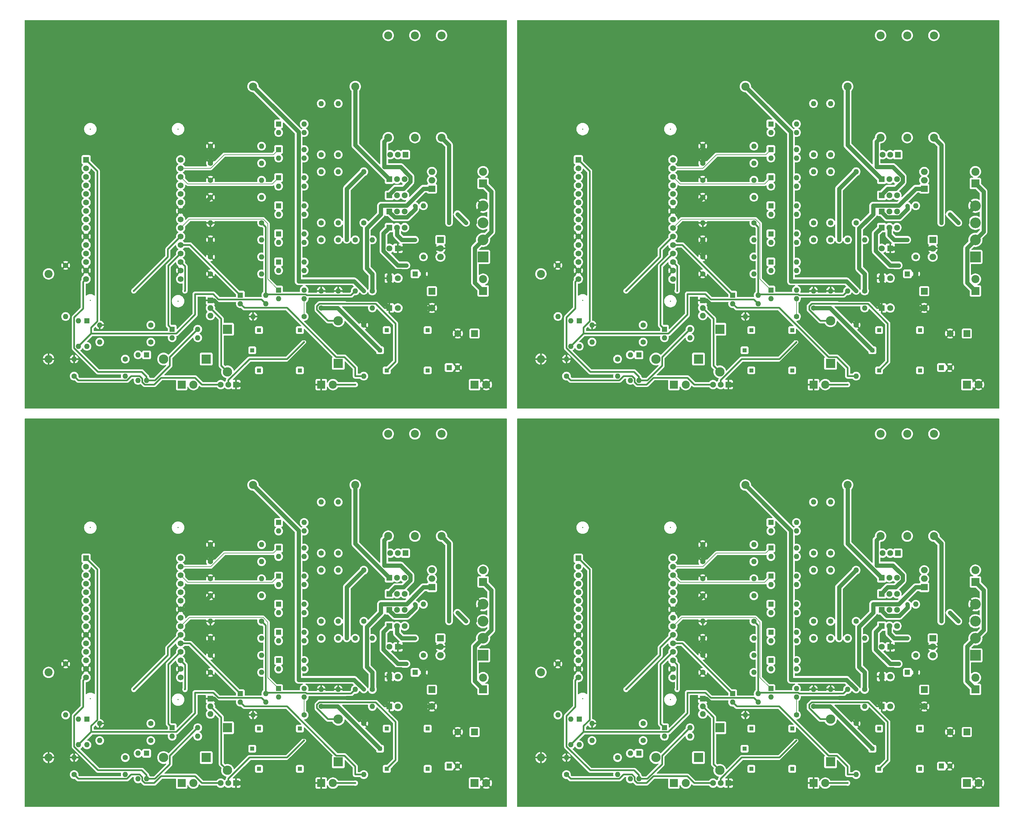
<source format=gtl>
%TF.GenerationSoftware,KiCad,Pcbnew,8.0.3*%
%TF.CreationDate,2024-06-25T22:27:26+05:30*%
%TF.ProjectId,PCB_PANELIZED,5043425f-5041-44e4-954c-495a45442e6b,rev?*%
%TF.SameCoordinates,Original*%
%TF.FileFunction,Copper,L1,Top*%
%TF.FilePolarity,Positive*%
%FSLAX46Y46*%
G04 Gerber Fmt 4.6, Leading zero omitted, Abs format (unit mm)*
G04 Created by KiCad (PCBNEW 8.0.3) date 2024-06-25 22:27:26*
%MOMM*%
%LPD*%
G01*
G04 APERTURE LIST*
%TA.AperFunction,ComponentPad*%
%ADD10C,1.800000*%
%TD*%
%TA.AperFunction,ComponentPad*%
%ADD11R,1.800000X1.800000*%
%TD*%
%TA.AperFunction,ComponentPad*%
%ADD12O,1.600000X1.600000*%
%TD*%
%TA.AperFunction,ComponentPad*%
%ADD13C,1.600000*%
%TD*%
%TA.AperFunction,ComponentPad*%
%ADD14R,1.600000X1.600000*%
%TD*%
%TA.AperFunction,ComponentPad*%
%ADD15O,1.710000X1.800000*%
%TD*%
%TA.AperFunction,ComponentPad*%
%ADD16R,1.710000X1.800000*%
%TD*%
%TA.AperFunction,ComponentPad*%
%ADD17C,2.400000*%
%TD*%
%TA.AperFunction,ComponentPad*%
%ADD18R,2.400000X2.400000*%
%TD*%
%TA.AperFunction,ComponentPad*%
%ADD19O,2.400000X2.400000*%
%TD*%
%TA.AperFunction,ComponentPad*%
%ADD20C,2.000000*%
%TD*%
%TA.AperFunction,ComponentPad*%
%ADD21R,2.000000X2.000000*%
%TD*%
%TA.AperFunction,ComponentPad*%
%ADD22O,2.800000X2.800000*%
%TD*%
%TA.AperFunction,ComponentPad*%
%ADD23R,2.800000X2.800000*%
%TD*%
%TA.AperFunction,ComponentPad*%
%ADD24O,1.800000X1.710000*%
%TD*%
%TA.AperFunction,ComponentPad*%
%ADD25R,1.800000X1.710000*%
%TD*%
%TA.AperFunction,ComponentPad*%
%ADD26C,1.752600*%
%TD*%
%TA.AperFunction,ComponentPad*%
%ADD27R,1.752600X1.752600*%
%TD*%
%TA.AperFunction,ComponentPad*%
%ADD28O,2.000000X1.905000*%
%TD*%
%TA.AperFunction,ComponentPad*%
%ADD29R,2.000000X1.905000*%
%TD*%
%TA.AperFunction,ComponentPad*%
%ADD30C,3.200000*%
%TD*%
%TA.AperFunction,ComponentPad*%
%ADD31R,3.200000X3.200000*%
%TD*%
%TA.AperFunction,ComponentPad*%
%ADD32R,1.308000X1.308000*%
%TD*%
%TA.AperFunction,ViaPad*%
%ADD33C,0.600000*%
%TD*%
%TA.AperFunction,Conductor*%
%ADD34C,0.500000*%
%TD*%
%TA.AperFunction,Conductor*%
%ADD35C,0.200000*%
%TD*%
%TA.AperFunction,Conductor*%
%ADD36C,1.300000*%
%TD*%
%ADD37C,0.300000*%
%ADD38C,0.350000*%
G04 APERTURE END LIST*
D10*
%TO.P,D7,2,A*%
%TO.N,Net-(D7-A)*%
X271240000Y-220440000D03*
D11*
%TO.P,D7,1,K*%
%TO.N,GND*%
X268700000Y-220440000D03*
%TD*%
D12*
%TO.P,R15,2*%
%TO.N,GND*%
X228060000Y-222980000D03*
D13*
%TO.P,R15,1*%
%TO.N,Net-(R15-Pad1)*%
X243300000Y-222980000D03*
%TD*%
D12*
%TO.P,U16,4*%
%TO.N,/5k_R*%
X243300000Y-189960000D03*
%TO.P,U16,3*%
%TO.N,/CURRENT_CONTROL*%
X243300000Y-192500000D03*
%TO.P,U16,2*%
%TO.N,Net-(R22-Pad2)*%
X235680000Y-192500000D03*
D14*
%TO.P,U16,1*%
%TO.N,/D3*%
X235680000Y-189960000D03*
%TD*%
D15*
%TO.P,Q6,3,B*%
%TO.N,Net-(Q3-E)*%
X273260000Y-191660000D03*
%TO.P,Q6,2,C*%
%TO.N,/POW_IN_CON*%
X270980000Y-191660000D03*
D16*
%TO.P,Q6,1,E*%
%TO.N,/E3_TO_R*%
X268700000Y-191660000D03*
%TD*%
D17*
%TO.P,J3,2,Pin_2*%
%TO.N,VAC*%
X296640000Y-179800000D03*
D18*
%TO.P,J3,1,Pin_1*%
%TO.N,Net-(J2-Pin_1)*%
X296640000Y-183300000D03*
%TD*%
D19*
%TO.P,R31,2*%
%TO.N,/LOAD+*%
X284270000Y-139160000D03*
D17*
%TO.P,R31,1*%
%TO.N,/E4_TO_R*%
X284270000Y-169640000D03*
%TD*%
D20*
%TO.P,C2,2*%
%TO.N,GND*%
X281400000Y-220440000D03*
D21*
%TO.P,C2,1*%
%TO.N,/POW_REG_CON*%
X281400000Y-215440000D03*
%TD*%
D12*
%TO.P,R22,2*%
%TO.N,Net-(R22-Pad2)*%
X230600000Y-187420000D03*
D13*
%TO.P,R22,1*%
%TO.N,GND*%
X215360000Y-187420000D03*
%TD*%
D12*
%TO.P,U4,4*%
%TO.N,/C_SENSE*%
X178535000Y-231880000D03*
%TO.P,U4,3*%
%TO.N,/A0*%
X175995000Y-231880000D03*
%TO.P,U4,2*%
%TO.N,Net-(R2-Pad2)*%
X175995000Y-224260000D03*
D14*
%TO.P,U4,1*%
%TO.N,/D7*%
X178535000Y-224260000D03*
%TD*%
D13*
%TO.P,C4,2*%
%TO.N,GND*%
X289020000Y-238220000D03*
D14*
%TO.P,C4,1*%
%TO.N,/LOAD+*%
X286520000Y-238220000D03*
%TD*%
D22*
%TO.P,D5,2,A*%
%TO.N,/C_SENSE*%
X201390000Y-235680000D03*
D23*
%TO.P,D5,1,K*%
%TO.N,Net-(D5-K)*%
X214090000Y-235680000D03*
%TD*%
D22*
%TO.P,D2,2,A*%
%TO.N,/RELAY1_IN*%
X253460000Y-224250000D03*
D23*
%TO.P,D2,1,K*%
%TO.N,/EXT_POWER*%
X253460000Y-236950000D03*
%TD*%
D12*
%TO.P,R19,2*%
%TO.N,Net-(R19-Pad2)*%
X230600000Y-172180000D03*
D13*
%TO.P,R19,1*%
%TO.N,GND*%
X215360000Y-172180000D03*
%TD*%
D12*
%TO.P,R8,2*%
%TO.N,GND*%
X174720000Y-235680000D03*
D13*
%TO.P,R8,1*%
%TO.N,Net-(R8-Pad1)*%
X189960000Y-235680000D03*
%TD*%
D24*
%TO.P,Q2,3,B*%
%TO.N,Net-(Q2-B)*%
X215360000Y-222720000D03*
%TO.P,Q2,2,C*%
%TO.N,/RELAY_IN*%
X215360000Y-220440000D03*
D25*
%TO.P,Q2,1,E*%
%TO.N,GND*%
X215360000Y-218160000D03*
%TD*%
D19*
%TO.P,R24,2*%
%TO.N,/LOAD+*%
X268370000Y-139160000D03*
D17*
%TO.P,R24,1*%
%TO.N,/E2_TO_R*%
X268370000Y-169640000D03*
%TD*%
D12*
%TO.P,R11,2*%
%TO.N,/V_OUT*%
X263620000Y-200120000D03*
D13*
%TO.P,R11,1*%
%TO.N,/V_CONTROL*%
X263620000Y-215360000D03*
%TD*%
D12*
%TO.P,U13,4*%
%TO.N,/150_R*%
X243300000Y-165574000D03*
%TO.P,U13,3*%
%TO.N,/CURRENT_CONTROL*%
X243300000Y-168114000D03*
%TO.P,U13,2*%
%TO.N,Net-(R19-Pad2)*%
X235680000Y-168114000D03*
D14*
%TO.P,U13,1*%
%TO.N,/D0*%
X235680000Y-165574000D03*
%TD*%
D12*
%TO.P,R2,2*%
%TO.N,Net-(R2-Pad2)*%
X172180000Y-222980000D03*
D13*
%TO.P,R2,1*%
%TO.N,GND*%
X172180000Y-207740000D03*
%TD*%
D12*
%TO.P,U15,4*%
%TO.N,/3k_R*%
X243300000Y-181577000D03*
%TO.P,U15,3*%
%TO.N,/CURRENT_CONTROL*%
X243300000Y-184117000D03*
%TO.P,U15,2*%
%TO.N,Net-(R21-Pad2)*%
X235680000Y-184117000D03*
D14*
%TO.P,U15,1*%
%TO.N,/D2*%
X235680000Y-181577000D03*
%TD*%
D12*
%TO.P,R25,2*%
%TO.N,Net-(D7-A)*%
X263620000Y-220440000D03*
D13*
%TO.P,R25,1*%
%TO.N,/LOAD+*%
X248380000Y-220440000D03*
%TD*%
D12*
%TO.P,R30,2*%
%TO.N,/5k_R*%
X253460000Y-179800000D03*
D13*
%TO.P,R30,1*%
%TO.N,/V_OUT*%
X253460000Y-195040000D03*
%TD*%
D15*
%TO.P,Q7,3,B*%
%TO.N,Net-(Q3-E)*%
X273260000Y-196460000D03*
%TO.P,Q7,2,C*%
%TO.N,/POW_IN_CON*%
X270980000Y-196460000D03*
D16*
%TO.P,Q7,1,E*%
%TO.N,/E4_TO_R*%
X268700000Y-196460000D03*
%TD*%
D19*
%TO.P,R3,2*%
%TO.N,GND*%
X167100000Y-235680000D03*
D17*
%TO.P,R3,1*%
%TO.N,/C_SENSE*%
X167100000Y-210280000D03*
%TD*%
D12*
%TO.P,R10,2*%
%TO.N,Net-(R10-Pad2)*%
X189960000Y-240760000D03*
D13*
%TO.P,R10,1*%
%TO.N,Net-(Q1-B)*%
X174720000Y-240760000D03*
%TD*%
D12*
%TO.P,R14,2*%
%TO.N,GND*%
X253460000Y-215360000D03*
D13*
%TO.P,R14,1*%
%TO.N,Net-(R14-Pad1)*%
X253460000Y-200120000D03*
%TD*%
D12*
%TO.P,R20,2*%
%TO.N,Net-(R20-Pad2)*%
X230600000Y-177260000D03*
D13*
%TO.P,R20,1*%
%TO.N,GND*%
X215360000Y-177260000D03*
%TD*%
D19*
%TO.P,R23,2*%
%TO.N,/LOAD+*%
X228060000Y-154400000D03*
D17*
%TO.P,R23,1*%
%TO.N,/E1_TO_R*%
X258540000Y-154400000D03*
%TD*%
D12*
%TO.P,R5,2*%
%TO.N,Net-(R5-Pad2)*%
X230600000Y-200120000D03*
D13*
%TO.P,R5,1*%
%TO.N,GND*%
X215360000Y-200120000D03*
%TD*%
D26*
%TO.P,U1,30,D0*%
%TO.N,/D0*%
X206470000Y-176244000D03*
%TO.P,U1,29,D1*%
%TO.N,/D1*%
X206470000Y-178784000D03*
%TO.P,U1,28,D2*%
%TO.N,/D2*%
X206470000Y-181324000D03*
%TO.P,U1,27,D3*%
%TO.N,/D3*%
X206470000Y-183864000D03*
%TO.P,U1,26,D4*%
%TO.N,/D4*%
X206470000Y-186404000D03*
%TO.P,U1,25,3V3*%
%TO.N,unconnected-(U1-3V3-Pad11)*%
X206470000Y-188944000D03*
%TO.P,U1,24,GND*%
%TO.N,GND*%
X206470000Y-191484000D03*
%TO.P,U1,23,D5*%
%TO.N,/D5*%
X206470000Y-194024000D03*
%TO.P,U1,22,D6*%
%TO.N,/D6*%
X206470000Y-196564000D03*
%TO.P,U1,21,D7*%
%TO.N,/D7*%
X206470000Y-199104000D03*
%TO.P,U1,20,D8*%
%TO.N,/D8*%
X206470000Y-201644000D03*
%TO.P,U1,19,RX*%
%TO.N,/POWER_ON_OFF*%
X206470000Y-204184000D03*
%TO.P,U1,18,TX*%
%TO.N,/PSHARE_ON_OFF*%
X206470000Y-206724000D03*
%TO.P,U1,17,GND*%
%TO.N,GND*%
X206470000Y-209264000D03*
%TO.P,U1,16,3V3*%
%TO.N,unconnected-(U1-3V3-Pad11)_0*%
X206470000Y-211804000D03*
%TO.P,U1,15,VIN*%
%TO.N,/EXT_POWER*%
X178276000Y-211804000D03*
%TO.P,U1,14,GND*%
%TO.N,GND*%
X178276000Y-209264000D03*
%TO.P,U1,13,RST*%
%TO.N,unconnected-(U1-RST-Pad13)*%
X178276000Y-206724000D03*
%TO.P,U1,12,EN*%
%TO.N,unconnected-(U1-EN-Pad12)*%
X178276000Y-204184000D03*
%TO.P,U1,11,3V3*%
%TO.N,unconnected-(U1-3V3-Pad11)_1*%
X178276000Y-201644000D03*
%TO.P,U1,10,GND*%
%TO.N,GND*%
X178276000Y-199104000D03*
%TO.P,U1,9,CLK*%
%TO.N,unconnected-(U1-CLK-Pad9)*%
X178276000Y-196564000D03*
%TO.P,U1,8,SD0*%
%TO.N,unconnected-(U1-SD0-Pad8)*%
X178276000Y-194024000D03*
%TO.P,U1,7,CMD*%
%TO.N,unconnected-(U1-CMD-Pad7)*%
X178276000Y-191484000D03*
%TO.P,U1,6,SD1*%
%TO.N,unconnected-(U1-SD1-Pad6)*%
X178276000Y-188944000D03*
%TO.P,U1,5,SD2*%
%TO.N,unconnected-(U1-SD2-Pad5)*%
X178276000Y-186404000D03*
%TO.P,U1,4,SD3*%
%TO.N,unconnected-(U1-SD3-Pad4)*%
X178276000Y-183864000D03*
%TO.P,U1,3,RSV2*%
%TO.N,unconnected-(U1-RSV2-Pad3)*%
X178276000Y-181324000D03*
%TO.P,U1,2,RSV1*%
%TO.N,unconnected-(U1-RSV1-Pad2)*%
X178276000Y-178784000D03*
D27*
%TO.P,U1,1,A0*%
%TO.N,/A0*%
X178276000Y-176244000D03*
%TD*%
D13*
%TO.P,C3,2*%
%TO.N,GND*%
X278860000Y-210280000D03*
D14*
%TO.P,C3,1*%
%TO.N,/V_OUT*%
X276360000Y-210280000D03*
%TD*%
D12*
%TO.P,R18,2*%
%TO.N,GND*%
X215360000Y-195040000D03*
D13*
%TO.P,R18,1*%
%TO.N,/V_SENSE*%
X230600000Y-195040000D03*
%TD*%
D12*
%TO.P,R4,2*%
%TO.N,Net-(R4-Pad2)*%
X261080000Y-240760000D03*
D13*
%TO.P,R4,1*%
%TO.N,GND*%
X261080000Y-225520000D03*
%TD*%
D12*
%TO.P,U9,4*%
%TO.N,/V_CONTROL*%
X243300000Y-198343000D03*
%TO.P,U9,3*%
%TO.N,Net-(R13-Pad1)*%
X243300000Y-200883000D03*
%TO.P,U9,2*%
%TO.N,Net-(R5-Pad2)*%
X235680000Y-200883000D03*
D14*
%TO.P,U9,1*%
%TO.N,/D4*%
X235680000Y-198343000D03*
%TD*%
D10*
%TO.P,D6,2,A*%
%TO.N,Net-(D6-A)*%
X271240000Y-211550000D03*
D11*
%TO.P,D6,1,K*%
%TO.N,GND*%
X268700000Y-211550000D03*
%TD*%
D28*
%TO.P,U8,3,VI*%
%TO.N,/POW_REG_CON*%
X281400000Y-179800000D03*
%TO.P,U8,2,VO*%
%TO.N,/V_OUT*%
X281400000Y-182340000D03*
D29*
%TO.P,U8,1,ADJ*%
%TO.N,/V_CONTROL*%
X281400000Y-184880000D03*
%TD*%
D28*
%TO.P,U5,3,VO*%
%TO.N,/POW_REG_CON*%
X283940000Y-205200000D03*
%TO.P,U5,2,GND*%
%TO.N,GND*%
X283940000Y-202660000D03*
D29*
%TO.P,U5,1,VI*%
%TO.N,/POW_IN_CON*%
X283940000Y-200120000D03*
%TD*%
D12*
%TO.P,U7,4*%
%TO.N,/EXT_POWER*%
X196315000Y-242040000D03*
%TO.P,U7,3*%
%TO.N,Net-(R10-Pad2)*%
X193775000Y-242040000D03*
%TO.P,U7,2*%
%TO.N,Net-(R8-Pad1)*%
X193775000Y-234420000D03*
D14*
%TO.P,U7,1*%
%TO.N,/PSHARE_ON_OFF*%
X196315000Y-234420000D03*
%TD*%
D12*
%TO.P,R21,2*%
%TO.N,Net-(R21-Pad2)*%
X230600000Y-182340000D03*
D13*
%TO.P,R21,1*%
%TO.N,GND*%
X215360000Y-182340000D03*
%TD*%
D12*
%TO.P,U11,4*%
%TO.N,/V_CONTROL*%
X243300000Y-215109000D03*
%TO.P,U11,3*%
%TO.N,Net-(R15-Pad1)*%
X243300000Y-217649000D03*
%TO.P,U11,2*%
%TO.N,Net-(R7-Pad2)*%
X235680000Y-217649000D03*
D14*
%TO.P,U11,1*%
%TO.N,/D6*%
X235680000Y-215109000D03*
%TD*%
D12*
%TO.P,R27,2*%
%TO.N,/150_R*%
X248380000Y-159480000D03*
D13*
%TO.P,R27,1*%
%TO.N,/V_OUT*%
X248380000Y-174720000D03*
%TD*%
D12*
%TO.P,R7,2*%
%TO.N,Net-(R7-Pad2)*%
X230600000Y-210280000D03*
D13*
%TO.P,R7,1*%
%TO.N,GND*%
X215360000Y-210280000D03*
%TD*%
D30*
%TO.P,D3,4,-*%
%TO.N,GND*%
X296640000Y-189960000D03*
%TO.P,D3,3*%
%TO.N,VAC*%
X296640000Y-195040000D03*
%TO.P,D3,2*%
%TO.N,Net-(J2-Pin_1)*%
X296640000Y-200120000D03*
D31*
%TO.P,D3,1,+*%
%TO.N,/POW_IN_CON*%
X296640000Y-205200000D03*
%TD*%
D19*
%TO.P,R26,2*%
%TO.N,/LOAD+*%
X276320000Y-139160000D03*
D17*
%TO.P,R26,1*%
%TO.N,/E3_TO_R*%
X276320000Y-169640000D03*
%TD*%
%TO.P,J1,2,Pin_2*%
%TO.N,/EXT_POWER*%
X251880000Y-243300000D03*
D18*
%TO.P,J1,1,Pin_1*%
%TO.N,GND*%
X248380000Y-243300000D03*
%TD*%
D15*
%TO.P,Q1,3,B*%
%TO.N,Net-(Q1-B)*%
X218420000Y-243300000D03*
%TO.P,Q1,2,C*%
%TO.N,/RELAY1_IN*%
X220700000Y-243300000D03*
D16*
%TO.P,Q1,1,E*%
%TO.N,GND*%
X222980000Y-243300000D03*
%TD*%
D12*
%TO.P,R28,2*%
%TO.N,/1k_R*%
X253460000Y-159480000D03*
D13*
%TO.P,R28,1*%
%TO.N,/V_OUT*%
X253460000Y-174720000D03*
%TD*%
D12*
%TO.P,U6,4*%
%TO.N,/V_SENSE*%
X231880000Y-216625000D03*
%TO.P,U6,3*%
%TO.N,/A0*%
X231880000Y-219165000D03*
%TO.P,U6,2*%
%TO.N,Net-(R4-Pad2)*%
X224260000Y-219165000D03*
D14*
%TO.P,U6,1*%
%TO.N,/D8*%
X224260000Y-216625000D03*
%TD*%
D10*
%TO.P,D4,2,A*%
%TO.N,Net-(D4-A)*%
X268700000Y-202660000D03*
D11*
%TO.P,D4,1,K*%
%TO.N,GND*%
X271240000Y-202660000D03*
%TD*%
D12*
%TO.P,R17,2*%
%TO.N,/V_SENSE*%
X258540000Y-215360000D03*
D13*
%TO.P,R17,1*%
%TO.N,/V_OUT*%
X258540000Y-200120000D03*
%TD*%
D12*
%TO.P,R29,2*%
%TO.N,/3k_R*%
X248380000Y-179800000D03*
D13*
%TO.P,R29,1*%
%TO.N,/V_OUT*%
X248380000Y-195040000D03*
%TD*%
D20*
%TO.P,C1,2*%
%TO.N,GND*%
X289100000Y-228060000D03*
D21*
%TO.P,C1,1*%
%TO.N,/POW_IN_CON*%
X294100000Y-228060000D03*
%TD*%
D12*
%TO.P,R1,2*%
%TO.N,Net-(D4-A)*%
X278860000Y-189960000D03*
D13*
%TO.P,R1,1*%
%TO.N,/POW_IN_CON*%
X278860000Y-205200000D03*
%TD*%
D17*
%TO.P,J5,2,Pin_2*%
%TO.N,GND*%
X297600000Y-243300000D03*
D18*
%TO.P,J5,1,Pin_1*%
%TO.N,Net-(J5-Pin_1)*%
X294100000Y-243300000D03*
%TD*%
D12*
%TO.P,R9,2*%
%TO.N,Net-(D6-A)*%
X261080000Y-179800000D03*
D13*
%TO.P,R9,1*%
%TO.N,/V_OUT*%
X261080000Y-195040000D03*
%TD*%
D22*
%TO.P,D1,2,A*%
%TO.N,/RELAY_IN*%
X220440000Y-239490000D03*
D23*
%TO.P,D1,1,K*%
%TO.N,/EXT_POWER*%
X220440000Y-226790000D03*
%TD*%
D12*
%TO.P,U12,4*%
%TO.N,/EXT_POWER*%
X211560000Y-226785000D03*
%TO.P,U12,3*%
%TO.N,Net-(R16-Pad1)*%
X211560000Y-229325000D03*
%TO.P,U12,2*%
%TO.N,Net-(R12-Pad1)*%
X203940000Y-229325000D03*
D14*
%TO.P,U12,1*%
%TO.N,/POWER_ON_OFF*%
X203940000Y-226785000D03*
%TD*%
D15*
%TO.P,Q3,3,B*%
%TO.N,/CURRENT_CONTROL*%
X268960000Y-174720000D03*
%TO.P,Q3,2,C*%
%TO.N,/V_OUT*%
X271240000Y-174720000D03*
D16*
%TO.P,Q3,1,E*%
%TO.N,Net-(Q3-E)*%
X273520000Y-174720000D03*
%TD*%
D15*
%TO.P,Q4,3,B*%
%TO.N,Net-(Q3-E)*%
X273260000Y-182060000D03*
%TO.P,Q4,2,C*%
%TO.N,/POW_IN_CON*%
X270980000Y-182060000D03*
D16*
%TO.P,Q4,1,E*%
%TO.N,/E1_TO_R*%
X268700000Y-182060000D03*
%TD*%
D32*
%TO.P,U2,P$5*%
%TO.N,unconnected-(U2-PadP$5)*%
X242023250Y-227046750D03*
%TO.P,U2,P$4*%
%TO.N,Net-(D5-K)*%
X242023250Y-239046750D03*
%TO.P,U2,P$3*%
%TO.N,/RELAY_IN*%
X229823250Y-239046750D03*
%TO.P,U2,P$2*%
%TO.N,/LOAD+*%
X227823250Y-233046750D03*
%TO.P,U2,P$1*%
%TO.N,/EXT_POWER*%
X229823250Y-227046750D03*
%TD*%
%TO.P,U3,P$5*%
%TO.N,unconnected-(U3-PadP$5)*%
X280123250Y-227046750D03*
%TO.P,U3,P$4*%
%TO.N,Net-(J5-Pin_1)*%
X280123250Y-239046750D03*
%TO.P,U3,P$3*%
%TO.N,/RELAY1_IN*%
X267923250Y-239046750D03*
%TO.P,U3,P$2*%
%TO.N,/LOAD+*%
X265923250Y-233046750D03*
%TO.P,U3,P$1*%
%TO.N,/EXT_POWER*%
X267923250Y-227046750D03*
%TD*%
D15*
%TO.P,Q5,3,B*%
%TO.N,Net-(Q3-E)*%
X273260000Y-186860000D03*
%TO.P,Q5,2,C*%
%TO.N,/POW_IN_CON*%
X270980000Y-186860000D03*
D16*
%TO.P,Q5,1,E*%
%TO.N,/E2_TO_R*%
X268700000Y-186860000D03*
%TD*%
D12*
%TO.P,U14,4*%
%TO.N,/1k_R*%
X243300000Y-173194000D03*
%TO.P,U14,3*%
%TO.N,/CURRENT_CONTROL*%
X243300000Y-175734000D03*
%TO.P,U14,2*%
%TO.N,Net-(R20-Pad2)*%
X235680000Y-175734000D03*
D14*
%TO.P,U14,1*%
%TO.N,/D1*%
X235680000Y-173194000D03*
%TD*%
D12*
%TO.P,R16,2*%
%TO.N,Net-(Q2-B)*%
X182340000Y-230600000D03*
D13*
%TO.P,R16,1*%
%TO.N,Net-(R16-Pad1)*%
X197580000Y-230600000D03*
%TD*%
D12*
%TO.P,U10,4*%
%TO.N,/V_CONTROL*%
X243300000Y-206726000D03*
%TO.P,U10,3*%
%TO.N,Net-(R14-Pad1)*%
X243300000Y-209266000D03*
%TO.P,U10,2*%
%TO.N,Net-(R6-Pad2)*%
X235680000Y-209266000D03*
D14*
%TO.P,U10,1*%
%TO.N,/D5*%
X235680000Y-206726000D03*
%TD*%
D17*
%TO.P,J4,2,Pin_2*%
%TO.N,/C_SENSE*%
X210280000Y-243300000D03*
D18*
%TO.P,J4,1,Pin_1*%
%TO.N,Net-(D5-K)*%
X206780000Y-243300000D03*
%TD*%
D12*
%TO.P,R6,2*%
%TO.N,Net-(R6-Pad2)*%
X230600000Y-205200000D03*
D13*
%TO.P,R6,1*%
%TO.N,GND*%
X215360000Y-205200000D03*
%TD*%
D17*
%TO.P,J2,2,Pin_2*%
%TO.N,VAC*%
X296640000Y-211860000D03*
D18*
%TO.P,J2,1,Pin_1*%
%TO.N,Net-(J2-Pin_1)*%
X296640000Y-215360000D03*
%TD*%
D12*
%TO.P,R12,2*%
%TO.N,GND*%
X182340000Y-225520000D03*
D13*
%TO.P,R12,1*%
%TO.N,Net-(R12-Pad1)*%
X197580000Y-225520000D03*
%TD*%
D12*
%TO.P,R13,2*%
%TO.N,GND*%
X248380000Y-215360000D03*
D13*
%TO.P,R13,1*%
%TO.N,Net-(R13-Pad1)*%
X248380000Y-200120000D03*
%TD*%
D10*
%TO.P,D4,2,A*%
%TO.N,Net-(D4-A)*%
X121920000Y-202660000D03*
D11*
%TO.P,D4,1,K*%
%TO.N,GND*%
X124460000Y-202660000D03*
%TD*%
D12*
%TO.P,R15,2*%
%TO.N,GND*%
X81280000Y-222980000D03*
D13*
%TO.P,R15,1*%
%TO.N,Net-(R15-Pad1)*%
X96520000Y-222980000D03*
%TD*%
D12*
%TO.P,U16,4*%
%TO.N,/5k_R*%
X96520000Y-189960000D03*
%TO.P,U16,3*%
%TO.N,/CURRENT_CONTROL*%
X96520000Y-192500000D03*
%TO.P,U16,2*%
%TO.N,Net-(R22-Pad2)*%
X88900000Y-192500000D03*
D14*
%TO.P,U16,1*%
%TO.N,/D3*%
X88900000Y-189960000D03*
%TD*%
D15*
%TO.P,Q6,3,B*%
%TO.N,Net-(Q3-E)*%
X126480000Y-191660000D03*
%TO.P,Q6,2,C*%
%TO.N,/POW_IN_CON*%
X124200000Y-191660000D03*
D16*
%TO.P,Q6,1,E*%
%TO.N,/E3_TO_R*%
X121920000Y-191660000D03*
%TD*%
D32*
%TO.P,U3,P$5*%
%TO.N,unconnected-(U3-PadP$5)*%
X133343250Y-227046750D03*
%TO.P,U3,P$4*%
%TO.N,Net-(J5-Pin_1)*%
X133343250Y-239046750D03*
%TO.P,U3,P$3*%
%TO.N,/RELAY1_IN*%
X121143250Y-239046750D03*
%TO.P,U3,P$2*%
%TO.N,/LOAD+*%
X119143250Y-233046750D03*
%TO.P,U3,P$1*%
%TO.N,/EXT_POWER*%
X121143250Y-227046750D03*
%TD*%
D22*
%TO.P,D1,2,A*%
%TO.N,/RELAY_IN*%
X73660000Y-239490000D03*
D23*
%TO.P,D1,1,K*%
%TO.N,/EXT_POWER*%
X73660000Y-226790000D03*
%TD*%
D17*
%TO.P,J3,2,Pin_2*%
%TO.N,VAC*%
X149860000Y-179800000D03*
D18*
%TO.P,J3,1,Pin_1*%
%TO.N,Net-(J2-Pin_1)*%
X149860000Y-183300000D03*
%TD*%
D20*
%TO.P,C2,2*%
%TO.N,GND*%
X134620000Y-220440000D03*
D21*
%TO.P,C2,1*%
%TO.N,/POW_REG_CON*%
X134620000Y-215440000D03*
%TD*%
D12*
%TO.P,R28,2*%
%TO.N,/1k_R*%
X106680000Y-159480000D03*
D13*
%TO.P,R28,1*%
%TO.N,/V_OUT*%
X106680000Y-174720000D03*
%TD*%
D12*
%TO.P,R22,2*%
%TO.N,Net-(R22-Pad2)*%
X83820000Y-187420000D03*
D13*
%TO.P,R22,1*%
%TO.N,GND*%
X68580000Y-187420000D03*
%TD*%
D12*
%TO.P,U4,4*%
%TO.N,/C_SENSE*%
X31755000Y-231880000D03*
%TO.P,U4,3*%
%TO.N,/A0*%
X29215000Y-231880000D03*
%TO.P,U4,2*%
%TO.N,Net-(R2-Pad2)*%
X29215000Y-224260000D03*
D14*
%TO.P,U4,1*%
%TO.N,/D7*%
X31755000Y-224260000D03*
%TD*%
D17*
%TO.P,J5,2,Pin_2*%
%TO.N,GND*%
X150820000Y-243300000D03*
D18*
%TO.P,J5,1,Pin_1*%
%TO.N,Net-(J5-Pin_1)*%
X147320000Y-243300000D03*
%TD*%
D22*
%TO.P,D5,2,A*%
%TO.N,/C_SENSE*%
X54610000Y-235680000D03*
D23*
%TO.P,D5,1,K*%
%TO.N,Net-(D5-K)*%
X67310000Y-235680000D03*
%TD*%
D12*
%TO.P,U6,4*%
%TO.N,/V_SENSE*%
X85100000Y-216625000D03*
%TO.P,U6,3*%
%TO.N,/A0*%
X85100000Y-219165000D03*
%TO.P,U6,2*%
%TO.N,Net-(R4-Pad2)*%
X77480000Y-219165000D03*
D14*
%TO.P,U6,1*%
%TO.N,/D8*%
X77480000Y-216625000D03*
%TD*%
D12*
%TO.P,R19,2*%
%TO.N,Net-(R19-Pad2)*%
X83820000Y-172180000D03*
D13*
%TO.P,R19,1*%
%TO.N,GND*%
X68580000Y-172180000D03*
%TD*%
D12*
%TO.P,R8,2*%
%TO.N,GND*%
X27940000Y-235680000D03*
D13*
%TO.P,R8,1*%
%TO.N,Net-(R8-Pad1)*%
X43180000Y-235680000D03*
%TD*%
D24*
%TO.P,Q2,3,B*%
%TO.N,Net-(Q2-B)*%
X68580000Y-222720000D03*
%TO.P,Q2,2,C*%
%TO.N,/RELAY_IN*%
X68580000Y-220440000D03*
D25*
%TO.P,Q2,1,E*%
%TO.N,GND*%
X68580000Y-218160000D03*
%TD*%
D19*
%TO.P,R24,2*%
%TO.N,/LOAD+*%
X121590000Y-139160000D03*
D17*
%TO.P,R24,1*%
%TO.N,/E2_TO_R*%
X121590000Y-169640000D03*
%TD*%
D12*
%TO.P,R11,2*%
%TO.N,/V_OUT*%
X116840000Y-200120000D03*
D13*
%TO.P,R11,1*%
%TO.N,/V_CONTROL*%
X116840000Y-215360000D03*
%TD*%
%TO.P,C3,2*%
%TO.N,GND*%
X132080000Y-210280000D03*
D14*
%TO.P,C3,1*%
%TO.N,/V_OUT*%
X129580000Y-210280000D03*
%TD*%
D12*
%TO.P,R2,2*%
%TO.N,Net-(R2-Pad2)*%
X25400000Y-222980000D03*
D13*
%TO.P,R2,1*%
%TO.N,GND*%
X25400000Y-207740000D03*
%TD*%
D19*
%TO.P,R26,2*%
%TO.N,/LOAD+*%
X129540000Y-139160000D03*
D17*
%TO.P,R26,1*%
%TO.N,/E3_TO_R*%
X129540000Y-169640000D03*
%TD*%
D12*
%TO.P,U15,4*%
%TO.N,/3k_R*%
X96520000Y-181577000D03*
%TO.P,U15,3*%
%TO.N,/CURRENT_CONTROL*%
X96520000Y-184117000D03*
%TO.P,U15,2*%
%TO.N,Net-(R21-Pad2)*%
X88900000Y-184117000D03*
D14*
%TO.P,U15,1*%
%TO.N,/D2*%
X88900000Y-181577000D03*
%TD*%
D12*
%TO.P,R25,2*%
%TO.N,Net-(D7-A)*%
X116840000Y-220440000D03*
D13*
%TO.P,R25,1*%
%TO.N,/LOAD+*%
X101600000Y-220440000D03*
%TD*%
D12*
%TO.P,R30,2*%
%TO.N,/5k_R*%
X106680000Y-179800000D03*
D13*
%TO.P,R30,1*%
%TO.N,/V_OUT*%
X106680000Y-195040000D03*
%TD*%
D12*
%TO.P,R20,2*%
%TO.N,Net-(R20-Pad2)*%
X83820000Y-177260000D03*
D13*
%TO.P,R20,1*%
%TO.N,GND*%
X68580000Y-177260000D03*
%TD*%
D12*
%TO.P,R1,2*%
%TO.N,Net-(D4-A)*%
X132080000Y-189960000D03*
D13*
%TO.P,R1,1*%
%TO.N,/POW_IN_CON*%
X132080000Y-205200000D03*
%TD*%
D12*
%TO.P,R17,2*%
%TO.N,/V_SENSE*%
X111760000Y-215360000D03*
D13*
%TO.P,R17,1*%
%TO.N,/V_OUT*%
X111760000Y-200120000D03*
%TD*%
D19*
%TO.P,R3,2*%
%TO.N,GND*%
X20320000Y-235680000D03*
D17*
%TO.P,R3,1*%
%TO.N,/C_SENSE*%
X20320000Y-210280000D03*
%TD*%
D12*
%TO.P,R10,2*%
%TO.N,Net-(R10-Pad2)*%
X43180000Y-240760000D03*
D13*
%TO.P,R10,1*%
%TO.N,Net-(Q1-B)*%
X27940000Y-240760000D03*
%TD*%
D19*
%TO.P,R23,2*%
%TO.N,/LOAD+*%
X81280000Y-154400000D03*
D17*
%TO.P,R23,1*%
%TO.N,/E1_TO_R*%
X111760000Y-154400000D03*
%TD*%
D12*
%TO.P,R5,2*%
%TO.N,Net-(R5-Pad2)*%
X83820000Y-200120000D03*
D13*
%TO.P,R5,1*%
%TO.N,GND*%
X68580000Y-200120000D03*
%TD*%
D26*
%TO.P,U1,30,D0*%
%TO.N,/D0*%
X59690000Y-176244000D03*
%TO.P,U1,29,D1*%
%TO.N,/D1*%
X59690000Y-178784000D03*
%TO.P,U1,28,D2*%
%TO.N,/D2*%
X59690000Y-181324000D03*
%TO.P,U1,27,D3*%
%TO.N,/D3*%
X59690000Y-183864000D03*
%TO.P,U1,26,D4*%
%TO.N,/D4*%
X59690000Y-186404000D03*
%TO.P,U1,25,3V3*%
%TO.N,unconnected-(U1-3V3-Pad11)*%
X59690000Y-188944000D03*
%TO.P,U1,24,GND*%
%TO.N,GND*%
X59690000Y-191484000D03*
%TO.P,U1,23,D5*%
%TO.N,/D5*%
X59690000Y-194024000D03*
%TO.P,U1,22,D6*%
%TO.N,/D6*%
X59690000Y-196564000D03*
%TO.P,U1,21,D7*%
%TO.N,/D7*%
X59690000Y-199104000D03*
%TO.P,U1,20,D8*%
%TO.N,/D8*%
X59690000Y-201644000D03*
%TO.P,U1,19,RX*%
%TO.N,/POWER_ON_OFF*%
X59690000Y-204184000D03*
%TO.P,U1,18,TX*%
%TO.N,/PSHARE_ON_OFF*%
X59690000Y-206724000D03*
%TO.P,U1,17,GND*%
%TO.N,GND*%
X59690000Y-209264000D03*
%TO.P,U1,16,3V3*%
%TO.N,unconnected-(U1-3V3-Pad11)_0*%
X59690000Y-211804000D03*
%TO.P,U1,15,VIN*%
%TO.N,/EXT_POWER*%
X31496000Y-211804000D03*
%TO.P,U1,14,GND*%
%TO.N,GND*%
X31496000Y-209264000D03*
%TO.P,U1,13,RST*%
%TO.N,unconnected-(U1-RST-Pad13)*%
X31496000Y-206724000D03*
%TO.P,U1,12,EN*%
%TO.N,unconnected-(U1-EN-Pad12)*%
X31496000Y-204184000D03*
%TO.P,U1,11,3V3*%
%TO.N,unconnected-(U1-3V3-Pad11)_1*%
X31496000Y-201644000D03*
%TO.P,U1,10,GND*%
%TO.N,GND*%
X31496000Y-199104000D03*
%TO.P,U1,9,CLK*%
%TO.N,unconnected-(U1-CLK-Pad9)*%
X31496000Y-196564000D03*
%TO.P,U1,8,SD0*%
%TO.N,unconnected-(U1-SD0-Pad8)*%
X31496000Y-194024000D03*
%TO.P,U1,7,CMD*%
%TO.N,unconnected-(U1-CMD-Pad7)*%
X31496000Y-191484000D03*
%TO.P,U1,6,SD1*%
%TO.N,unconnected-(U1-SD1-Pad6)*%
X31496000Y-188944000D03*
%TO.P,U1,5,SD2*%
%TO.N,unconnected-(U1-SD2-Pad5)*%
X31496000Y-186404000D03*
%TO.P,U1,4,SD3*%
%TO.N,unconnected-(U1-SD3-Pad4)*%
X31496000Y-183864000D03*
%TO.P,U1,3,RSV2*%
%TO.N,unconnected-(U1-RSV2-Pad3)*%
X31496000Y-181324000D03*
%TO.P,U1,2,RSV1*%
%TO.N,unconnected-(U1-RSV1-Pad2)*%
X31496000Y-178784000D03*
D27*
%TO.P,U1,1,A0*%
%TO.N,/A0*%
X31496000Y-176244000D03*
%TD*%
D12*
%TO.P,R18,2*%
%TO.N,GND*%
X68580000Y-195040000D03*
D13*
%TO.P,R18,1*%
%TO.N,/V_SENSE*%
X83820000Y-195040000D03*
%TD*%
D12*
%TO.P,R4,2*%
%TO.N,Net-(R4-Pad2)*%
X114300000Y-240760000D03*
D13*
%TO.P,R4,1*%
%TO.N,GND*%
X114300000Y-225520000D03*
%TD*%
D12*
%TO.P,U9,4*%
%TO.N,/V_CONTROL*%
X96520000Y-198343000D03*
%TO.P,U9,3*%
%TO.N,Net-(R13-Pad1)*%
X96520000Y-200883000D03*
%TO.P,U9,2*%
%TO.N,Net-(R5-Pad2)*%
X88900000Y-200883000D03*
D14*
%TO.P,U9,1*%
%TO.N,/D4*%
X88900000Y-198343000D03*
%TD*%
D10*
%TO.P,D6,2,A*%
%TO.N,Net-(D6-A)*%
X124460000Y-211550000D03*
D11*
%TO.P,D6,1,K*%
%TO.N,GND*%
X121920000Y-211550000D03*
%TD*%
D12*
%TO.P,R14,2*%
%TO.N,GND*%
X106680000Y-215360000D03*
D13*
%TO.P,R14,1*%
%TO.N,Net-(R14-Pad1)*%
X106680000Y-200120000D03*
%TD*%
D12*
%TO.P,R21,2*%
%TO.N,Net-(R21-Pad2)*%
X83820000Y-182340000D03*
D13*
%TO.P,R21,1*%
%TO.N,GND*%
X68580000Y-182340000D03*
%TD*%
D12*
%TO.P,R7,2*%
%TO.N,Net-(R7-Pad2)*%
X83820000Y-210280000D03*
D13*
%TO.P,R7,1*%
%TO.N,GND*%
X68580000Y-210280000D03*
%TD*%
D22*
%TO.P,D2,2,A*%
%TO.N,/RELAY1_IN*%
X106680000Y-224250000D03*
D23*
%TO.P,D2,1,K*%
%TO.N,/EXT_POWER*%
X106680000Y-236950000D03*
%TD*%
D12*
%TO.P,U11,4*%
%TO.N,/V_CONTROL*%
X96520000Y-215109000D03*
%TO.P,U11,3*%
%TO.N,Net-(R15-Pad1)*%
X96520000Y-217649000D03*
%TO.P,U11,2*%
%TO.N,Net-(R7-Pad2)*%
X88900000Y-217649000D03*
D14*
%TO.P,U11,1*%
%TO.N,/D6*%
X88900000Y-215109000D03*
%TD*%
D12*
%TO.P,R27,2*%
%TO.N,/150_R*%
X101600000Y-159480000D03*
D13*
%TO.P,R27,1*%
%TO.N,/V_OUT*%
X101600000Y-174720000D03*
%TD*%
D30*
%TO.P,D3,4,-*%
%TO.N,GND*%
X149860000Y-189960000D03*
%TO.P,D3,3*%
%TO.N,VAC*%
X149860000Y-195040000D03*
%TO.P,D3,2*%
%TO.N,Net-(J2-Pin_1)*%
X149860000Y-200120000D03*
D31*
%TO.P,D3,1,+*%
%TO.N,/POW_IN_CON*%
X149860000Y-205200000D03*
%TD*%
D17*
%TO.P,J1,2,Pin_2*%
%TO.N,/EXT_POWER*%
X105100000Y-243300000D03*
D18*
%TO.P,J1,1,Pin_1*%
%TO.N,GND*%
X101600000Y-243300000D03*
%TD*%
D15*
%TO.P,Q1,3,B*%
%TO.N,Net-(Q1-B)*%
X71640000Y-243300000D03*
%TO.P,Q1,2,C*%
%TO.N,/RELAY1_IN*%
X73920000Y-243300000D03*
D16*
%TO.P,Q1,1,E*%
%TO.N,GND*%
X76200000Y-243300000D03*
%TD*%
D13*
%TO.P,C4,2*%
%TO.N,GND*%
X142240000Y-238220000D03*
D14*
%TO.P,C4,1*%
%TO.N,/LOAD+*%
X139740000Y-238220000D03*
%TD*%
D32*
%TO.P,U2,P$5*%
%TO.N,unconnected-(U2-PadP$5)*%
X95243250Y-227046750D03*
%TO.P,U2,P$4*%
%TO.N,Net-(D5-K)*%
X95243250Y-239046750D03*
%TO.P,U2,P$3*%
%TO.N,/RELAY_IN*%
X83043250Y-239046750D03*
%TO.P,U2,P$2*%
%TO.N,/LOAD+*%
X81043250Y-233046750D03*
%TO.P,U2,P$1*%
%TO.N,/EXT_POWER*%
X83043250Y-227046750D03*
%TD*%
D12*
%TO.P,U13,4*%
%TO.N,/150_R*%
X96520000Y-165574000D03*
%TO.P,U13,3*%
%TO.N,/CURRENT_CONTROL*%
X96520000Y-168114000D03*
%TO.P,U13,2*%
%TO.N,Net-(R19-Pad2)*%
X88900000Y-168114000D03*
D14*
%TO.P,U13,1*%
%TO.N,/D0*%
X88900000Y-165574000D03*
%TD*%
D28*
%TO.P,U5,3,VO*%
%TO.N,/POW_REG_CON*%
X137160000Y-205200000D03*
%TO.P,U5,2,GND*%
%TO.N,GND*%
X137160000Y-202660000D03*
D29*
%TO.P,U5,1,VI*%
%TO.N,/POW_IN_CON*%
X137160000Y-200120000D03*
%TD*%
D15*
%TO.P,Q7,3,B*%
%TO.N,Net-(Q3-E)*%
X126480000Y-196460000D03*
%TO.P,Q7,2,C*%
%TO.N,/POW_IN_CON*%
X124200000Y-196460000D03*
D16*
%TO.P,Q7,1,E*%
%TO.N,/E4_TO_R*%
X121920000Y-196460000D03*
%TD*%
D15*
%TO.P,Q4,3,B*%
%TO.N,Net-(Q3-E)*%
X126480000Y-182060000D03*
%TO.P,Q4,2,C*%
%TO.N,/POW_IN_CON*%
X124200000Y-182060000D03*
D16*
%TO.P,Q4,1,E*%
%TO.N,/E1_TO_R*%
X121920000Y-182060000D03*
%TD*%
D12*
%TO.P,R29,2*%
%TO.N,/3k_R*%
X101600000Y-179800000D03*
D13*
%TO.P,R29,1*%
%TO.N,/V_OUT*%
X101600000Y-195040000D03*
%TD*%
D12*
%TO.P,U7,4*%
%TO.N,/EXT_POWER*%
X49535000Y-242040000D03*
%TO.P,U7,3*%
%TO.N,Net-(R10-Pad2)*%
X46995000Y-242040000D03*
%TO.P,U7,2*%
%TO.N,Net-(R8-Pad1)*%
X46995000Y-234420000D03*
D14*
%TO.P,U7,1*%
%TO.N,/PSHARE_ON_OFF*%
X49535000Y-234420000D03*
%TD*%
D10*
%TO.P,D7,2,A*%
%TO.N,Net-(D7-A)*%
X124460000Y-220440000D03*
D11*
%TO.P,D7,1,K*%
%TO.N,GND*%
X121920000Y-220440000D03*
%TD*%
D20*
%TO.P,C1,2*%
%TO.N,GND*%
X142320000Y-228060000D03*
D21*
%TO.P,C1,1*%
%TO.N,/POW_IN_CON*%
X147320000Y-228060000D03*
%TD*%
D12*
%TO.P,R9,2*%
%TO.N,Net-(D6-A)*%
X114300000Y-179800000D03*
D13*
%TO.P,R9,1*%
%TO.N,/V_OUT*%
X114300000Y-195040000D03*
%TD*%
D28*
%TO.P,U8,3,VI*%
%TO.N,/POW_REG_CON*%
X134620000Y-179800000D03*
%TO.P,U8,2,VO*%
%TO.N,/V_OUT*%
X134620000Y-182340000D03*
D29*
%TO.P,U8,1,ADJ*%
%TO.N,/V_CONTROL*%
X134620000Y-184880000D03*
%TD*%
D15*
%TO.P,Q3,3,B*%
%TO.N,/CURRENT_CONTROL*%
X122180000Y-174720000D03*
%TO.P,Q3,2,C*%
%TO.N,/V_OUT*%
X124460000Y-174720000D03*
D16*
%TO.P,Q3,1,E*%
%TO.N,Net-(Q3-E)*%
X126740000Y-174720000D03*
%TD*%
D15*
%TO.P,Q5,3,B*%
%TO.N,Net-(Q3-E)*%
X126480000Y-186860000D03*
%TO.P,Q5,2,C*%
%TO.N,/POW_IN_CON*%
X124200000Y-186860000D03*
D16*
%TO.P,Q5,1,E*%
%TO.N,/E2_TO_R*%
X121920000Y-186860000D03*
%TD*%
D12*
%TO.P,U14,4*%
%TO.N,/1k_R*%
X96520000Y-173194000D03*
%TO.P,U14,3*%
%TO.N,/CURRENT_CONTROL*%
X96520000Y-175734000D03*
%TO.P,U14,2*%
%TO.N,Net-(R20-Pad2)*%
X88900000Y-175734000D03*
D14*
%TO.P,U14,1*%
%TO.N,/D1*%
X88900000Y-173194000D03*
%TD*%
D19*
%TO.P,R31,2*%
%TO.N,/LOAD+*%
X137490000Y-139160000D03*
D17*
%TO.P,R31,1*%
%TO.N,/E4_TO_R*%
X137490000Y-169640000D03*
%TD*%
D12*
%TO.P,R16,2*%
%TO.N,Net-(Q2-B)*%
X35560000Y-230600000D03*
D13*
%TO.P,R16,1*%
%TO.N,Net-(R16-Pad1)*%
X50800000Y-230600000D03*
%TD*%
D12*
%TO.P,U10,4*%
%TO.N,/V_CONTROL*%
X96520000Y-206726000D03*
%TO.P,U10,3*%
%TO.N,Net-(R14-Pad1)*%
X96520000Y-209266000D03*
%TO.P,U10,2*%
%TO.N,Net-(R6-Pad2)*%
X88900000Y-209266000D03*
D14*
%TO.P,U10,1*%
%TO.N,/D5*%
X88900000Y-206726000D03*
%TD*%
D17*
%TO.P,J4,2,Pin_2*%
%TO.N,/C_SENSE*%
X63500000Y-243300000D03*
D18*
%TO.P,J4,1,Pin_1*%
%TO.N,Net-(D5-K)*%
X60000000Y-243300000D03*
%TD*%
D12*
%TO.P,R6,2*%
%TO.N,Net-(R6-Pad2)*%
X83820000Y-205200000D03*
D13*
%TO.P,R6,1*%
%TO.N,GND*%
X68580000Y-205200000D03*
%TD*%
D17*
%TO.P,J2,2,Pin_2*%
%TO.N,VAC*%
X149860000Y-211860000D03*
D18*
%TO.P,J2,1,Pin_1*%
%TO.N,Net-(J2-Pin_1)*%
X149860000Y-215360000D03*
%TD*%
D12*
%TO.P,R12,2*%
%TO.N,GND*%
X35560000Y-225520000D03*
D13*
%TO.P,R12,1*%
%TO.N,Net-(R12-Pad1)*%
X50800000Y-225520000D03*
%TD*%
D12*
%TO.P,R13,2*%
%TO.N,GND*%
X101600000Y-215360000D03*
D13*
%TO.P,R13,1*%
%TO.N,Net-(R13-Pad1)*%
X101600000Y-200120000D03*
%TD*%
D12*
%TO.P,U12,4*%
%TO.N,/EXT_POWER*%
X64780000Y-226785000D03*
%TO.P,U12,3*%
%TO.N,Net-(R16-Pad1)*%
X64780000Y-229325000D03*
%TO.P,U12,2*%
%TO.N,Net-(R12-Pad1)*%
X57160000Y-229325000D03*
D14*
%TO.P,U12,1*%
%TO.N,/POWER_ON_OFF*%
X57160000Y-226785000D03*
%TD*%
D10*
%TO.P,D4,2,A*%
%TO.N,Net-(D4-A)*%
X268700000Y-83820000D03*
D11*
%TO.P,D4,1,K*%
%TO.N,GND*%
X271240000Y-83820000D03*
%TD*%
D12*
%TO.P,R15,2*%
%TO.N,GND*%
X228060000Y-104140000D03*
D13*
%TO.P,R15,1*%
%TO.N,Net-(R15-Pad1)*%
X243300000Y-104140000D03*
%TD*%
D12*
%TO.P,U16,4*%
%TO.N,/5k_R*%
X243300000Y-71120000D03*
%TO.P,U16,3*%
%TO.N,/CURRENT_CONTROL*%
X243300000Y-73660000D03*
%TO.P,U16,2*%
%TO.N,Net-(R22-Pad2)*%
X235680000Y-73660000D03*
D14*
%TO.P,U16,1*%
%TO.N,/D3*%
X235680000Y-71120000D03*
%TD*%
D15*
%TO.P,Q6,3,B*%
%TO.N,Net-(Q3-E)*%
X273260000Y-72820000D03*
%TO.P,Q6,2,C*%
%TO.N,/POW_IN_CON*%
X270980000Y-72820000D03*
D16*
%TO.P,Q6,1,E*%
%TO.N,/E3_TO_R*%
X268700000Y-72820000D03*
%TD*%
D20*
%TO.P,C1,2*%
%TO.N,GND*%
X289100000Y-109220000D03*
D21*
%TO.P,C1,1*%
%TO.N,/POW_IN_CON*%
X294100000Y-109220000D03*
%TD*%
D17*
%TO.P,J3,2,Pin_2*%
%TO.N,VAC*%
X296640000Y-60960000D03*
D18*
%TO.P,J3,1,Pin_1*%
%TO.N,Net-(J2-Pin_1)*%
X296640000Y-64460000D03*
%TD*%
D32*
%TO.P,U2,P$5*%
%TO.N,unconnected-(U2-PadP$5)*%
X242023250Y-108206750D03*
%TO.P,U2,P$4*%
%TO.N,Net-(D5-K)*%
X242023250Y-120206750D03*
%TO.P,U2,P$3*%
%TO.N,/RELAY_IN*%
X229823250Y-120206750D03*
%TO.P,U2,P$2*%
%TO.N,/LOAD+*%
X227823250Y-114206750D03*
%TO.P,U2,P$1*%
%TO.N,/EXT_POWER*%
X229823250Y-108206750D03*
%TD*%
D12*
%TO.P,R28,2*%
%TO.N,/1k_R*%
X253460000Y-40640000D03*
D13*
%TO.P,R28,1*%
%TO.N,/V_OUT*%
X253460000Y-55880000D03*
%TD*%
D12*
%TO.P,R22,2*%
%TO.N,Net-(R22-Pad2)*%
X230600000Y-68580000D03*
D13*
%TO.P,R22,1*%
%TO.N,GND*%
X215360000Y-68580000D03*
%TD*%
D12*
%TO.P,U4,4*%
%TO.N,/C_SENSE*%
X178535000Y-113040000D03*
%TO.P,U4,3*%
%TO.N,/A0*%
X175995000Y-113040000D03*
%TO.P,U4,2*%
%TO.N,Net-(R2-Pad2)*%
X175995000Y-105420000D03*
D14*
%TO.P,U4,1*%
%TO.N,/D7*%
X178535000Y-105420000D03*
%TD*%
D13*
%TO.P,C4,2*%
%TO.N,GND*%
X289020000Y-119380000D03*
D14*
%TO.P,C4,1*%
%TO.N,/LOAD+*%
X286520000Y-119380000D03*
%TD*%
D17*
%TO.P,J5,2,Pin_2*%
%TO.N,GND*%
X297600000Y-124460000D03*
D18*
%TO.P,J5,1,Pin_1*%
%TO.N,Net-(J5-Pin_1)*%
X294100000Y-124460000D03*
%TD*%
D22*
%TO.P,D2,2,A*%
%TO.N,/RELAY1_IN*%
X253460000Y-105410000D03*
D23*
%TO.P,D2,1,K*%
%TO.N,/EXT_POWER*%
X253460000Y-118110000D03*
%TD*%
D12*
%TO.P,U6,4*%
%TO.N,/V_SENSE*%
X231880000Y-97785000D03*
%TO.P,U6,3*%
%TO.N,/A0*%
X231880000Y-100325000D03*
%TO.P,U6,2*%
%TO.N,Net-(R4-Pad2)*%
X224260000Y-100325000D03*
D14*
%TO.P,U6,1*%
%TO.N,/D8*%
X224260000Y-97785000D03*
%TD*%
D12*
%TO.P,R19,2*%
%TO.N,Net-(R19-Pad2)*%
X230600000Y-53340000D03*
D13*
%TO.P,R19,1*%
%TO.N,GND*%
X215360000Y-53340000D03*
%TD*%
D12*
%TO.P,R11,2*%
%TO.N,/V_OUT*%
X263620000Y-81280000D03*
D13*
%TO.P,R11,1*%
%TO.N,/V_CONTROL*%
X263620000Y-96520000D03*
%TD*%
D12*
%TO.P,U13,4*%
%TO.N,/150_R*%
X243300000Y-46734000D03*
%TO.P,U13,3*%
%TO.N,/CURRENT_CONTROL*%
X243300000Y-49274000D03*
%TO.P,U13,2*%
%TO.N,Net-(R19-Pad2)*%
X235680000Y-49274000D03*
D14*
%TO.P,U13,1*%
%TO.N,/D0*%
X235680000Y-46734000D03*
%TD*%
D12*
%TO.P,U15,4*%
%TO.N,/3k_R*%
X243300000Y-62737000D03*
%TO.P,U15,3*%
%TO.N,/CURRENT_CONTROL*%
X243300000Y-65277000D03*
%TO.P,U15,2*%
%TO.N,Net-(R21-Pad2)*%
X235680000Y-65277000D03*
D14*
%TO.P,U15,1*%
%TO.N,/D2*%
X235680000Y-62737000D03*
%TD*%
D12*
%TO.P,R25,2*%
%TO.N,Net-(D7-A)*%
X263620000Y-101600000D03*
D13*
%TO.P,R25,1*%
%TO.N,/LOAD+*%
X248380000Y-101600000D03*
%TD*%
D12*
%TO.P,R30,2*%
%TO.N,/5k_R*%
X253460000Y-60960000D03*
D13*
%TO.P,R30,1*%
%TO.N,/V_OUT*%
X253460000Y-76200000D03*
%TD*%
D12*
%TO.P,R20,2*%
%TO.N,Net-(R20-Pad2)*%
X230600000Y-58420000D03*
D13*
%TO.P,R20,1*%
%TO.N,GND*%
X215360000Y-58420000D03*
%TD*%
D12*
%TO.P,R17,2*%
%TO.N,/V_SENSE*%
X258540000Y-96520000D03*
D13*
%TO.P,R17,1*%
%TO.N,/V_OUT*%
X258540000Y-81280000D03*
%TD*%
D19*
%TO.P,R3,2*%
%TO.N,GND*%
X167100000Y-116840000D03*
D17*
%TO.P,R3,1*%
%TO.N,/C_SENSE*%
X167100000Y-91440000D03*
%TD*%
D12*
%TO.P,R10,2*%
%TO.N,Net-(R10-Pad2)*%
X189960000Y-121920000D03*
D13*
%TO.P,R10,1*%
%TO.N,Net-(Q1-B)*%
X174720000Y-121920000D03*
%TD*%
D15*
%TO.P,Q4,3,B*%
%TO.N,Net-(Q3-E)*%
X273260000Y-63220000D03*
%TO.P,Q4,2,C*%
%TO.N,/POW_IN_CON*%
X270980000Y-63220000D03*
D16*
%TO.P,Q4,1,E*%
%TO.N,/E1_TO_R*%
X268700000Y-63220000D03*
%TD*%
D12*
%TO.P,R14,2*%
%TO.N,GND*%
X253460000Y-96520000D03*
D13*
%TO.P,R14,1*%
%TO.N,Net-(R14-Pad1)*%
X253460000Y-81280000D03*
%TD*%
D12*
%TO.P,R5,2*%
%TO.N,Net-(R5-Pad2)*%
X230600000Y-81280000D03*
D13*
%TO.P,R5,1*%
%TO.N,GND*%
X215360000Y-81280000D03*
%TD*%
D22*
%TO.P,D5,2,A*%
%TO.N,/C_SENSE*%
X201390000Y-116840000D03*
D23*
%TO.P,D5,1,K*%
%TO.N,Net-(D5-K)*%
X214090000Y-116840000D03*
%TD*%
D26*
%TO.P,U1,30,D0*%
%TO.N,/D0*%
X206470000Y-57404000D03*
%TO.P,U1,29,D1*%
%TO.N,/D1*%
X206470000Y-59944000D03*
%TO.P,U1,28,D2*%
%TO.N,/D2*%
X206470000Y-62484000D03*
%TO.P,U1,27,D3*%
%TO.N,/D3*%
X206470000Y-65024000D03*
%TO.P,U1,26,D4*%
%TO.N,/D4*%
X206470000Y-67564000D03*
%TO.P,U1,25,3V3*%
%TO.N,unconnected-(U1-3V3-Pad11)*%
X206470000Y-70104000D03*
%TO.P,U1,24,GND*%
%TO.N,GND*%
X206470000Y-72644000D03*
%TO.P,U1,23,D5*%
%TO.N,/D5*%
X206470000Y-75184000D03*
%TO.P,U1,22,D6*%
%TO.N,/D6*%
X206470000Y-77724000D03*
%TO.P,U1,21,D7*%
%TO.N,/D7*%
X206470000Y-80264000D03*
%TO.P,U1,20,D8*%
%TO.N,/D8*%
X206470000Y-82804000D03*
%TO.P,U1,19,RX*%
%TO.N,/POWER_ON_OFF*%
X206470000Y-85344000D03*
%TO.P,U1,18,TX*%
%TO.N,/PSHARE_ON_OFF*%
X206470000Y-87884000D03*
%TO.P,U1,17,GND*%
%TO.N,GND*%
X206470000Y-90424000D03*
%TO.P,U1,16,3V3*%
%TO.N,unconnected-(U1-3V3-Pad11)_0*%
X206470000Y-92964000D03*
%TO.P,U1,15,VIN*%
%TO.N,/EXT_POWER*%
X178276000Y-92964000D03*
%TO.P,U1,14,GND*%
%TO.N,GND*%
X178276000Y-90424000D03*
%TO.P,U1,13,RST*%
%TO.N,unconnected-(U1-RST-Pad13)*%
X178276000Y-87884000D03*
%TO.P,U1,12,EN*%
%TO.N,unconnected-(U1-EN-Pad12)*%
X178276000Y-85344000D03*
%TO.P,U1,11,3V3*%
%TO.N,unconnected-(U1-3V3-Pad11)_1*%
X178276000Y-82804000D03*
%TO.P,U1,10,GND*%
%TO.N,GND*%
X178276000Y-80264000D03*
%TO.P,U1,9,CLK*%
%TO.N,unconnected-(U1-CLK-Pad9)*%
X178276000Y-77724000D03*
%TO.P,U1,8,SD0*%
%TO.N,unconnected-(U1-SD0-Pad8)*%
X178276000Y-75184000D03*
%TO.P,U1,7,CMD*%
%TO.N,unconnected-(U1-CMD-Pad7)*%
X178276000Y-72644000D03*
%TO.P,U1,6,SD1*%
%TO.N,unconnected-(U1-SD1-Pad6)*%
X178276000Y-70104000D03*
%TO.P,U1,5,SD2*%
%TO.N,unconnected-(U1-SD2-Pad5)*%
X178276000Y-67564000D03*
%TO.P,U1,4,SD3*%
%TO.N,unconnected-(U1-SD3-Pad4)*%
X178276000Y-65024000D03*
%TO.P,U1,3,RSV2*%
%TO.N,unconnected-(U1-RSV2-Pad3)*%
X178276000Y-62484000D03*
%TO.P,U1,2,RSV1*%
%TO.N,unconnected-(U1-RSV1-Pad2)*%
X178276000Y-59944000D03*
D27*
%TO.P,U1,1,A0*%
%TO.N,/A0*%
X178276000Y-57404000D03*
%TD*%
D12*
%TO.P,R18,2*%
%TO.N,GND*%
X215360000Y-76200000D03*
D13*
%TO.P,R18,1*%
%TO.N,/V_SENSE*%
X230600000Y-76200000D03*
%TD*%
D12*
%TO.P,U9,4*%
%TO.N,/V_CONTROL*%
X243300000Y-79503000D03*
%TO.P,U9,3*%
%TO.N,Net-(R13-Pad1)*%
X243300000Y-82043000D03*
%TO.P,U9,2*%
%TO.N,Net-(R5-Pad2)*%
X235680000Y-82043000D03*
D14*
%TO.P,U9,1*%
%TO.N,/D4*%
X235680000Y-79503000D03*
%TD*%
D10*
%TO.P,D6,2,A*%
%TO.N,Net-(D6-A)*%
X271240000Y-92710000D03*
D11*
%TO.P,D6,1,K*%
%TO.N,GND*%
X268700000Y-92710000D03*
%TD*%
D28*
%TO.P,U8,3,VI*%
%TO.N,/POW_REG_CON*%
X281400000Y-60960000D03*
%TO.P,U8,2,VO*%
%TO.N,/V_OUT*%
X281400000Y-63500000D03*
D29*
%TO.P,U8,1,ADJ*%
%TO.N,/V_CONTROL*%
X281400000Y-66040000D03*
%TD*%
D28*
%TO.P,U5,3,VO*%
%TO.N,/POW_REG_CON*%
X283940000Y-86360000D03*
%TO.P,U5,2,GND*%
%TO.N,GND*%
X283940000Y-83820000D03*
D29*
%TO.P,U5,1,VI*%
%TO.N,/POW_IN_CON*%
X283940000Y-81280000D03*
%TD*%
D20*
%TO.P,C2,2*%
%TO.N,GND*%
X281400000Y-101600000D03*
D21*
%TO.P,C2,1*%
%TO.N,/POW_REG_CON*%
X281400000Y-96600000D03*
%TD*%
D12*
%TO.P,U7,4*%
%TO.N,/EXT_POWER*%
X196315000Y-123200000D03*
%TO.P,U7,3*%
%TO.N,Net-(R10-Pad2)*%
X193775000Y-123200000D03*
%TO.P,U7,2*%
%TO.N,Net-(R8-Pad1)*%
X193775000Y-115580000D03*
D14*
%TO.P,U7,1*%
%TO.N,/PSHARE_ON_OFF*%
X196315000Y-115580000D03*
%TD*%
D15*
%TO.P,Q7,3,B*%
%TO.N,Net-(Q3-E)*%
X273260000Y-77620000D03*
%TO.P,Q7,2,C*%
%TO.N,/POW_IN_CON*%
X270980000Y-77620000D03*
D16*
%TO.P,Q7,1,E*%
%TO.N,/E4_TO_R*%
X268700000Y-77620000D03*
%TD*%
D12*
%TO.P,R21,2*%
%TO.N,Net-(R21-Pad2)*%
X230600000Y-63500000D03*
D13*
%TO.P,R21,1*%
%TO.N,GND*%
X215360000Y-63500000D03*
%TD*%
D12*
%TO.P,R7,2*%
%TO.N,Net-(R7-Pad2)*%
X230600000Y-91440000D03*
D13*
%TO.P,R7,1*%
%TO.N,GND*%
X215360000Y-91440000D03*
%TD*%
D12*
%TO.P,R4,2*%
%TO.N,Net-(R4-Pad2)*%
X261080000Y-121920000D03*
D13*
%TO.P,R4,1*%
%TO.N,GND*%
X261080000Y-106680000D03*
%TD*%
D12*
%TO.P,U11,4*%
%TO.N,/V_CONTROL*%
X243300000Y-96269000D03*
%TO.P,U11,3*%
%TO.N,Net-(R15-Pad1)*%
X243300000Y-98809000D03*
%TO.P,U11,2*%
%TO.N,Net-(R7-Pad2)*%
X235680000Y-98809000D03*
D14*
%TO.P,U11,1*%
%TO.N,/D6*%
X235680000Y-96269000D03*
%TD*%
D12*
%TO.P,R27,2*%
%TO.N,/150_R*%
X248380000Y-40640000D03*
D13*
%TO.P,R27,1*%
%TO.N,/V_OUT*%
X248380000Y-55880000D03*
%TD*%
D30*
%TO.P,D3,4,-*%
%TO.N,GND*%
X296640000Y-71120000D03*
%TO.P,D3,3*%
%TO.N,VAC*%
X296640000Y-76200000D03*
%TO.P,D3,2*%
%TO.N,Net-(J2-Pin_1)*%
X296640000Y-81280000D03*
D31*
%TO.P,D3,1,+*%
%TO.N,/POW_IN_CON*%
X296640000Y-86360000D03*
%TD*%
D17*
%TO.P,J1,2,Pin_2*%
%TO.N,/EXT_POWER*%
X251880000Y-124460000D03*
D18*
%TO.P,J1,1,Pin_1*%
%TO.N,GND*%
X248380000Y-124460000D03*
%TD*%
D15*
%TO.P,Q1,3,B*%
%TO.N,Net-(Q1-B)*%
X218420000Y-124460000D03*
%TO.P,Q1,2,C*%
%TO.N,/RELAY1_IN*%
X220700000Y-124460000D03*
D16*
%TO.P,Q1,1,E*%
%TO.N,GND*%
X222980000Y-124460000D03*
%TD*%
D12*
%TO.P,R8,2*%
%TO.N,GND*%
X174720000Y-116840000D03*
D13*
%TO.P,R8,1*%
%TO.N,Net-(R8-Pad1)*%
X189960000Y-116840000D03*
%TD*%
D12*
%TO.P,R29,2*%
%TO.N,/3k_R*%
X248380000Y-60960000D03*
D13*
%TO.P,R29,1*%
%TO.N,/V_OUT*%
X248380000Y-76200000D03*
%TD*%
D32*
%TO.P,U3,P$5*%
%TO.N,unconnected-(U3-PadP$5)*%
X280123250Y-108206750D03*
%TO.P,U3,P$4*%
%TO.N,Net-(J5-Pin_1)*%
X280123250Y-120206750D03*
%TO.P,U3,P$3*%
%TO.N,/RELAY1_IN*%
X267923250Y-120206750D03*
%TO.P,U3,P$2*%
%TO.N,/LOAD+*%
X265923250Y-114206750D03*
%TO.P,U3,P$1*%
%TO.N,/EXT_POWER*%
X267923250Y-108206750D03*
%TD*%
D19*
%TO.P,R23,2*%
%TO.N,/LOAD+*%
X228060000Y-35560000D03*
D17*
%TO.P,R23,1*%
%TO.N,/E1_TO_R*%
X258540000Y-35560000D03*
%TD*%
D19*
%TO.P,R26,2*%
%TO.N,/LOAD+*%
X276320000Y-20320000D03*
D17*
%TO.P,R26,1*%
%TO.N,/E3_TO_R*%
X276320000Y-50800000D03*
%TD*%
D12*
%TO.P,R1,2*%
%TO.N,Net-(D4-A)*%
X278860000Y-71120000D03*
D13*
%TO.P,R1,1*%
%TO.N,/POW_IN_CON*%
X278860000Y-86360000D03*
%TD*%
D12*
%TO.P,U12,4*%
%TO.N,/EXT_POWER*%
X211560000Y-107945000D03*
%TO.P,U12,3*%
%TO.N,Net-(R16-Pad1)*%
X211560000Y-110485000D03*
%TO.P,U12,2*%
%TO.N,Net-(R12-Pad1)*%
X203940000Y-110485000D03*
D14*
%TO.P,U12,1*%
%TO.N,/POWER_ON_OFF*%
X203940000Y-107945000D03*
%TD*%
D12*
%TO.P,R2,2*%
%TO.N,Net-(R2-Pad2)*%
X172180000Y-104140000D03*
D13*
%TO.P,R2,1*%
%TO.N,GND*%
X172180000Y-88900000D03*
%TD*%
D15*
%TO.P,Q3,3,B*%
%TO.N,/CURRENT_CONTROL*%
X268960000Y-55880000D03*
%TO.P,Q3,2,C*%
%TO.N,/V_OUT*%
X271240000Y-55880000D03*
D16*
%TO.P,Q3,1,E*%
%TO.N,Net-(Q3-E)*%
X273520000Y-55880000D03*
%TD*%
D24*
%TO.P,Q2,3,B*%
%TO.N,Net-(Q2-B)*%
X215360000Y-103880000D03*
%TO.P,Q2,2,C*%
%TO.N,/RELAY_IN*%
X215360000Y-101600000D03*
D25*
%TO.P,Q2,1,E*%
%TO.N,GND*%
X215360000Y-99320000D03*
%TD*%
D15*
%TO.P,Q5,3,B*%
%TO.N,Net-(Q3-E)*%
X273260000Y-68020000D03*
%TO.P,Q5,2,C*%
%TO.N,/POW_IN_CON*%
X270980000Y-68020000D03*
D16*
%TO.P,Q5,1,E*%
%TO.N,/E2_TO_R*%
X268700000Y-68020000D03*
%TD*%
D12*
%TO.P,U14,4*%
%TO.N,/1k_R*%
X243300000Y-54354000D03*
%TO.P,U14,3*%
%TO.N,/CURRENT_CONTROL*%
X243300000Y-56894000D03*
%TO.P,U14,2*%
%TO.N,Net-(R20-Pad2)*%
X235680000Y-56894000D03*
D14*
%TO.P,U14,1*%
%TO.N,/D1*%
X235680000Y-54354000D03*
%TD*%
D22*
%TO.P,D1,2,A*%
%TO.N,/RELAY_IN*%
X220440000Y-120650000D03*
D23*
%TO.P,D1,1,K*%
%TO.N,/EXT_POWER*%
X220440000Y-107950000D03*
%TD*%
D12*
%TO.P,R16,2*%
%TO.N,Net-(Q2-B)*%
X182340000Y-111760000D03*
D13*
%TO.P,R16,1*%
%TO.N,Net-(R16-Pad1)*%
X197580000Y-111760000D03*
%TD*%
D12*
%TO.P,U10,4*%
%TO.N,/V_CONTROL*%
X243300000Y-87886000D03*
%TO.P,U10,3*%
%TO.N,Net-(R14-Pad1)*%
X243300000Y-90426000D03*
%TO.P,U10,2*%
%TO.N,Net-(R6-Pad2)*%
X235680000Y-90426000D03*
D14*
%TO.P,U10,1*%
%TO.N,/D5*%
X235680000Y-87886000D03*
%TD*%
D17*
%TO.P,J4,2,Pin_2*%
%TO.N,/C_SENSE*%
X210280000Y-124460000D03*
D18*
%TO.P,J4,1,Pin_1*%
%TO.N,Net-(D5-K)*%
X206780000Y-124460000D03*
%TD*%
D13*
%TO.P,C3,2*%
%TO.N,GND*%
X278860000Y-91440000D03*
D14*
%TO.P,C3,1*%
%TO.N,/V_OUT*%
X276360000Y-91440000D03*
%TD*%
D12*
%TO.P,R6,2*%
%TO.N,Net-(R6-Pad2)*%
X230600000Y-86360000D03*
D13*
%TO.P,R6,1*%
%TO.N,GND*%
X215360000Y-86360000D03*
%TD*%
D17*
%TO.P,J2,2,Pin_2*%
%TO.N,VAC*%
X296640000Y-93020000D03*
D18*
%TO.P,J2,1,Pin_1*%
%TO.N,Net-(J2-Pin_1)*%
X296640000Y-96520000D03*
%TD*%
D12*
%TO.P,R9,2*%
%TO.N,Net-(D6-A)*%
X261080000Y-60960000D03*
D13*
%TO.P,R9,1*%
%TO.N,/V_OUT*%
X261080000Y-76200000D03*
%TD*%
D12*
%TO.P,R12,2*%
%TO.N,GND*%
X182340000Y-106680000D03*
D13*
%TO.P,R12,1*%
%TO.N,Net-(R12-Pad1)*%
X197580000Y-106680000D03*
%TD*%
D19*
%TO.P,R31,2*%
%TO.N,/LOAD+*%
X284270000Y-20320000D03*
D17*
%TO.P,R31,1*%
%TO.N,/E4_TO_R*%
X284270000Y-50800000D03*
%TD*%
D12*
%TO.P,R13,2*%
%TO.N,GND*%
X248380000Y-96520000D03*
D13*
%TO.P,R13,1*%
%TO.N,Net-(R13-Pad1)*%
X248380000Y-81280000D03*
%TD*%
D19*
%TO.P,R24,2*%
%TO.N,/LOAD+*%
X268370000Y-20320000D03*
D17*
%TO.P,R24,1*%
%TO.N,/E2_TO_R*%
X268370000Y-50800000D03*
%TD*%
D10*
%TO.P,D7,2,A*%
%TO.N,Net-(D7-A)*%
X271240000Y-101600000D03*
D11*
%TO.P,D7,1,K*%
%TO.N,GND*%
X268700000Y-101600000D03*
%TD*%
D12*
%TO.P,R16,2*%
%TO.N,Net-(Q2-B)*%
X35560000Y-111760000D03*
D13*
%TO.P,R16,1*%
%TO.N,Net-(R16-Pad1)*%
X50800000Y-111760000D03*
%TD*%
D26*
%TO.P,U1,30,D0*%
%TO.N,/D0*%
X59690000Y-57404000D03*
%TO.P,U1,29,D1*%
%TO.N,/D1*%
X59690000Y-59944000D03*
%TO.P,U1,28,D2*%
%TO.N,/D2*%
X59690000Y-62484000D03*
%TO.P,U1,27,D3*%
%TO.N,/D3*%
X59690000Y-65024000D03*
%TO.P,U1,26,D4*%
%TO.N,/D4*%
X59690000Y-67564000D03*
%TO.P,U1,25,3V3*%
%TO.N,unconnected-(U1-3V3-Pad11)*%
X59690000Y-70104000D03*
%TO.P,U1,24,GND*%
%TO.N,GND*%
X59690000Y-72644000D03*
%TO.P,U1,23,D5*%
%TO.N,/D5*%
X59690000Y-75184000D03*
%TO.P,U1,22,D6*%
%TO.N,/D6*%
X59690000Y-77724000D03*
%TO.P,U1,21,D7*%
%TO.N,/D7*%
X59690000Y-80264000D03*
%TO.P,U1,20,D8*%
%TO.N,/D8*%
X59690000Y-82804000D03*
%TO.P,U1,19,RX*%
%TO.N,/POWER_ON_OFF*%
X59690000Y-85344000D03*
%TO.P,U1,18,TX*%
%TO.N,/PSHARE_ON_OFF*%
X59690000Y-87884000D03*
%TO.P,U1,17,GND*%
%TO.N,GND*%
X59690000Y-90424000D03*
%TO.P,U1,16,3V3*%
%TO.N,unconnected-(U1-3V3-Pad11)_0*%
X59690000Y-92964000D03*
%TO.P,U1,15,VIN*%
%TO.N,/EXT_POWER*%
X31496000Y-92964000D03*
%TO.P,U1,14,GND*%
%TO.N,GND*%
X31496000Y-90424000D03*
%TO.P,U1,13,RST*%
%TO.N,unconnected-(U1-RST-Pad13)*%
X31496000Y-87884000D03*
%TO.P,U1,12,EN*%
%TO.N,unconnected-(U1-EN-Pad12)*%
X31496000Y-85344000D03*
%TO.P,U1,11,3V3*%
%TO.N,unconnected-(U1-3V3-Pad11)_1*%
X31496000Y-82804000D03*
%TO.P,U1,10,GND*%
%TO.N,GND*%
X31496000Y-80264000D03*
%TO.P,U1,9,CLK*%
%TO.N,unconnected-(U1-CLK-Pad9)*%
X31496000Y-77724000D03*
%TO.P,U1,8,SD0*%
%TO.N,unconnected-(U1-SD0-Pad8)*%
X31496000Y-75184000D03*
%TO.P,U1,7,CMD*%
%TO.N,unconnected-(U1-CMD-Pad7)*%
X31496000Y-72644000D03*
%TO.P,U1,6,SD1*%
%TO.N,unconnected-(U1-SD1-Pad6)*%
X31496000Y-70104000D03*
%TO.P,U1,5,SD2*%
%TO.N,unconnected-(U1-SD2-Pad5)*%
X31496000Y-67564000D03*
%TO.P,U1,4,SD3*%
%TO.N,unconnected-(U1-SD3-Pad4)*%
X31496000Y-65024000D03*
%TO.P,U1,3,RSV2*%
%TO.N,unconnected-(U1-RSV2-Pad3)*%
X31496000Y-62484000D03*
%TO.P,U1,2,RSV1*%
%TO.N,unconnected-(U1-RSV1-Pad2)*%
X31496000Y-59944000D03*
D27*
%TO.P,U1,1,A0*%
%TO.N,/A0*%
X31496000Y-57404000D03*
%TD*%
D12*
%TO.P,R12,2*%
%TO.N,GND*%
X35560000Y-106680000D03*
D13*
%TO.P,R12,1*%
%TO.N,Net-(R12-Pad1)*%
X50800000Y-106680000D03*
%TD*%
D12*
%TO.P,R13,2*%
%TO.N,GND*%
X101600000Y-96520000D03*
D13*
%TO.P,R13,1*%
%TO.N,Net-(R13-Pad1)*%
X101600000Y-81280000D03*
%TD*%
D17*
%TO.P,J4,2,Pin_2*%
%TO.N,/C_SENSE*%
X63500000Y-124460000D03*
D18*
%TO.P,J4,1,Pin_1*%
%TO.N,Net-(D5-K)*%
X60000000Y-124460000D03*
%TD*%
D12*
%TO.P,R22,2*%
%TO.N,Net-(R22-Pad2)*%
X83820000Y-68580000D03*
D13*
%TO.P,R22,1*%
%TO.N,GND*%
X68580000Y-68580000D03*
%TD*%
D12*
%TO.P,U12,4*%
%TO.N,/EXT_POWER*%
X64780000Y-107945000D03*
%TO.P,U12,3*%
%TO.N,Net-(R16-Pad1)*%
X64780000Y-110485000D03*
%TO.P,U12,2*%
%TO.N,Net-(R12-Pad1)*%
X57160000Y-110485000D03*
D14*
%TO.P,U12,1*%
%TO.N,/POWER_ON_OFF*%
X57160000Y-107945000D03*
%TD*%
D12*
%TO.P,U9,4*%
%TO.N,/V_CONTROL*%
X96520000Y-79503000D03*
%TO.P,U9,3*%
%TO.N,Net-(R13-Pad1)*%
X96520000Y-82043000D03*
%TO.P,U9,2*%
%TO.N,Net-(R5-Pad2)*%
X88900000Y-82043000D03*
D14*
%TO.P,U9,1*%
%TO.N,/D4*%
X88900000Y-79503000D03*
%TD*%
D12*
%TO.P,R4,2*%
%TO.N,Net-(R4-Pad2)*%
X114300000Y-121920000D03*
D13*
%TO.P,R4,1*%
%TO.N,GND*%
X114300000Y-106680000D03*
%TD*%
D28*
%TO.P,U8,3,VI*%
%TO.N,/POW_REG_CON*%
X134620000Y-60960000D03*
%TO.P,U8,2,VO*%
%TO.N,/V_OUT*%
X134620000Y-63500000D03*
D29*
%TO.P,U8,1,ADJ*%
%TO.N,/V_CONTROL*%
X134620000Y-66040000D03*
%TD*%
D10*
%TO.P,D6,2,A*%
%TO.N,Net-(D6-A)*%
X124460000Y-92710000D03*
D11*
%TO.P,D6,1,K*%
%TO.N,GND*%
X121920000Y-92710000D03*
%TD*%
D19*
%TO.P,R23,2*%
%TO.N,/LOAD+*%
X81280000Y-35560000D03*
D17*
%TO.P,R23,1*%
%TO.N,/E1_TO_R*%
X111760000Y-35560000D03*
%TD*%
D15*
%TO.P,Q7,3,B*%
%TO.N,Net-(Q3-E)*%
X126480000Y-77620000D03*
%TO.P,Q7,2,C*%
%TO.N,/POW_IN_CON*%
X124200000Y-77620000D03*
D16*
%TO.P,Q7,1,E*%
%TO.N,/E4_TO_R*%
X121920000Y-77620000D03*
%TD*%
D12*
%TO.P,R5,2*%
%TO.N,Net-(R5-Pad2)*%
X83820000Y-81280000D03*
D13*
%TO.P,R5,1*%
%TO.N,GND*%
X68580000Y-81280000D03*
%TD*%
D30*
%TO.P,D3,4,-*%
%TO.N,GND*%
X149860000Y-71120000D03*
%TO.P,D3,3*%
%TO.N,VAC*%
X149860000Y-76200000D03*
%TO.P,D3,2*%
%TO.N,Net-(J2-Pin_1)*%
X149860000Y-81280000D03*
D31*
%TO.P,D3,1,+*%
%TO.N,/POW_IN_CON*%
X149860000Y-86360000D03*
%TD*%
D12*
%TO.P,R17,2*%
%TO.N,/V_SENSE*%
X111760000Y-96520000D03*
D13*
%TO.P,R17,1*%
%TO.N,/V_OUT*%
X111760000Y-81280000D03*
%TD*%
D12*
%TO.P,R14,2*%
%TO.N,GND*%
X106680000Y-96520000D03*
D13*
%TO.P,R14,1*%
%TO.N,Net-(R14-Pad1)*%
X106680000Y-81280000D03*
%TD*%
D28*
%TO.P,U5,3,VO*%
%TO.N,/POW_REG_CON*%
X137160000Y-86360000D03*
%TO.P,U5,2,GND*%
%TO.N,GND*%
X137160000Y-83820000D03*
D29*
%TO.P,U5,1,VI*%
%TO.N,/POW_IN_CON*%
X137160000Y-81280000D03*
%TD*%
D12*
%TO.P,R27,2*%
%TO.N,/150_R*%
X101600000Y-40640000D03*
D13*
%TO.P,R27,1*%
%TO.N,/V_OUT*%
X101600000Y-55880000D03*
%TD*%
D19*
%TO.P,R3,2*%
%TO.N,GND*%
X20320000Y-116840000D03*
D17*
%TO.P,R3,1*%
%TO.N,/C_SENSE*%
X20320000Y-91440000D03*
%TD*%
D12*
%TO.P,R6,2*%
%TO.N,Net-(R6-Pad2)*%
X83820000Y-86360000D03*
D13*
%TO.P,R6,1*%
%TO.N,GND*%
X68580000Y-86360000D03*
%TD*%
D12*
%TO.P,R18,2*%
%TO.N,GND*%
X68580000Y-76200000D03*
D13*
%TO.P,R18,1*%
%TO.N,/V_SENSE*%
X83820000Y-76200000D03*
%TD*%
D12*
%TO.P,R20,2*%
%TO.N,Net-(R20-Pad2)*%
X83820000Y-58420000D03*
D13*
%TO.P,R20,1*%
%TO.N,GND*%
X68580000Y-58420000D03*
%TD*%
D15*
%TO.P,Q5,3,B*%
%TO.N,Net-(Q3-E)*%
X126480000Y-68020000D03*
%TO.P,Q5,2,C*%
%TO.N,/POW_IN_CON*%
X124200000Y-68020000D03*
D16*
%TO.P,Q5,1,E*%
%TO.N,/E2_TO_R*%
X121920000Y-68020000D03*
%TD*%
D12*
%TO.P,R9,2*%
%TO.N,Net-(D6-A)*%
X114300000Y-60960000D03*
D13*
%TO.P,R9,1*%
%TO.N,/V_OUT*%
X114300000Y-76200000D03*
%TD*%
D12*
%TO.P,R25,2*%
%TO.N,Net-(D7-A)*%
X116840000Y-101600000D03*
D13*
%TO.P,R25,1*%
%TO.N,/LOAD+*%
X101600000Y-101600000D03*
%TD*%
D19*
%TO.P,R26,2*%
%TO.N,/LOAD+*%
X129540000Y-20320000D03*
D17*
%TO.P,R26,1*%
%TO.N,/E3_TO_R*%
X129540000Y-50800000D03*
%TD*%
D12*
%TO.P,U14,4*%
%TO.N,/1k_R*%
X96520000Y-54354000D03*
%TO.P,U14,3*%
%TO.N,/CURRENT_CONTROL*%
X96520000Y-56894000D03*
%TO.P,U14,2*%
%TO.N,Net-(R20-Pad2)*%
X88900000Y-56894000D03*
D14*
%TO.P,U14,1*%
%TO.N,/D1*%
X88900000Y-54354000D03*
%TD*%
D12*
%TO.P,R11,2*%
%TO.N,/V_OUT*%
X116840000Y-81280000D03*
D13*
%TO.P,R11,1*%
%TO.N,/V_CONTROL*%
X116840000Y-96520000D03*
%TD*%
D12*
%TO.P,R30,2*%
%TO.N,/5k_R*%
X106680000Y-60960000D03*
D13*
%TO.P,R30,1*%
%TO.N,/V_OUT*%
X106680000Y-76200000D03*
%TD*%
D12*
%TO.P,R21,2*%
%TO.N,Net-(R21-Pad2)*%
X83820000Y-63500000D03*
D13*
%TO.P,R21,1*%
%TO.N,GND*%
X68580000Y-63500000D03*
%TD*%
D12*
%TO.P,U15,4*%
%TO.N,/3k_R*%
X96520000Y-62737000D03*
%TO.P,U15,3*%
%TO.N,/CURRENT_CONTROL*%
X96520000Y-65277000D03*
%TO.P,U15,2*%
%TO.N,Net-(R21-Pad2)*%
X88900000Y-65277000D03*
D14*
%TO.P,U15,1*%
%TO.N,/D2*%
X88900000Y-62737000D03*
%TD*%
D12*
%TO.P,U11,4*%
%TO.N,/V_CONTROL*%
X96520000Y-96269000D03*
%TO.P,U11,3*%
%TO.N,Net-(R15-Pad1)*%
X96520000Y-98809000D03*
%TO.P,U11,2*%
%TO.N,Net-(R7-Pad2)*%
X88900000Y-98809000D03*
D14*
%TO.P,U11,1*%
%TO.N,/D6*%
X88900000Y-96269000D03*
%TD*%
D12*
%TO.P,U13,4*%
%TO.N,/150_R*%
X96520000Y-46734000D03*
%TO.P,U13,3*%
%TO.N,/CURRENT_CONTROL*%
X96520000Y-49274000D03*
%TO.P,U13,2*%
%TO.N,Net-(R19-Pad2)*%
X88900000Y-49274000D03*
D14*
%TO.P,U13,1*%
%TO.N,/D0*%
X88900000Y-46734000D03*
%TD*%
D12*
%TO.P,R1,2*%
%TO.N,Net-(D4-A)*%
X132080000Y-71120000D03*
D13*
%TO.P,R1,1*%
%TO.N,/POW_IN_CON*%
X132080000Y-86360000D03*
%TD*%
D12*
%TO.P,R2,2*%
%TO.N,Net-(R2-Pad2)*%
X25400000Y-104140000D03*
D13*
%TO.P,R2,1*%
%TO.N,GND*%
X25400000Y-88900000D03*
%TD*%
%TO.P,C3,2*%
%TO.N,GND*%
X132080000Y-91440000D03*
D14*
%TO.P,C3,1*%
%TO.N,/V_OUT*%
X129580000Y-91440000D03*
%TD*%
D12*
%TO.P,R7,2*%
%TO.N,Net-(R7-Pad2)*%
X83820000Y-91440000D03*
D13*
%TO.P,R7,1*%
%TO.N,GND*%
X68580000Y-91440000D03*
%TD*%
D17*
%TO.P,J1,2,Pin_2*%
%TO.N,/EXT_POWER*%
X105100000Y-124460000D03*
D18*
%TO.P,J1,1,Pin_1*%
%TO.N,GND*%
X101600000Y-124460000D03*
%TD*%
D15*
%TO.P,Q6,3,B*%
%TO.N,Net-(Q3-E)*%
X126480000Y-72820000D03*
%TO.P,Q6,2,C*%
%TO.N,/POW_IN_CON*%
X124200000Y-72820000D03*
D16*
%TO.P,Q6,1,E*%
%TO.N,/E3_TO_R*%
X121920000Y-72820000D03*
%TD*%
D12*
%TO.P,U16,4*%
%TO.N,/5k_R*%
X96520000Y-71120000D03*
%TO.P,U16,3*%
%TO.N,/CURRENT_CONTROL*%
X96520000Y-73660000D03*
%TO.P,U16,2*%
%TO.N,Net-(R22-Pad2)*%
X88900000Y-73660000D03*
D14*
%TO.P,U16,1*%
%TO.N,/D3*%
X88900000Y-71120000D03*
%TD*%
D12*
%TO.P,R15,2*%
%TO.N,GND*%
X81280000Y-104140000D03*
D13*
%TO.P,R15,1*%
%TO.N,Net-(R15-Pad1)*%
X96520000Y-104140000D03*
%TD*%
D32*
%TO.P,U2,P$5*%
%TO.N,unconnected-(U2-PadP$5)*%
X95243250Y-108206750D03*
%TO.P,U2,P$4*%
%TO.N,Net-(D5-K)*%
X95243250Y-120206750D03*
%TO.P,U2,P$3*%
%TO.N,/RELAY_IN*%
X83043250Y-120206750D03*
%TO.P,U2,P$2*%
%TO.N,/LOAD+*%
X81043250Y-114206750D03*
%TO.P,U2,P$1*%
%TO.N,/EXT_POWER*%
X83043250Y-108206750D03*
%TD*%
D10*
%TO.P,D4,2,A*%
%TO.N,Net-(D4-A)*%
X121920000Y-83820000D03*
D11*
%TO.P,D4,1,K*%
%TO.N,GND*%
X124460000Y-83820000D03*
%TD*%
D32*
%TO.P,U3,P$5*%
%TO.N,unconnected-(U3-PadP$5)*%
X133343250Y-108206750D03*
%TO.P,U3,P$4*%
%TO.N,Net-(J5-Pin_1)*%
X133343250Y-120206750D03*
%TO.P,U3,P$3*%
%TO.N,/RELAY1_IN*%
X121143250Y-120206750D03*
%TO.P,U3,P$2*%
%TO.N,/LOAD+*%
X119143250Y-114206750D03*
%TO.P,U3,P$1*%
%TO.N,/EXT_POWER*%
X121143250Y-108206750D03*
%TD*%
D10*
%TO.P,D7,2,A*%
%TO.N,Net-(D7-A)*%
X124460000Y-101600000D03*
D11*
%TO.P,D7,1,K*%
%TO.N,GND*%
X121920000Y-101600000D03*
%TD*%
D15*
%TO.P,Q4,3,B*%
%TO.N,Net-(Q3-E)*%
X126480000Y-63220000D03*
%TO.P,Q4,2,C*%
%TO.N,/POW_IN_CON*%
X124200000Y-63220000D03*
D16*
%TO.P,Q4,1,E*%
%TO.N,/E1_TO_R*%
X121920000Y-63220000D03*
%TD*%
D12*
%TO.P,U7,4*%
%TO.N,/EXT_POWER*%
X49535000Y-123200000D03*
%TO.P,U7,3*%
%TO.N,Net-(R10-Pad2)*%
X46995000Y-123200000D03*
%TO.P,U7,2*%
%TO.N,Net-(R8-Pad1)*%
X46995000Y-115580000D03*
D14*
%TO.P,U7,1*%
%TO.N,/PSHARE_ON_OFF*%
X49535000Y-115580000D03*
%TD*%
D12*
%TO.P,R28,2*%
%TO.N,/1k_R*%
X106680000Y-40640000D03*
D13*
%TO.P,R28,1*%
%TO.N,/V_OUT*%
X106680000Y-55880000D03*
%TD*%
D22*
%TO.P,D1,2,A*%
%TO.N,/RELAY_IN*%
X73660000Y-120650000D03*
D23*
%TO.P,D1,1,K*%
%TO.N,/EXT_POWER*%
X73660000Y-107950000D03*
%TD*%
D15*
%TO.P,Q3,3,B*%
%TO.N,/CURRENT_CONTROL*%
X122180000Y-55880000D03*
%TO.P,Q3,2,C*%
%TO.N,/V_OUT*%
X124460000Y-55880000D03*
D16*
%TO.P,Q3,1,E*%
%TO.N,Net-(Q3-E)*%
X126740000Y-55880000D03*
%TD*%
D20*
%TO.P,C2,2*%
%TO.N,GND*%
X134620000Y-101600000D03*
D21*
%TO.P,C2,1*%
%TO.N,/POW_REG_CON*%
X134620000Y-96600000D03*
%TD*%
D20*
%TO.P,C1,2*%
%TO.N,GND*%
X142320000Y-109220000D03*
D21*
%TO.P,C1,1*%
%TO.N,/POW_IN_CON*%
X147320000Y-109220000D03*
%TD*%
D19*
%TO.P,R31,2*%
%TO.N,/LOAD+*%
X137490000Y-20320000D03*
D17*
%TO.P,R31,1*%
%TO.N,/E4_TO_R*%
X137490000Y-50800000D03*
%TD*%
%TO.P,J3,2,Pin_2*%
%TO.N,VAC*%
X149860000Y-60960000D03*
D18*
%TO.P,J3,1,Pin_1*%
%TO.N,Net-(J2-Pin_1)*%
X149860000Y-64460000D03*
%TD*%
D15*
%TO.P,Q1,3,B*%
%TO.N,Net-(Q1-B)*%
X71640000Y-124460000D03*
%TO.P,Q1,2,C*%
%TO.N,/RELAY1_IN*%
X73920000Y-124460000D03*
D16*
%TO.P,Q1,1,E*%
%TO.N,GND*%
X76200000Y-124460000D03*
%TD*%
D24*
%TO.P,Q2,3,B*%
%TO.N,Net-(Q2-B)*%
X68580000Y-103880000D03*
%TO.P,Q2,2,C*%
%TO.N,/RELAY_IN*%
X68580000Y-101600000D03*
D25*
%TO.P,Q2,1,E*%
%TO.N,GND*%
X68580000Y-99320000D03*
%TD*%
D12*
%TO.P,R19,2*%
%TO.N,Net-(R19-Pad2)*%
X83820000Y-53340000D03*
D13*
%TO.P,R19,1*%
%TO.N,GND*%
X68580000Y-53340000D03*
%TD*%
D12*
%TO.P,R10,2*%
%TO.N,Net-(R10-Pad2)*%
X43180000Y-121920000D03*
D13*
%TO.P,R10,1*%
%TO.N,Net-(Q1-B)*%
X27940000Y-121920000D03*
%TD*%
D12*
%TO.P,U4,4*%
%TO.N,/C_SENSE*%
X31755000Y-113040000D03*
%TO.P,U4,3*%
%TO.N,/A0*%
X29215000Y-113040000D03*
%TO.P,U4,2*%
%TO.N,Net-(R2-Pad2)*%
X29215000Y-105420000D03*
D14*
%TO.P,U4,1*%
%TO.N,/D7*%
X31755000Y-105420000D03*
%TD*%
D13*
%TO.P,C4,2*%
%TO.N,GND*%
X142240000Y-119380000D03*
D14*
%TO.P,C4,1*%
%TO.N,/LOAD+*%
X139740000Y-119380000D03*
%TD*%
D12*
%TO.P,U6,4*%
%TO.N,/V_SENSE*%
X85100000Y-97785000D03*
%TO.P,U6,3*%
%TO.N,/A0*%
X85100000Y-100325000D03*
%TO.P,U6,2*%
%TO.N,Net-(R4-Pad2)*%
X77480000Y-100325000D03*
D14*
%TO.P,U6,1*%
%TO.N,/D8*%
X77480000Y-97785000D03*
%TD*%
D12*
%TO.P,R8,2*%
%TO.N,GND*%
X27940000Y-116840000D03*
D13*
%TO.P,R8,1*%
%TO.N,Net-(R8-Pad1)*%
X43180000Y-116840000D03*
%TD*%
D12*
%TO.P,R29,2*%
%TO.N,/3k_R*%
X101600000Y-60960000D03*
D13*
%TO.P,R29,1*%
%TO.N,/V_OUT*%
X101600000Y-76200000D03*
%TD*%
D19*
%TO.P,R24,2*%
%TO.N,/LOAD+*%
X121590000Y-20320000D03*
D17*
%TO.P,R24,1*%
%TO.N,/E2_TO_R*%
X121590000Y-50800000D03*
%TD*%
D22*
%TO.P,D5,2,A*%
%TO.N,/C_SENSE*%
X54610000Y-116840000D03*
D23*
%TO.P,D5,1,K*%
%TO.N,Net-(D5-K)*%
X67310000Y-116840000D03*
%TD*%
D17*
%TO.P,J5,2,Pin_2*%
%TO.N,GND*%
X150820000Y-124460000D03*
D18*
%TO.P,J5,1,Pin_1*%
%TO.N,Net-(J5-Pin_1)*%
X147320000Y-124460000D03*
%TD*%
D12*
%TO.P,U10,4*%
%TO.N,/V_CONTROL*%
X96520000Y-87886000D03*
%TO.P,U10,3*%
%TO.N,Net-(R14-Pad1)*%
X96520000Y-90426000D03*
%TO.P,U10,2*%
%TO.N,Net-(R6-Pad2)*%
X88900000Y-90426000D03*
D14*
%TO.P,U10,1*%
%TO.N,/D5*%
X88900000Y-87886000D03*
%TD*%
D17*
%TO.P,J2,2,Pin_2*%
%TO.N,VAC*%
X149860000Y-93020000D03*
D18*
%TO.P,J2,1,Pin_1*%
%TO.N,Net-(J2-Pin_1)*%
X149860000Y-96520000D03*
%TD*%
D22*
%TO.P,D2,2,A*%
%TO.N,/RELAY1_IN*%
X106680000Y-105410000D03*
D23*
%TO.P,D2,1,K*%
%TO.N,/EXT_POWER*%
X106680000Y-118110000D03*
%TD*%
D33*
%TO.N,/D7*%
X192500000Y-215360000D03*
%TO.N,Net-(D6-A)*%
X256000000Y-200120000D03*
%TO.N,/PSHARE_ON_OFF*%
X207740000Y-215360000D03*
%TO.N,/E4_TO_R*%
X273780000Y-207740000D03*
%TO.N,/E3_TO_R*%
X276320000Y-189960000D03*
%TO.N,/RELAY1_IN*%
X243300000Y-230600000D03*
%TO.N,/LOAD+*%
X261080000Y-215360000D03*
%TO.N,/E4_TO_R*%
X286480000Y-195040000D03*
%TO.N,/POW_REG_CON*%
X289020000Y-192500000D03*
%TO.N,GND*%
X289020000Y-200120000D03*
%TO.N,/POW_IN_CON*%
X276320000Y-200120000D03*
%TO.N,GND*%
X256000000Y-217900000D03*
%TO.N,/EXT_POWER*%
X258540000Y-243300000D03*
%TO.N,GND*%
X273780000Y-205200000D03*
X261080000Y-222980000D03*
%TO.N,/POW_REG_CON*%
X291560000Y-195040000D03*
%TO.N,Net-(D6-A)*%
X109220000Y-200120000D03*
%TO.N,/E4_TO_R*%
X139700000Y-195040000D03*
X127000000Y-207740000D03*
%TO.N,/E3_TO_R*%
X129540000Y-189960000D03*
%TO.N,/EXT_POWER*%
X111760000Y-243300000D03*
%TO.N,/POW_IN_CON*%
X129540000Y-200120000D03*
%TO.N,/RELAY1_IN*%
X96520000Y-230600000D03*
%TO.N,GND*%
X109220000Y-217900000D03*
%TO.N,/LOAD+*%
X114300000Y-215360000D03*
%TO.N,/POW_REG_CON*%
X142240000Y-192500000D03*
%TO.N,/PSHARE_ON_OFF*%
X60960000Y-215360000D03*
%TO.N,GND*%
X142240000Y-200120000D03*
X127000000Y-205200000D03*
X114300000Y-222980000D03*
%TO.N,/D7*%
X45720000Y-215360000D03*
%TO.N,/POW_REG_CON*%
X144780000Y-195040000D03*
%TO.N,/PSHARE_ON_OFF*%
X207740000Y-96520000D03*
%TO.N,/D7*%
X192500000Y-96520000D03*
%TO.N,Net-(D6-A)*%
X256000000Y-81280000D03*
%TO.N,/E4_TO_R*%
X273780000Y-88900000D03*
%TO.N,/POW_IN_CON*%
X276320000Y-81280000D03*
%TO.N,GND*%
X256000000Y-99060000D03*
%TO.N,/POW_REG_CON*%
X289020000Y-73660000D03*
%TO.N,/E4_TO_R*%
X286480000Y-76200000D03*
%TO.N,GND*%
X289020000Y-81280000D03*
%TO.N,/LOAD+*%
X261080000Y-96520000D03*
%TO.N,/RELAY1_IN*%
X243300000Y-111760000D03*
%TO.N,/EXT_POWER*%
X258540000Y-124460000D03*
%TO.N,GND*%
X273780000Y-86360000D03*
X261080000Y-104140000D03*
%TO.N,/E3_TO_R*%
X276320000Y-71120000D03*
%TO.N,/POW_REG_CON*%
X291560000Y-76200000D03*
%TO.N,GND*%
X142240000Y-81280000D03*
X114300000Y-104140000D03*
X127000000Y-86360000D03*
X109220000Y-99060000D03*
%TO.N,/POW_IN_CON*%
X129540000Y-81280000D03*
%TO.N,/POW_REG_CON*%
X144780000Y-76200000D03*
X142240000Y-73660000D03*
%TO.N,/EXT_POWER*%
X111760000Y-124460000D03*
%TO.N,/LOAD+*%
X114300000Y-96520000D03*
%TO.N,/RELAY1_IN*%
X96520000Y-111760000D03*
%TO.N,/E3_TO_R*%
X129540000Y-71120000D03*
%TO.N,/E4_TO_R*%
X127000000Y-88900000D03*
X139700000Y-76200000D03*
%TO.N,Net-(D6-A)*%
X109220000Y-81280000D03*
%TO.N,/D7*%
X45720000Y-96520000D03*
%TO.N,/PSHARE_ON_OFF*%
X60960000Y-96520000D03*
%TD*%
D34*
%TO.N,/A0*%
X181646000Y-179614000D02*
X181646000Y-224446233D01*
D35*
%TO.N,/D2*%
X233817000Y-183440000D02*
X208586000Y-183440000D01*
X208586000Y-183440000D02*
X206470000Y-181324000D01*
%TO.N,/D1*%
X215391635Y-178784000D02*
X219455635Y-174720000D01*
%TO.N,/D2*%
X235680000Y-181577000D02*
X233817000Y-183440000D01*
D34*
%TO.N,/A0*%
X178276000Y-176244000D02*
X181646000Y-179614000D01*
X230615000Y-217900000D02*
X217755000Y-217900000D01*
%TO.N,/PSHARE_ON_OFF*%
X207740000Y-215360000D02*
X207796300Y-215303700D01*
%TO.N,/A0*%
X179807500Y-226284733D02*
X179807500Y-228067500D01*
X205165000Y-228060000D02*
X179815000Y-228060000D01*
%TO.N,/PSHARE_ON_OFF*%
X207796300Y-208050300D02*
X206470000Y-206724000D01*
%TO.N,/A0*%
X181646000Y-224446233D02*
X179807500Y-226284733D01*
X179807500Y-228067500D02*
X175995000Y-231880000D01*
%TO.N,/V_SENSE*%
X232146000Y-216359000D02*
X231880000Y-216625000D01*
X230600000Y-195040000D02*
X231880000Y-196320000D01*
%TO.N,/D7*%
X202660000Y-202914000D02*
X206470000Y-199104000D01*
D35*
%TO.N,/D6*%
X231055635Y-193940000D02*
X209094000Y-193940000D01*
D34*
%TO.N,/D8*%
X209279000Y-201644000D02*
X224260000Y-216625000D01*
D35*
%TO.N,/D6*%
X235680000Y-215109000D02*
X232430000Y-211859000D01*
D36*
%TO.N,/V_CONTROL*%
X266210000Y-189910000D02*
X273830000Y-189910000D01*
D34*
%TO.N,Net-(Q1-B)*%
X198579950Y-243290000D02*
X195797233Y-243290000D01*
D35*
%TO.N,/D6*%
X209094000Y-193940000D02*
X206470000Y-196564000D01*
D34*
%TO.N,Net-(Q1-B)*%
X190477767Y-242010000D02*
X175970000Y-242010000D01*
%TO.N,Net-(R4-Pad2)*%
X258540000Y-238330000D02*
X255310000Y-235100000D01*
D36*
%TO.N,/V_CONTROL*%
X263620000Y-210280000D02*
X261970000Y-208630000D01*
D34*
%TO.N,Net-(R4-Pad2)*%
X252880000Y-235100000D02*
X238195000Y-220415000D01*
%TO.N,Net-(Q1-B)*%
X191727767Y-240760000D02*
X190477767Y-242010000D01*
%TO.N,/POWER_ON_OFF*%
X202787000Y-207867000D02*
X202787000Y-225632000D01*
%TO.N,/A0*%
X216163000Y-216308000D02*
X210777848Y-216308000D01*
%TO.N,Net-(Q1-B)*%
X200614975Y-241254975D02*
X198579950Y-243290000D01*
D35*
%TO.N,/D1*%
X206470000Y-178784000D02*
X215391635Y-178784000D01*
D34*
%TO.N,Net-(Q1-B)*%
X218420000Y-243300000D02*
X212820000Y-243300000D01*
D36*
%TO.N,/V_CONTROL*%
X278860000Y-184880000D02*
X281400000Y-184880000D01*
%TO.N,/E4_TO_R*%
X284270000Y-169640000D02*
X286480000Y-171850000D01*
%TO.N,/E3_TO_R*%
X270273766Y-193410000D02*
X268700000Y-191836234D01*
%TO.N,/E2_TO_R*%
X272064914Y-178408680D02*
X274965000Y-181308766D01*
D34*
%TO.N,/A0*%
X231880000Y-219165000D02*
X230615000Y-217900000D01*
D36*
%TO.N,Net-(J2-Pin_1)*%
X296640000Y-200120000D02*
X294190000Y-202570000D01*
X299090000Y-185750000D02*
X299090000Y-197670000D01*
%TO.N,/E3_TO_R*%
X276465000Y-190105000D02*
X276320000Y-189960000D01*
%TO.N,/E2_TO_R*%
X270503766Y-184880000D02*
X268700000Y-186683766D01*
X272896234Y-184880000D02*
X270503766Y-184880000D01*
%TO.N,/V_CONTROL*%
X261970000Y-208630000D02*
X261970000Y-196690000D01*
D34*
%TO.N,Net-(R4-Pad2)*%
X225510000Y-220415000D02*
X238195000Y-220415000D01*
%TO.N,/D7*%
X202660000Y-205200000D02*
X202660000Y-202914000D01*
D36*
%TO.N,/E2_TO_R*%
X267170000Y-170840000D02*
X267170000Y-178408680D01*
D34*
%TO.N,Net-(Q1-B)*%
X194262767Y-240760000D02*
X191727767Y-240760000D01*
D36*
%TO.N,/E2_TO_R*%
X268370000Y-169640000D02*
X267170000Y-170840000D01*
D34*
%TO.N,/RELAY1_IN*%
X227010000Y-235680000D02*
X238220000Y-235680000D01*
D36*
%TO.N,/LOAD+*%
X253316500Y-220440000D02*
X248380000Y-220440000D01*
D35*
%TO.N,/D6*%
X232430000Y-211859000D02*
X232430000Y-195314365D01*
D36*
%TO.N,/LOAD+*%
X241650000Y-167990000D02*
X241650000Y-212492453D01*
%TO.N,Net-(J2-Pin_1)*%
X299090000Y-197670000D02*
X296640000Y-200120000D01*
D34*
%TO.N,Net-(Q1-B)*%
X212820000Y-243300000D02*
X210774975Y-241254975D01*
X195040000Y-241537233D02*
X194262767Y-240760000D01*
%TO.N,/A0*%
X210777848Y-216308000D02*
X210777848Y-222447152D01*
%TO.N,/RELAY1_IN*%
X264630135Y-219190000D02*
X247862233Y-219190000D01*
X247130000Y-220957767D02*
X250422233Y-224250000D01*
X250422233Y-224250000D02*
X253460000Y-224250000D01*
D36*
%TO.N,/E2_TO_R*%
X268700000Y-186683766D02*
X268700000Y-186860000D01*
D34*
%TO.N,Net-(Q1-B)*%
X195797233Y-243290000D02*
X195040000Y-242532767D01*
%TO.N,/EXT_POWER*%
X181837233Y-239490000D02*
X194896370Y-239490000D01*
X258540000Y-243300000D02*
X251880000Y-243300000D01*
X174745000Y-223264683D02*
X174745000Y-232397767D01*
%TO.N,/RELAY_IN*%
X218590000Y-237640000D02*
X220440000Y-239490000D01*
D36*
%TO.N,/E2_TO_R*%
X267170000Y-178408680D02*
X272064914Y-178408680D01*
D34*
%TO.N,/POWER_ON_OFF*%
X202787000Y-207867000D02*
X206470000Y-204184000D01*
%TO.N,/EXT_POWER*%
X194896370Y-239490000D02*
X196315000Y-240908630D01*
%TO.N,/V_SENSE*%
X244068767Y-216610000D02*
X243817767Y-216359000D01*
D36*
%TO.N,/E3_TO_R*%
X268700000Y-191836234D02*
X268700000Y-191660000D01*
D34*
%TO.N,Net-(Q1-B)*%
X175970000Y-242010000D02*
X174720000Y-240760000D01*
D36*
%TO.N,/E4_TO_R*%
X266950000Y-198210000D02*
X266950000Y-203450000D01*
D34*
%TO.N,/V_SENSE*%
X257290000Y-216610000D02*
X244068767Y-216610000D01*
%TO.N,/D7*%
X192500000Y-215360000D02*
X202660000Y-205200000D01*
D36*
%TO.N,/E4_TO_R*%
X266950000Y-203450000D02*
X271240000Y-207740000D01*
D34*
%TO.N,/RELAY1_IN*%
X238220000Y-235680000D02*
X243300000Y-230600000D01*
D35*
%TO.N,/D6*%
X232430000Y-195314365D02*
X231055635Y-193940000D01*
D36*
%TO.N,/V_CONTROL*%
X261970000Y-196690000D02*
X266160000Y-192500000D01*
X273830000Y-189910000D02*
X278860000Y-184880000D01*
D34*
%TO.N,/EXT_POWER*%
X198840000Y-242040000D02*
X196315000Y-242040000D01*
X211560000Y-226785000D02*
X203240000Y-235105000D01*
X177399700Y-220609983D02*
X174745000Y-223264683D01*
D36*
%TO.N,/POW_REG_CON*%
X289020000Y-192500000D02*
X291560000Y-195040000D01*
D34*
%TO.N,/V_SENSE*%
X258540000Y-215360000D02*
X257290000Y-216610000D01*
%TO.N,/EXT_POWER*%
X196315000Y-240908630D02*
X196315000Y-242040000D01*
D36*
%TO.N,/E4_TO_R*%
X286480000Y-171850000D02*
X286480000Y-195040000D01*
%TO.N,/LOAD+*%
X228060000Y-154400000D02*
X241650000Y-167990000D01*
%TO.N,/E1_TO_R*%
X258540000Y-154400000D02*
X258540000Y-171900000D01*
D34*
%TO.N,/EXT_POWER*%
X203240000Y-237640000D02*
X198840000Y-242040000D01*
%TO.N,Net-(Q1-B)*%
X195040000Y-242532767D02*
X195040000Y-241537233D01*
D35*
%TO.N,Net-(R15-Pad1)*%
X243300000Y-222980000D02*
X243300000Y-217649000D01*
D34*
%TO.N,/D8*%
X206470000Y-201644000D02*
X209279000Y-201644000D01*
D36*
%TO.N,Net-(J2-Pin_1)*%
X294190000Y-212910000D02*
X296640000Y-215360000D01*
D34*
%TO.N,Net-(R4-Pad2)*%
X258540000Y-240760000D02*
X261080000Y-240760000D01*
%TO.N,/V_SENSE*%
X243817767Y-216359000D02*
X232146000Y-216359000D01*
D36*
%TO.N,/E4_TO_R*%
X271240000Y-207740000D02*
X273780000Y-207740000D01*
D34*
%TO.N,/RELAY1_IN*%
X270527250Y-225087115D02*
X264630135Y-219190000D01*
%TO.N,/EXT_POWER*%
X174745000Y-232397767D02*
X181837233Y-239490000D01*
D36*
%TO.N,/V_CONTROL*%
X266160000Y-192500000D02*
X266160000Y-189960000D01*
%TO.N,Net-(J2-Pin_1)*%
X296640000Y-183300000D02*
X299090000Y-185750000D01*
D34*
%TO.N,/RELAY_IN*%
X218590000Y-223670000D02*
X218590000Y-237640000D01*
%TO.N,Net-(R4-Pad2)*%
X255310000Y-235100000D02*
X252880000Y-235100000D01*
%TO.N,/V_SENSE*%
X231880000Y-196320000D02*
X231880000Y-216625000D01*
D36*
%TO.N,/E3_TO_R*%
X276465000Y-190911234D02*
X273966234Y-193410000D01*
D34*
%TO.N,Net-(R4-Pad2)*%
X224260000Y-219165000D02*
X225510000Y-220415000D01*
D36*
%TO.N,Net-(D6-A)*%
X256000000Y-184880000D02*
X261080000Y-179800000D01*
%TO.N,/E1_TO_R*%
X258540000Y-171900000D02*
X268700000Y-182060000D01*
%TO.N,/E2_TO_R*%
X274965000Y-182811234D02*
X272896234Y-184880000D01*
D34*
%TO.N,/EXT_POWER*%
X177399700Y-212680300D02*
X177399700Y-220609983D01*
%TO.N,/POWER_ON_OFF*%
X202787000Y-225632000D02*
X203940000Y-226785000D01*
D36*
%TO.N,/V_CONTROL*%
X263620000Y-215360000D02*
X263620000Y-210280000D01*
%TO.N,GND*%
X274911370Y-205200000D02*
X278860000Y-209148630D01*
X268700000Y-212820000D02*
X273780000Y-217900000D01*
D34*
%TO.N,/RELAY1_IN*%
X270527250Y-236442750D02*
X270527250Y-225087115D01*
D36*
%TO.N,/E3_TO_R*%
X273966234Y-193410000D02*
X270273766Y-193410000D01*
%TO.N,/V_CONTROL*%
X266160000Y-189960000D02*
X266210000Y-189910000D01*
D34*
%TO.N,/A0*%
X210777848Y-222447152D02*
X205165000Y-228060000D01*
%TO.N,/PSHARE_ON_OFF*%
X207796300Y-215303700D02*
X207796300Y-208050300D01*
%TO.N,/RELAY_IN*%
X215360000Y-220440000D02*
X218590000Y-223670000D01*
D36*
%TO.N,/E4_TO_R*%
X268700000Y-196460000D02*
X266950000Y-198210000D01*
%TO.N,/POW_IN_CON*%
X276320000Y-200120000D02*
X272440000Y-200120000D01*
%TO.N,Net-(J2-Pin_1)*%
X294190000Y-202570000D02*
X294190000Y-212910000D01*
%TO.N,Net-(D6-A)*%
X256000000Y-200120000D02*
X256000000Y-184880000D01*
%TO.N,GND*%
X268700000Y-211550000D02*
X268700000Y-212820000D01*
D34*
%TO.N,/RELAY1_IN*%
X247130000Y-219922233D02*
X247130000Y-220957767D01*
D36*
%TO.N,/LOAD+*%
X265923250Y-233046750D02*
X253316500Y-220440000D01*
D34*
%TO.N,/RELAY1_IN*%
X220700000Y-241990000D02*
X227010000Y-235680000D01*
%TO.N,/A0*%
X217755000Y-217900000D02*
X216163000Y-216308000D01*
%TO.N,/EXT_POWER*%
X178276000Y-211804000D02*
X177399700Y-212680300D01*
%TO.N,/RELAY1_IN*%
X247862233Y-219190000D02*
X247130000Y-219922233D01*
D36*
%TO.N,GND*%
X243776346Y-229450000D02*
X244450000Y-230123654D01*
X289020000Y-200120000D02*
X294190000Y-194950000D01*
%TO.N,/E3_TO_R*%
X276320000Y-169640000D02*
X276465000Y-169785000D01*
%TO.N,/LOAD+*%
X258212453Y-212492453D02*
X261080000Y-215360000D01*
%TO.N,GND*%
X268700000Y-220440000D02*
X266160000Y-217900000D01*
D34*
%TO.N,/EXT_POWER*%
X203240000Y-235105000D02*
X203240000Y-237640000D01*
%TO.N,/RELAY1_IN*%
X220700000Y-243300000D02*
X220700000Y-241990000D01*
D36*
%TO.N,GND*%
X232226346Y-243300000D02*
X222980000Y-243300000D01*
X215360000Y-218160000D02*
X216459366Y-218160000D01*
X227749366Y-229450000D02*
X243776346Y-229450000D01*
D34*
%TO.N,/RELAY1_IN*%
X267923250Y-239046750D02*
X270527250Y-236442750D01*
D36*
%TO.N,GND*%
X206470000Y-191484000D02*
X211296000Y-191484000D01*
X268700000Y-211550000D02*
X268700000Y-209350000D01*
X215360000Y-200120000D02*
X215360000Y-205200000D01*
X268700000Y-209350000D02*
X272130000Y-209350000D01*
X277451370Y-212820000D02*
X278860000Y-211411370D01*
X273780000Y-217900000D02*
X276320000Y-220440000D01*
X294190000Y-192410000D02*
X296640000Y-189960000D01*
X278860000Y-211411370D02*
X278860000Y-210280000D01*
X294190000Y-194950000D02*
X294190000Y-192410000D01*
%TO.N,/LOAD+*%
X241650000Y-212492453D02*
X258212453Y-212492453D01*
%TO.N,GND*%
X211296000Y-191484000D02*
X215360000Y-187420000D01*
X244450000Y-231076346D02*
X232226346Y-243300000D01*
X216459366Y-218160000D02*
X227749366Y-229450000D01*
D35*
%TO.N,/D1*%
X234154000Y-174720000D02*
X235680000Y-173194000D01*
D36*
%TO.N,GND*%
X275600000Y-212820000D02*
X277451370Y-212820000D01*
X244450000Y-230123654D02*
X244450000Y-231076346D01*
%TO.N,/E3_TO_R*%
X276465000Y-190911234D02*
X276465000Y-190105000D01*
%TO.N,GND*%
X273780000Y-205200000D02*
X274911370Y-205200000D01*
X215360000Y-172180000D02*
X215360000Y-177260000D01*
D34*
%TO.N,/A0*%
X179815000Y-228060000D02*
X179807500Y-228067500D01*
D35*
%TO.N,/D1*%
X219455635Y-174720000D02*
X234154000Y-174720000D01*
D36*
%TO.N,GND*%
X271240000Y-202660000D02*
X283940000Y-202660000D01*
X278860000Y-209148630D02*
X278860000Y-210280000D01*
%TO.N,/E2_TO_R*%
X274965000Y-181308766D02*
X274965000Y-182811234D01*
%TO.N,GND*%
X272130000Y-209350000D02*
X275600000Y-212820000D01*
%TO.N,/POW_IN_CON*%
X272440000Y-200120000D02*
X270980000Y-198660000D01*
X270980000Y-198660000D02*
X270980000Y-196460000D01*
D34*
%TO.N,Net-(R4-Pad2)*%
X258540000Y-240760000D02*
X258540000Y-238330000D01*
D36*
%TO.N,GND*%
X261080000Y-222980000D02*
X261080000Y-225520000D01*
X276320000Y-220440000D02*
X281400000Y-220440000D01*
X261080000Y-217900000D02*
X256000000Y-217900000D01*
D34*
%TO.N,Net-(Q1-B)*%
X210774975Y-241254975D02*
X200614975Y-241254975D01*
D36*
%TO.N,GND*%
X266160000Y-217900000D02*
X261080000Y-217900000D01*
D35*
%TO.N,/D2*%
X87037000Y-183440000D02*
X61806000Y-183440000D01*
X61806000Y-183440000D02*
X59690000Y-181324000D01*
%TO.N,/D1*%
X87374000Y-174720000D02*
X88900000Y-173194000D01*
%TO.N,/D2*%
X88900000Y-181577000D02*
X87037000Y-183440000D01*
D34*
%TO.N,/PSHARE_ON_OFF*%
X61016300Y-215303700D02*
X61016300Y-208050300D01*
X60960000Y-215360000D02*
X61016300Y-215303700D01*
%TO.N,/A0*%
X33027500Y-226284733D02*
X33027500Y-228067500D01*
X58385000Y-228060000D02*
X33035000Y-228060000D01*
%TO.N,/PSHARE_ON_OFF*%
X61016300Y-208050300D02*
X59690000Y-206724000D01*
D35*
%TO.N,/D6*%
X62314000Y-193940000D02*
X59690000Y-196564000D01*
D34*
%TO.N,/V_SENSE*%
X83820000Y-195040000D02*
X85100000Y-196320000D01*
%TO.N,/D8*%
X62499000Y-201644000D02*
X77480000Y-216625000D01*
%TO.N,Net-(R4-Pad2)*%
X106100000Y-235100000D02*
X91415000Y-220415000D01*
%TO.N,Net-(Q1-B)*%
X44947767Y-240760000D02*
X43697767Y-242010000D01*
%TO.N,/POWER_ON_OFF*%
X56007000Y-207867000D02*
X56007000Y-225632000D01*
%TO.N,/A0*%
X69383000Y-216308000D02*
X63997848Y-216308000D01*
%TO.N,Net-(Q1-B)*%
X53834975Y-241254975D02*
X51799950Y-243290000D01*
D36*
%TO.N,/V_CONTROL*%
X132080000Y-184880000D02*
X134620000Y-184880000D01*
%TO.N,/E4_TO_R*%
X137490000Y-169640000D02*
X139700000Y-171850000D01*
%TO.N,/E3_TO_R*%
X123493766Y-193410000D02*
X121920000Y-191836234D01*
X129540000Y-169640000D02*
X129685000Y-169785000D01*
%TO.N,/E2_TO_R*%
X125284914Y-178408680D02*
X128185000Y-181308766D01*
%TO.N,/E1_TO_R*%
X111760000Y-171900000D02*
X121920000Y-182060000D01*
D34*
%TO.N,/V_SENSE*%
X111760000Y-215360000D02*
X110510000Y-216610000D01*
%TO.N,/A0*%
X34866000Y-179614000D02*
X34866000Y-224446233D01*
X63997848Y-216308000D02*
X63997848Y-222447152D01*
D36*
%TO.N,Net-(J2-Pin_1)*%
X147410000Y-202570000D02*
X147410000Y-212910000D01*
D34*
%TO.N,/A0*%
X85100000Y-219165000D02*
X83835000Y-217900000D01*
D36*
%TO.N,/E2_TO_R*%
X128185000Y-182811234D02*
X126116234Y-184880000D01*
%TO.N,/V_CONTROL*%
X116840000Y-215360000D02*
X116840000Y-210280000D01*
%TO.N,Net-(J2-Pin_1)*%
X149860000Y-200120000D02*
X147410000Y-202570000D01*
%TO.N,/E2_TO_R*%
X123723766Y-184880000D02*
X121920000Y-186683766D01*
D34*
%TO.N,Net-(R4-Pad2)*%
X78730000Y-220415000D02*
X91415000Y-220415000D01*
D35*
%TO.N,/D6*%
X84275635Y-193940000D02*
X62314000Y-193940000D01*
D34*
%TO.N,/D7*%
X55880000Y-205200000D02*
X55880000Y-202914000D01*
%TO.N,Net-(R4-Pad2)*%
X111760000Y-240760000D02*
X111760000Y-238330000D01*
%TO.N,/RELAY1_IN*%
X80230000Y-235680000D02*
X91440000Y-235680000D01*
D36*
%TO.N,/LOAD+*%
X106536500Y-220440000D02*
X101600000Y-220440000D01*
D35*
%TO.N,/D6*%
X85650000Y-211859000D02*
X85650000Y-195314365D01*
D36*
%TO.N,/LOAD+*%
X81280000Y-154400000D02*
X94870000Y-167990000D01*
%TO.N,Net-(J2-Pin_1)*%
X147410000Y-212910000D02*
X149860000Y-215360000D01*
%TO.N,/LOAD+*%
X119143250Y-233046750D02*
X106536500Y-220440000D01*
%TO.N,Net-(J2-Pin_1)*%
X152310000Y-197670000D02*
X149860000Y-200120000D01*
%TO.N,/E2_TO_R*%
X126116234Y-184880000D02*
X123723766Y-184880000D01*
D34*
%TO.N,Net-(Q1-B)*%
X66040000Y-243300000D02*
X63994975Y-241254975D01*
X48260000Y-241537233D02*
X47482767Y-240760000D01*
%TO.N,/RELAY1_IN*%
X117850135Y-219190000D02*
X101082233Y-219190000D01*
X103642233Y-224250000D02*
X106680000Y-224250000D01*
D36*
%TO.N,/E2_TO_R*%
X121920000Y-186683766D02*
X121920000Y-186860000D01*
D34*
%TO.N,Net-(Q1-B)*%
X49017233Y-243290000D02*
X48260000Y-242532767D01*
%TO.N,/EXT_POWER*%
X111760000Y-243300000D02*
X105100000Y-243300000D01*
%TO.N,/RELAY1_IN*%
X73920000Y-241990000D02*
X80230000Y-235680000D01*
%TO.N,/RELAY_IN*%
X71810000Y-237640000D02*
X73660000Y-239490000D01*
%TO.N,/EXT_POWER*%
X56460000Y-235105000D02*
X56460000Y-237640000D01*
%TO.N,/RELAY_IN*%
X71810000Y-223670000D02*
X71810000Y-237640000D01*
%TO.N,/POWER_ON_OFF*%
X56007000Y-207867000D02*
X59690000Y-204184000D01*
%TO.N,/EXT_POWER*%
X48116370Y-239490000D02*
X49535000Y-240908630D01*
D36*
%TO.N,/E3_TO_R*%
X121920000Y-191836234D02*
X121920000Y-191660000D01*
D34*
%TO.N,Net-(Q1-B)*%
X29190000Y-242010000D02*
X27940000Y-240760000D01*
D36*
%TO.N,/E4_TO_R*%
X120170000Y-198210000D02*
X120170000Y-203450000D01*
%TO.N,/E2_TO_R*%
X120390000Y-170840000D02*
X120390000Y-178408680D01*
D34*
%TO.N,/D7*%
X45720000Y-215360000D02*
X55880000Y-205200000D01*
D36*
%TO.N,/E4_TO_R*%
X121920000Y-196460000D02*
X120170000Y-198210000D01*
X124460000Y-207740000D02*
X127000000Y-207740000D01*
D34*
%TO.N,/RELAY1_IN*%
X91440000Y-235680000D02*
X96520000Y-230600000D01*
D36*
%TO.N,/V_CONTROL*%
X115190000Y-196690000D02*
X119380000Y-192500000D01*
%TO.N,Net-(D6-A)*%
X109220000Y-184880000D02*
X114300000Y-179800000D01*
D35*
%TO.N,/D6*%
X85650000Y-195314365D02*
X84275635Y-193940000D01*
D34*
%TO.N,/D7*%
X55880000Y-202914000D02*
X59690000Y-199104000D01*
%TO.N,/EXT_POWER*%
X56460000Y-237640000D02*
X52060000Y-242040000D01*
X52060000Y-242040000D02*
X49535000Y-242040000D01*
X64780000Y-226785000D02*
X56460000Y-235105000D01*
D36*
%TO.N,/V_CONTROL*%
X127050000Y-189910000D02*
X132080000Y-184880000D01*
D34*
%TO.N,/EXT_POWER*%
X49535000Y-240908630D02*
X49535000Y-242040000D01*
%TO.N,Net-(Q1-B)*%
X63994975Y-241254975D02*
X53834975Y-241254975D01*
D36*
%TO.N,/E4_TO_R*%
X139700000Y-171850000D02*
X139700000Y-195040000D01*
D34*
%TO.N,Net-(Q1-B)*%
X48260000Y-242532767D02*
X48260000Y-241537233D01*
D36*
%TO.N,/E1_TO_R*%
X111760000Y-154400000D02*
X111760000Y-171900000D01*
D34*
%TO.N,/D8*%
X59690000Y-201644000D02*
X62499000Y-201644000D01*
D36*
%TO.N,Net-(J2-Pin_1)*%
X152310000Y-185750000D02*
X152310000Y-197670000D01*
D34*
%TO.N,/EXT_POWER*%
X30619700Y-220609983D02*
X27965000Y-223264683D01*
%TO.N,Net-(Q1-B)*%
X43697767Y-242010000D02*
X29190000Y-242010000D01*
%TO.N,/RELAY1_IN*%
X100350000Y-220957767D02*
X103642233Y-224250000D01*
%TO.N,/V_SENSE*%
X97037767Y-216359000D02*
X85366000Y-216359000D01*
%TO.N,/EXT_POWER*%
X27965000Y-232397767D02*
X35057233Y-239490000D01*
D36*
%TO.N,/E3_TO_R*%
X129685000Y-190911234D02*
X127186234Y-193410000D01*
D34*
%TO.N,Net-(R4-Pad2)*%
X111760000Y-238330000D02*
X108530000Y-235100000D01*
D36*
%TO.N,Net-(J2-Pin_1)*%
X149860000Y-183300000D02*
X152310000Y-185750000D01*
D34*
%TO.N,/A0*%
X83835000Y-217900000D02*
X70975000Y-217900000D01*
D36*
%TO.N,/POW_REG_CON*%
X142240000Y-192500000D02*
X144780000Y-195040000D01*
D34*
%TO.N,/A0*%
X63997848Y-222447152D02*
X58385000Y-228060000D01*
%TO.N,Net-(R4-Pad2)*%
X108530000Y-235100000D02*
X106100000Y-235100000D01*
%TO.N,/A0*%
X34866000Y-224446233D02*
X33027500Y-226284733D01*
%TO.N,/V_SENSE*%
X85100000Y-196320000D02*
X85100000Y-216625000D01*
%TO.N,Net-(R4-Pad2)*%
X77480000Y-219165000D02*
X78730000Y-220415000D01*
D36*
%TO.N,/E2_TO_R*%
X120390000Y-178408680D02*
X125284914Y-178408680D01*
D35*
%TO.N,/D1*%
X72675635Y-174720000D02*
X87374000Y-174720000D01*
D36*
%TO.N,/V_CONTROL*%
X116840000Y-210280000D02*
X115190000Y-208630000D01*
D34*
%TO.N,/EXT_POWER*%
X30619700Y-212680300D02*
X30619700Y-220609983D01*
%TO.N,/POWER_ON_OFF*%
X56007000Y-225632000D02*
X57160000Y-226785000D01*
D36*
%TO.N,GND*%
X147410000Y-192410000D02*
X149860000Y-189960000D01*
D34*
%TO.N,/V_SENSE*%
X110510000Y-216610000D02*
X97288767Y-216610000D01*
D36*
%TO.N,GND*%
X121920000Y-212820000D02*
X127000000Y-217900000D01*
D34*
%TO.N,/RELAY1_IN*%
X123747250Y-236442750D02*
X123747250Y-225087115D01*
D36*
%TO.N,/V_CONTROL*%
X119380000Y-192500000D02*
X119380000Y-189960000D01*
D34*
%TO.N,/A0*%
X33027500Y-228067500D02*
X29215000Y-231880000D01*
D36*
%TO.N,/E3_TO_R*%
X127186234Y-193410000D02*
X123493766Y-193410000D01*
%TO.N,/V_CONTROL*%
X119380000Y-189960000D02*
X119430000Y-189910000D01*
D34*
%TO.N,/RELAY_IN*%
X68580000Y-220440000D02*
X71810000Y-223670000D01*
D36*
%TO.N,/E4_TO_R*%
X120170000Y-203450000D02*
X124460000Y-207740000D01*
%TO.N,/POW_IN_CON*%
X129540000Y-200120000D02*
X125660000Y-200120000D01*
%TO.N,/E2_TO_R*%
X128185000Y-181308766D02*
X128185000Y-182811234D01*
%TO.N,Net-(D6-A)*%
X109220000Y-200120000D02*
X109220000Y-184880000D01*
D34*
%TO.N,/V_SENSE*%
X85366000Y-216359000D02*
X85100000Y-216625000D01*
%TO.N,/EXT_POWER*%
X31496000Y-211804000D02*
X30619700Y-212680300D01*
%TO.N,Net-(Q1-B)*%
X47482767Y-240760000D02*
X44947767Y-240760000D01*
%TO.N,/RELAY1_IN*%
X73920000Y-243300000D02*
X73920000Y-241990000D01*
X101082233Y-219190000D02*
X100350000Y-219922233D01*
X123747250Y-225087115D02*
X117850135Y-219190000D01*
%TO.N,/A0*%
X31496000Y-176244000D02*
X34866000Y-179614000D01*
D36*
%TO.N,GND*%
X96996346Y-229450000D02*
X97670000Y-230123654D01*
%TO.N,/V_CONTROL*%
X115190000Y-208630000D02*
X115190000Y-196690000D01*
%TO.N,GND*%
X142240000Y-200120000D02*
X147410000Y-194950000D01*
%TO.N,/LOAD+*%
X111432453Y-212492453D02*
X114300000Y-215360000D01*
%TO.N,GND*%
X121920000Y-220440000D02*
X119380000Y-217900000D01*
D34*
%TO.N,/EXT_POWER*%
X27965000Y-223264683D02*
X27965000Y-232397767D01*
D35*
%TO.N,/D1*%
X68611635Y-178784000D02*
X72675635Y-174720000D01*
D36*
%TO.N,GND*%
X85446346Y-243300000D02*
X76200000Y-243300000D01*
X68580000Y-218160000D02*
X69679366Y-218160000D01*
X80969366Y-229450000D02*
X96996346Y-229450000D01*
D34*
%TO.N,/RELAY1_IN*%
X121143250Y-239046750D02*
X123747250Y-236442750D01*
D36*
%TO.N,GND*%
X59690000Y-191484000D02*
X64516000Y-191484000D01*
X121920000Y-211550000D02*
X121920000Y-209350000D01*
X121920000Y-209350000D02*
X125350000Y-209350000D01*
%TO.N,/E3_TO_R*%
X129685000Y-190105000D02*
X129540000Y-189960000D01*
%TO.N,GND*%
X130671370Y-212820000D02*
X132080000Y-211411370D01*
X127000000Y-217900000D02*
X129540000Y-220440000D01*
%TO.N,/E2_TO_R*%
X121590000Y-169640000D02*
X120390000Y-170840000D01*
D34*
%TO.N,/A0*%
X70975000Y-217900000D02*
X69383000Y-216308000D01*
D35*
%TO.N,Net-(R15-Pad1)*%
X96520000Y-222980000D02*
X96520000Y-217649000D01*
D36*
%TO.N,/V_CONTROL*%
X119430000Y-189910000D02*
X127050000Y-189910000D01*
%TO.N,GND*%
X132080000Y-211411370D02*
X132080000Y-210280000D01*
D34*
%TO.N,Net-(R4-Pad2)*%
X111760000Y-240760000D02*
X114300000Y-240760000D01*
%TO.N,Net-(Q1-B)*%
X71640000Y-243300000D02*
X66040000Y-243300000D01*
D36*
%TO.N,GND*%
X147410000Y-194950000D02*
X147410000Y-192410000D01*
%TO.N,/LOAD+*%
X94870000Y-212492453D02*
X111432453Y-212492453D01*
X94870000Y-167990000D02*
X94870000Y-212492453D01*
%TO.N,GND*%
X64516000Y-191484000D02*
X68580000Y-187420000D01*
X97670000Y-231076346D02*
X85446346Y-243300000D01*
X69679366Y-218160000D02*
X80969366Y-229450000D01*
X128820000Y-212820000D02*
X130671370Y-212820000D01*
D34*
%TO.N,Net-(Q1-B)*%
X51799950Y-243290000D02*
X49017233Y-243290000D01*
D36*
%TO.N,GND*%
X97670000Y-230123654D02*
X97670000Y-231076346D01*
X128131370Y-205200000D02*
X132080000Y-209148630D01*
%TO.N,/E3_TO_R*%
X129685000Y-190911234D02*
X129685000Y-190105000D01*
%TO.N,GND*%
X127000000Y-205200000D02*
X128131370Y-205200000D01*
X68580000Y-172180000D02*
X68580000Y-177260000D01*
D35*
%TO.N,/D6*%
X88900000Y-215109000D02*
X85650000Y-211859000D01*
D34*
%TO.N,/RELAY1_IN*%
X100350000Y-219922233D02*
X100350000Y-220957767D01*
D36*
%TO.N,GND*%
X68580000Y-200120000D02*
X68580000Y-205200000D01*
D34*
%TO.N,/A0*%
X33035000Y-228060000D02*
X33027500Y-228067500D01*
%TO.N,/V_SENSE*%
X97288767Y-216610000D02*
X97037767Y-216359000D01*
D36*
%TO.N,GND*%
X124460000Y-202660000D02*
X137160000Y-202660000D01*
X121920000Y-211550000D02*
X121920000Y-212820000D01*
D35*
%TO.N,/D1*%
X59690000Y-178784000D02*
X68611635Y-178784000D01*
D34*
%TO.N,/EXT_POWER*%
X35057233Y-239490000D02*
X48116370Y-239490000D01*
D36*
%TO.N,GND*%
X132080000Y-209148630D02*
X132080000Y-210280000D01*
X125350000Y-209350000D02*
X128820000Y-212820000D01*
%TO.N,/POW_IN_CON*%
X125660000Y-200120000D02*
X124200000Y-198660000D01*
X124200000Y-198660000D02*
X124200000Y-196460000D01*
%TO.N,GND*%
X114300000Y-222980000D02*
X114300000Y-225520000D01*
X129540000Y-220440000D02*
X134620000Y-220440000D01*
X114300000Y-217900000D02*
X109220000Y-217900000D01*
X119380000Y-217900000D02*
X114300000Y-217900000D01*
D35*
%TO.N,/D1*%
X234154000Y-55880000D02*
X235680000Y-54354000D01*
%TO.N,/D2*%
X235680000Y-62737000D02*
X233817000Y-64600000D01*
D34*
%TO.N,/A0*%
X178276000Y-57404000D02*
X181646000Y-60774000D01*
D35*
%TO.N,/D1*%
X206470000Y-59944000D02*
X215391635Y-59944000D01*
D34*
%TO.N,/A0*%
X230615000Y-99060000D02*
X217755000Y-99060000D01*
X210777848Y-103607152D02*
X205165000Y-109220000D01*
%TO.N,/PSHARE_ON_OFF*%
X207740000Y-96520000D02*
X207796300Y-96463700D01*
%TO.N,/A0*%
X181646000Y-105606233D02*
X179807500Y-107444733D01*
X179807500Y-109227500D02*
X175995000Y-113040000D01*
%TO.N,/V_SENSE*%
X244068767Y-97770000D02*
X243817767Y-97519000D01*
X232146000Y-97519000D02*
X231880000Y-97785000D01*
D35*
%TO.N,/D6*%
X209094000Y-75100000D02*
X206470000Y-77724000D01*
D34*
%TO.N,/V_SENSE*%
X230600000Y-76200000D02*
X231880000Y-77480000D01*
%TO.N,/D7*%
X202660000Y-84074000D02*
X206470000Y-80264000D01*
D35*
%TO.N,/D6*%
X231055635Y-75100000D02*
X209094000Y-75100000D01*
X235680000Y-96269000D02*
X232430000Y-93019000D01*
D36*
%TO.N,/V_CONTROL*%
X266210000Y-71070000D02*
X273830000Y-71070000D01*
D34*
%TO.N,Net-(Q1-B)*%
X198579950Y-124450000D02*
X195797233Y-124450000D01*
X194262767Y-121920000D02*
X191727767Y-121920000D01*
X190477767Y-123170000D02*
X175970000Y-123170000D01*
D36*
%TO.N,/V_CONTROL*%
X263620000Y-91440000D02*
X261970000Y-89790000D01*
D34*
%TO.N,Net-(Q1-B)*%
X191727767Y-121920000D02*
X190477767Y-123170000D01*
%TO.N,/POWER_ON_OFF*%
X202787000Y-89027000D02*
X202787000Y-106792000D01*
D36*
%TO.N,/V_CONTROL*%
X261970000Y-89790000D02*
X261970000Y-77850000D01*
D34*
%TO.N,/A0*%
X216163000Y-97468000D02*
X210777848Y-97468000D01*
D36*
%TO.N,/V_CONTROL*%
X263620000Y-96520000D02*
X263620000Y-91440000D01*
D34*
%TO.N,Net-(Q1-B)*%
X200614975Y-122414975D02*
X198579950Y-124450000D01*
D36*
%TO.N,/V_CONTROL*%
X278860000Y-66040000D02*
X281400000Y-66040000D01*
%TO.N,/E4_TO_R*%
X284270000Y-50800000D02*
X286480000Y-53010000D01*
%TO.N,/E3_TO_R*%
X270273766Y-74570000D02*
X268700000Y-72996234D01*
X276320000Y-50800000D02*
X276465000Y-50945000D01*
%TO.N,/E2_TO_R*%
X272064914Y-59568680D02*
X274965000Y-62468766D01*
%TO.N,/E1_TO_R*%
X258540000Y-53060000D02*
X268700000Y-63220000D01*
D34*
%TO.N,/V_SENSE*%
X258540000Y-96520000D02*
X257290000Y-97770000D01*
D36*
%TO.N,/E1_TO_R*%
X258540000Y-35560000D02*
X258540000Y-53060000D01*
D34*
%TO.N,/A0*%
X205165000Y-109220000D02*
X179815000Y-109220000D01*
D36*
%TO.N,Net-(J2-Pin_1)*%
X296640000Y-81280000D02*
X294190000Y-83730000D01*
%TO.N,/E4_TO_R*%
X268700000Y-77620000D02*
X266950000Y-79370000D01*
%TO.N,/E3_TO_R*%
X276465000Y-71265000D02*
X276320000Y-71120000D01*
%TO.N,/E2_TO_R*%
X272896234Y-66040000D02*
X270503766Y-66040000D01*
D34*
%TO.N,Net-(R4-Pad2)*%
X225510000Y-101575000D02*
X238195000Y-101575000D01*
%TO.N,/D7*%
X202660000Y-86360000D02*
X202660000Y-84074000D01*
D36*
%TO.N,/E2_TO_R*%
X267170000Y-52000000D02*
X267170000Y-59568680D01*
X270503766Y-66040000D02*
X268700000Y-67843766D01*
X268370000Y-50800000D02*
X267170000Y-52000000D01*
D34*
%TO.N,Net-(R4-Pad2)*%
X258540000Y-121920000D02*
X258540000Y-119490000D01*
D36*
%TO.N,/LOAD+*%
X253316500Y-101600000D02*
X248380000Y-101600000D01*
D35*
%TO.N,/D6*%
X232430000Y-93019000D02*
X232430000Y-76474365D01*
D36*
%TO.N,/LOAD+*%
X241650000Y-49150000D02*
X241650000Y-93652453D01*
X228060000Y-35560000D02*
X241650000Y-49150000D01*
%TO.N,Net-(J2-Pin_1)*%
X299090000Y-78830000D02*
X296640000Y-81280000D01*
D34*
%TO.N,Net-(Q1-B)*%
X212820000Y-124460000D02*
X210774975Y-122414975D01*
D36*
%TO.N,/E2_TO_R*%
X274965000Y-63971234D02*
X272896234Y-66040000D01*
D34*
%TO.N,Net-(Q1-B)*%
X195040000Y-122697233D02*
X194262767Y-121920000D01*
%TO.N,/RELAY1_IN*%
X247130000Y-102117767D02*
X250422233Y-105410000D01*
D36*
%TO.N,/E2_TO_R*%
X268700000Y-67843766D02*
X268700000Y-68020000D01*
D34*
%TO.N,Net-(Q1-B)*%
X195797233Y-124450000D02*
X195040000Y-123692767D01*
%TO.N,/EXT_POWER*%
X258540000Y-124460000D02*
X251880000Y-124460000D01*
%TO.N,Net-(Q1-B)*%
X210774975Y-122414975D02*
X200614975Y-122414975D01*
%TO.N,/EXT_POWER*%
X174745000Y-104424683D02*
X174745000Y-113557767D01*
%TO.N,/RELAY_IN*%
X218590000Y-118800000D02*
X220440000Y-120650000D01*
%TO.N,/EXT_POWER*%
X203240000Y-116265000D02*
X203240000Y-118800000D01*
%TO.N,/D8*%
X209279000Y-82804000D02*
X224260000Y-97785000D01*
D35*
%TO.N,/D2*%
X208586000Y-64600000D02*
X206470000Y-62484000D01*
D34*
%TO.N,/RELAY_IN*%
X218590000Y-104830000D02*
X218590000Y-118800000D01*
%TO.N,/EXT_POWER*%
X194896370Y-120650000D02*
X196315000Y-122068630D01*
%TO.N,Net-(Q1-B)*%
X175970000Y-123170000D02*
X174720000Y-121920000D01*
D36*
%TO.N,/E4_TO_R*%
X266950000Y-79370000D02*
X266950000Y-84610000D01*
X271240000Y-88900000D02*
X273780000Y-88900000D01*
X266950000Y-84610000D02*
X271240000Y-88900000D01*
D34*
%TO.N,/RELAY1_IN*%
X238220000Y-116840000D02*
X243300000Y-111760000D01*
D35*
%TO.N,/D6*%
X232430000Y-76474365D02*
X231055635Y-75100000D01*
D36*
%TO.N,/V_CONTROL*%
X261970000Y-77850000D02*
X266160000Y-73660000D01*
%TO.N,Net-(D6-A)*%
X256000000Y-66040000D02*
X261080000Y-60960000D01*
%TO.N,/V_CONTROL*%
X273830000Y-71070000D02*
X278860000Y-66040000D01*
D34*
%TO.N,/EXT_POWER*%
X203240000Y-118800000D02*
X198840000Y-123200000D01*
X198840000Y-123200000D02*
X196315000Y-123200000D01*
X211560000Y-107945000D02*
X203240000Y-116265000D01*
X177399700Y-101769983D02*
X174745000Y-104424683D01*
D36*
%TO.N,/POW_REG_CON*%
X289020000Y-73660000D02*
X291560000Y-76200000D01*
D34*
%TO.N,/EXT_POWER*%
X196315000Y-122068630D02*
X196315000Y-123200000D01*
D36*
%TO.N,/E4_TO_R*%
X286480000Y-53010000D02*
X286480000Y-76200000D01*
D34*
%TO.N,Net-(R4-Pad2)*%
X258540000Y-119490000D02*
X255310000Y-116260000D01*
%TO.N,Net-(Q1-B)*%
X195040000Y-123692767D02*
X195040000Y-122697233D01*
D36*
%TO.N,Net-(J2-Pin_1)*%
X294190000Y-94070000D02*
X296640000Y-96520000D01*
D34*
%TO.N,/D8*%
X206470000Y-82804000D02*
X209279000Y-82804000D01*
%TO.N,Net-(R4-Pad2)*%
X258540000Y-121920000D02*
X261080000Y-121920000D01*
%TO.N,/V_SENSE*%
X243817767Y-97519000D02*
X232146000Y-97519000D01*
%TO.N,/RELAY1_IN*%
X270527250Y-106247115D02*
X264630135Y-100350000D01*
%TO.N,/EXT_POWER*%
X174745000Y-113557767D02*
X181837233Y-120650000D01*
D36*
%TO.N,Net-(J2-Pin_1)*%
X299090000Y-66910000D02*
X299090000Y-78830000D01*
%TO.N,/E3_TO_R*%
X276465000Y-72071234D02*
X273966234Y-74570000D01*
%TO.N,/V_CONTROL*%
X266160000Y-73660000D02*
X266160000Y-71120000D01*
D34*
%TO.N,/A0*%
X210777848Y-97468000D02*
X210777848Y-103607152D01*
D36*
%TO.N,Net-(J2-Pin_1)*%
X296640000Y-64460000D02*
X299090000Y-66910000D01*
D34*
%TO.N,/A0*%
X179807500Y-107444733D02*
X179807500Y-109227500D01*
%TO.N,/RELAY1_IN*%
X264630135Y-100350000D02*
X247862233Y-100350000D01*
%TO.N,Net-(R4-Pad2)*%
X255310000Y-116260000D02*
X252880000Y-116260000D01*
%TO.N,/D7*%
X192500000Y-96520000D02*
X202660000Y-86360000D01*
%TO.N,/V_SENSE*%
X231880000Y-77480000D02*
X231880000Y-97785000D01*
D36*
%TO.N,/LOAD+*%
X265923250Y-114206750D02*
X253316500Y-101600000D01*
D34*
%TO.N,/RELAY1_IN*%
X220700000Y-123150000D02*
X227010000Y-116840000D01*
X250422233Y-105410000D02*
X253460000Y-105410000D01*
D35*
%TO.N,/D1*%
X219455635Y-55880000D02*
X234154000Y-55880000D01*
D34*
%TO.N,/POWER_ON_OFF*%
X202787000Y-106792000D02*
X203940000Y-107945000D01*
%TO.N,Net-(Q1-B)*%
X218420000Y-124460000D02*
X212820000Y-124460000D01*
%TO.N,/A0*%
X231880000Y-100325000D02*
X230615000Y-99060000D01*
D36*
%TO.N,GND*%
X294190000Y-73570000D02*
X296640000Y-71120000D01*
D34*
%TO.N,/EXT_POWER*%
X181837233Y-120650000D02*
X194896370Y-120650000D01*
D36*
%TO.N,GND*%
X274911370Y-86360000D02*
X278860000Y-90308630D01*
X268700000Y-93980000D02*
X273780000Y-99060000D01*
D34*
%TO.N,/RELAY1_IN*%
X270527250Y-117602750D02*
X270527250Y-106247115D01*
D36*
%TO.N,/E3_TO_R*%
X273966234Y-74570000D02*
X270273766Y-74570000D01*
D34*
%TO.N,Net-(R4-Pad2)*%
X252880000Y-116260000D02*
X238195000Y-101575000D01*
D36*
%TO.N,/V_CONTROL*%
X266160000Y-71120000D02*
X266210000Y-71070000D01*
D34*
%TO.N,/V_SENSE*%
X257290000Y-97770000D02*
X244068767Y-97770000D01*
D36*
%TO.N,/E2_TO_R*%
X267170000Y-59568680D02*
X272064914Y-59568680D01*
D34*
%TO.N,/PSHARE_ON_OFF*%
X207796300Y-89210300D02*
X206470000Y-87884000D01*
%TO.N,/RELAY_IN*%
X215360000Y-101600000D02*
X218590000Y-104830000D01*
D36*
%TO.N,/POW_IN_CON*%
X276320000Y-81280000D02*
X272440000Y-81280000D01*
D34*
%TO.N,/POWER_ON_OFF*%
X202787000Y-89027000D02*
X206470000Y-85344000D01*
D36*
%TO.N,/E2_TO_R*%
X274965000Y-62468766D02*
X274965000Y-63971234D01*
%TO.N,Net-(D6-A)*%
X256000000Y-81280000D02*
X256000000Y-66040000D01*
D35*
%TO.N,/D1*%
X215391635Y-59944000D02*
X219455635Y-55880000D01*
D36*
%TO.N,GND*%
X268700000Y-92710000D02*
X268700000Y-93980000D01*
D34*
%TO.N,/A0*%
X217755000Y-99060000D02*
X216163000Y-97468000D01*
%TO.N,/PSHARE_ON_OFF*%
X207796300Y-96463700D02*
X207796300Y-89210300D01*
%TO.N,/EXT_POWER*%
X178276000Y-92964000D02*
X177399700Y-93840300D01*
%TO.N,/RELAY1_IN*%
X220700000Y-124460000D02*
X220700000Y-123150000D01*
X247862233Y-100350000D02*
X247130000Y-101082233D01*
D36*
%TO.N,GND*%
X243776346Y-110610000D02*
X244450000Y-111283654D01*
X289020000Y-81280000D02*
X294190000Y-76110000D01*
D35*
%TO.N,/D2*%
X233817000Y-64600000D02*
X208586000Y-64600000D01*
D36*
%TO.N,/LOAD+*%
X258212453Y-93652453D02*
X261080000Y-96520000D01*
%TO.N,GND*%
X232226346Y-124460000D02*
X222980000Y-124460000D01*
X215360000Y-99320000D02*
X216459366Y-99320000D01*
D34*
%TO.N,/A0*%
X181646000Y-60774000D02*
X181646000Y-105606233D01*
D36*
%TO.N,GND*%
X227749366Y-110610000D02*
X243776346Y-110610000D01*
D34*
%TO.N,/RELAY1_IN*%
X267923250Y-120206750D02*
X270527250Y-117602750D01*
D36*
%TO.N,GND*%
X206470000Y-72644000D02*
X211296000Y-72644000D01*
X268700000Y-92710000D02*
X268700000Y-90510000D01*
%TO.N,Net-(J2-Pin_1)*%
X294190000Y-83730000D02*
X294190000Y-94070000D01*
%TO.N,GND*%
X215360000Y-81280000D02*
X215360000Y-86360000D01*
X268700000Y-90510000D02*
X272130000Y-90510000D01*
X277451370Y-93980000D02*
X278860000Y-92571370D01*
X273780000Y-99060000D02*
X276320000Y-101600000D01*
X278860000Y-92571370D02*
X278860000Y-91440000D01*
D34*
%TO.N,Net-(R4-Pad2)*%
X224260000Y-100325000D02*
X225510000Y-101575000D01*
D36*
%TO.N,GND*%
X268700000Y-101600000D02*
X266160000Y-99060000D01*
X294190000Y-76110000D02*
X294190000Y-73570000D01*
%TO.N,/LOAD+*%
X241650000Y-93652453D02*
X258212453Y-93652453D01*
%TO.N,GND*%
X211296000Y-72644000D02*
X215360000Y-68580000D01*
X244450000Y-112236346D02*
X232226346Y-124460000D01*
X216459366Y-99320000D02*
X227749366Y-110610000D01*
D34*
%TO.N,/EXT_POWER*%
X177399700Y-93840300D02*
X177399700Y-101769983D01*
D36*
%TO.N,GND*%
X275600000Y-93980000D02*
X277451370Y-93980000D01*
X244450000Y-111283654D02*
X244450000Y-112236346D01*
%TO.N,/E3_TO_R*%
X276465000Y-72071234D02*
X276465000Y-71265000D01*
%TO.N,GND*%
X273780000Y-86360000D02*
X274911370Y-86360000D01*
X215360000Y-53340000D02*
X215360000Y-58420000D01*
D34*
%TO.N,/RELAY1_IN*%
X227010000Y-116840000D02*
X238220000Y-116840000D01*
%TO.N,/A0*%
X179815000Y-109220000D02*
X179807500Y-109227500D01*
D36*
%TO.N,/E3_TO_R*%
X268700000Y-72996234D02*
X268700000Y-72820000D01*
%TO.N,GND*%
X271240000Y-83820000D02*
X283940000Y-83820000D01*
X278860000Y-90308630D02*
X278860000Y-91440000D01*
X272130000Y-90510000D02*
X275600000Y-93980000D01*
%TO.N,/POW_IN_CON*%
X272440000Y-81280000D02*
X270980000Y-79820000D01*
X270980000Y-79820000D02*
X270980000Y-77620000D01*
%TO.N,GND*%
X261080000Y-104140000D02*
X261080000Y-106680000D01*
X276320000Y-101600000D02*
X281400000Y-101600000D01*
D35*
%TO.N,Net-(R15-Pad1)*%
X243300000Y-104140000D02*
X243300000Y-98809000D01*
D36*
%TO.N,GND*%
X261080000Y-99060000D02*
X256000000Y-99060000D01*
X266160000Y-99060000D02*
X261080000Y-99060000D01*
D34*
%TO.N,/RELAY1_IN*%
X247130000Y-101082233D02*
X247130000Y-102117767D01*
D36*
%TO.N,GND*%
X97670000Y-111283654D02*
X97670000Y-112236346D01*
X121920000Y-92710000D02*
X121920000Y-90510000D01*
X121920000Y-90510000D02*
X125350000Y-90510000D01*
X59690000Y-72644000D02*
X64516000Y-72644000D01*
X64516000Y-72644000D02*
X68580000Y-68580000D01*
X80969366Y-110610000D02*
X96996346Y-110610000D01*
X68580000Y-99320000D02*
X69679366Y-99320000D01*
X69679366Y-99320000D02*
X80969366Y-110610000D01*
X147410000Y-76110000D02*
X147410000Y-73570000D01*
X97670000Y-112236346D02*
X85446346Y-124460000D01*
X127000000Y-99060000D02*
X129540000Y-101600000D01*
X130671370Y-93980000D02*
X132080000Y-92571370D01*
X68580000Y-53340000D02*
X68580000Y-58420000D01*
X125350000Y-90510000D02*
X128820000Y-93980000D01*
X85446346Y-124460000D02*
X76200000Y-124460000D01*
X68580000Y-81280000D02*
X68580000Y-86360000D01*
X127000000Y-86360000D02*
X128131370Y-86360000D01*
X96996346Y-110610000D02*
X97670000Y-111283654D01*
X121920000Y-101600000D02*
X119380000Y-99060000D01*
X142240000Y-81280000D02*
X147410000Y-76110000D01*
X128820000Y-93980000D02*
X130671370Y-93980000D01*
X119380000Y-99060000D02*
X114300000Y-99060000D01*
X114300000Y-104140000D02*
X114300000Y-106680000D01*
X132080000Y-90308630D02*
X132080000Y-91440000D01*
X114300000Y-99060000D02*
X109220000Y-99060000D01*
X124460000Y-83820000D02*
X137160000Y-83820000D01*
X129540000Y-101600000D02*
X134620000Y-101600000D01*
X121920000Y-93980000D02*
X127000000Y-99060000D01*
X132080000Y-92571370D02*
X132080000Y-91440000D01*
X147410000Y-73570000D02*
X149860000Y-71120000D01*
X128131370Y-86360000D02*
X132080000Y-90308630D01*
X121920000Y-92710000D02*
X121920000Y-93980000D01*
%TO.N,/POW_IN_CON*%
X129540000Y-81280000D02*
X125660000Y-81280000D01*
X124200000Y-79820000D02*
X124200000Y-77620000D01*
X125660000Y-81280000D02*
X124200000Y-79820000D01*
%TO.N,/POW_REG_CON*%
X142240000Y-73660000D02*
X144780000Y-76200000D01*
D34*
%TO.N,/RELAY_IN*%
X68580000Y-101600000D02*
X71810000Y-104830000D01*
X71810000Y-104830000D02*
X71810000Y-118800000D01*
X71810000Y-118800000D02*
X73660000Y-120650000D01*
%TO.N,/EXT_POWER*%
X56460000Y-116265000D02*
X56460000Y-118800000D01*
X111760000Y-124460000D02*
X105100000Y-124460000D01*
X30619700Y-101769983D02*
X27965000Y-104424683D01*
X49535000Y-122068630D02*
X49535000Y-123200000D01*
X48116370Y-120650000D02*
X49535000Y-122068630D01*
X31496000Y-92964000D02*
X30619700Y-93840300D01*
X52060000Y-123200000D02*
X49535000Y-123200000D01*
X30619700Y-93840300D02*
X30619700Y-101769983D01*
X64780000Y-107945000D02*
X56460000Y-116265000D01*
X56460000Y-118800000D02*
X52060000Y-123200000D01*
X27965000Y-104424683D02*
X27965000Y-113557767D01*
X35057233Y-120650000D02*
X48116370Y-120650000D01*
X27965000Y-113557767D02*
X35057233Y-120650000D01*
D36*
%TO.N,/LOAD+*%
X119143250Y-114206750D02*
X106536500Y-101600000D01*
X81280000Y-35560000D02*
X94870000Y-49150000D01*
X94870000Y-49150000D02*
X94870000Y-93652453D01*
X94870000Y-93652453D02*
X111432453Y-93652453D01*
X106536500Y-101600000D02*
X101600000Y-101600000D01*
X111432453Y-93652453D02*
X114300000Y-96520000D01*
D34*
%TO.N,/RELAY1_IN*%
X73920000Y-124460000D02*
X73920000Y-123150000D01*
X73920000Y-123150000D02*
X80230000Y-116840000D01*
X123747250Y-106247115D02*
X117850135Y-100350000D01*
X80230000Y-116840000D02*
X91440000Y-116840000D01*
X101082233Y-100350000D02*
X100350000Y-101082233D01*
X103642233Y-105410000D02*
X106680000Y-105410000D01*
X121143250Y-120206750D02*
X123747250Y-117602750D01*
X91440000Y-116840000D02*
X96520000Y-111760000D01*
X123747250Y-117602750D02*
X123747250Y-106247115D01*
X100350000Y-101082233D02*
X100350000Y-102117767D01*
X100350000Y-102117767D02*
X103642233Y-105410000D01*
X117850135Y-100350000D02*
X101082233Y-100350000D01*
D36*
%TO.N,Net-(J2-Pin_1)*%
X152310000Y-78830000D02*
X149860000Y-81280000D01*
X147410000Y-94070000D02*
X149860000Y-96520000D01*
X152310000Y-66910000D02*
X152310000Y-78830000D01*
X149860000Y-64460000D02*
X152310000Y-66910000D01*
X147410000Y-83730000D02*
X147410000Y-94070000D01*
X149860000Y-81280000D02*
X147410000Y-83730000D01*
%TO.N,/E1_TO_R*%
X111760000Y-35560000D02*
X111760000Y-53060000D01*
X111760000Y-53060000D02*
X121920000Y-63220000D01*
%TO.N,/E2_TO_R*%
X120390000Y-59568680D02*
X125284914Y-59568680D01*
X128185000Y-63971234D02*
X126116234Y-66040000D01*
X126116234Y-66040000D02*
X123723766Y-66040000D01*
X128185000Y-62468766D02*
X128185000Y-63971234D01*
X121590000Y-50800000D02*
X120390000Y-52000000D01*
X123723766Y-66040000D02*
X121920000Y-67843766D01*
X125284914Y-59568680D02*
X128185000Y-62468766D01*
X121920000Y-67843766D02*
X121920000Y-68020000D01*
X120390000Y-52000000D02*
X120390000Y-59568680D01*
%TO.N,/E3_TO_R*%
X129685000Y-72071234D02*
X127186234Y-74570000D01*
X129540000Y-50800000D02*
X129685000Y-50945000D01*
X129685000Y-71265000D02*
X129540000Y-71120000D01*
X121920000Y-72996234D02*
X121920000Y-72820000D01*
X123493766Y-74570000D02*
X121920000Y-72996234D01*
X129685000Y-72071234D02*
X129685000Y-71265000D01*
X127186234Y-74570000D02*
X123493766Y-74570000D01*
%TO.N,/E4_TO_R*%
X137490000Y-50800000D02*
X139700000Y-53010000D01*
X120170000Y-84610000D02*
X124460000Y-88900000D01*
X139700000Y-53010000D02*
X139700000Y-76200000D01*
X124460000Y-88900000D02*
X127000000Y-88900000D01*
X121920000Y-77620000D02*
X120170000Y-79370000D01*
X120170000Y-79370000D02*
X120170000Y-84610000D01*
%TO.N,Net-(D6-A)*%
X109220000Y-66040000D02*
X114300000Y-60960000D01*
X109220000Y-81280000D02*
X109220000Y-66040000D01*
D34*
%TO.N,Net-(R4-Pad2)*%
X111760000Y-119490000D02*
X108530000Y-116260000D01*
X77480000Y-100325000D02*
X78730000Y-101575000D01*
X106100000Y-116260000D02*
X91415000Y-101575000D01*
X111760000Y-121920000D02*
X111760000Y-119490000D01*
X108530000Y-116260000D02*
X106100000Y-116260000D01*
X111760000Y-121920000D02*
X114300000Y-121920000D01*
X78730000Y-101575000D02*
X91415000Y-101575000D01*
D36*
%TO.N,/V_CONTROL*%
X119380000Y-73660000D02*
X119380000Y-71120000D01*
X115190000Y-89790000D02*
X115190000Y-77850000D01*
X115190000Y-77850000D02*
X119380000Y-73660000D01*
X119380000Y-71120000D02*
X119430000Y-71070000D01*
X116840000Y-91440000D02*
X115190000Y-89790000D01*
X127050000Y-71070000D02*
X132080000Y-66040000D01*
X132080000Y-66040000D02*
X134620000Y-66040000D01*
X116840000Y-96520000D02*
X116840000Y-91440000D01*
X119430000Y-71070000D02*
X127050000Y-71070000D01*
D34*
%TO.N,Net-(Q1-B)*%
X51799950Y-124450000D02*
X49017233Y-124450000D01*
X44947767Y-121920000D02*
X43697767Y-123170000D01*
X49017233Y-124450000D02*
X48260000Y-123692767D01*
X63994975Y-122414975D02*
X53834975Y-122414975D01*
X66040000Y-124460000D02*
X63994975Y-122414975D01*
X29190000Y-123170000D02*
X27940000Y-121920000D01*
X53834975Y-122414975D02*
X51799950Y-124450000D01*
X43697767Y-123170000D02*
X29190000Y-123170000D01*
X71640000Y-124460000D02*
X66040000Y-124460000D01*
X48260000Y-122697233D02*
X47482767Y-121920000D01*
X47482767Y-121920000D02*
X44947767Y-121920000D01*
X48260000Y-123692767D02*
X48260000Y-122697233D01*
%TO.N,/V_SENSE*%
X85366000Y-97519000D02*
X85100000Y-97785000D01*
X97288767Y-97770000D02*
X97037767Y-97519000D01*
X83820000Y-76200000D02*
X85100000Y-77480000D01*
X85100000Y-77480000D02*
X85100000Y-97785000D01*
X110510000Y-97770000D02*
X97288767Y-97770000D01*
X97037767Y-97519000D02*
X85366000Y-97519000D01*
X111760000Y-96520000D02*
X110510000Y-97770000D01*
D35*
%TO.N,/D6*%
X84275635Y-75100000D02*
X62314000Y-75100000D01*
X85650000Y-76474365D02*
X84275635Y-75100000D01*
X88900000Y-96269000D02*
X85650000Y-93019000D01*
X85650000Y-93019000D02*
X85650000Y-76474365D01*
X62314000Y-75100000D02*
X59690000Y-77724000D01*
D34*
%TO.N,/D7*%
X55880000Y-86360000D02*
X55880000Y-84074000D01*
X45720000Y-96520000D02*
X55880000Y-86360000D01*
X55880000Y-84074000D02*
X59690000Y-80264000D01*
%TO.N,/POWER_ON_OFF*%
X56007000Y-89027000D02*
X56007000Y-106792000D01*
X56007000Y-89027000D02*
X59690000Y-85344000D01*
X56007000Y-106792000D02*
X57160000Y-107945000D01*
%TO.N,/D8*%
X62499000Y-82804000D02*
X77480000Y-97785000D01*
X59690000Y-82804000D02*
X62499000Y-82804000D01*
%TO.N,/A0*%
X34866000Y-105606233D02*
X33027500Y-107444733D01*
X33035000Y-109220000D02*
X33027500Y-109227500D01*
X31496000Y-57404000D02*
X34866000Y-60774000D01*
X69383000Y-97468000D02*
X63997848Y-97468000D01*
X63997848Y-97468000D02*
X63997848Y-103607152D01*
X70975000Y-99060000D02*
X69383000Y-97468000D01*
X34866000Y-60774000D02*
X34866000Y-105606233D01*
X58385000Y-109220000D02*
X33035000Y-109220000D01*
X63997848Y-103607152D02*
X58385000Y-109220000D01*
X85100000Y-100325000D02*
X83835000Y-99060000D01*
X83835000Y-99060000D02*
X70975000Y-99060000D01*
X33027500Y-109227500D02*
X29215000Y-113040000D01*
X33027500Y-107444733D02*
X33027500Y-109227500D01*
D35*
%TO.N,/D1*%
X87374000Y-55880000D02*
X88900000Y-54354000D01*
X59690000Y-59944000D02*
X68611635Y-59944000D01*
X68611635Y-59944000D02*
X72675635Y-55880000D01*
X72675635Y-55880000D02*
X87374000Y-55880000D01*
%TO.N,/D2*%
X87037000Y-64600000D02*
X61806000Y-64600000D01*
X61806000Y-64600000D02*
X59690000Y-62484000D01*
X88900000Y-62737000D02*
X87037000Y-64600000D01*
D34*
%TO.N,/PSHARE_ON_OFF*%
X61016300Y-96463700D02*
X61016300Y-89210300D01*
X61016300Y-89210300D02*
X59690000Y-87884000D01*
X60960000Y-96520000D02*
X61016300Y-96463700D01*
D35*
%TO.N,Net-(R15-Pad1)*%
X96520000Y-104140000D02*
X96520000Y-98809000D01*
%TD*%
%TA.AperFunction,Conductor*%
%TO.N,GND*%
G36*
X67130353Y-98238185D02*
G01*
X67176108Y-98290989D01*
X67186603Y-98355757D01*
X67180000Y-98417158D01*
X67180000Y-99070000D01*
X68146988Y-99070000D01*
X68114075Y-99127007D01*
X68080000Y-99254174D01*
X68080000Y-99385826D01*
X68114075Y-99512993D01*
X68146988Y-99570000D01*
X67180000Y-99570000D01*
X67180000Y-100222844D01*
X67186401Y-100282372D01*
X67186403Y-100282379D01*
X67236645Y-100417086D01*
X67236649Y-100417093D01*
X67322809Y-100532186D01*
X67427368Y-100610460D01*
X67469239Y-100666394D01*
X67474223Y-100736086D01*
X67453376Y-100782611D01*
X67375674Y-100889560D01*
X67278810Y-101079664D01*
X67212877Y-101282585D01*
X67179500Y-101493320D01*
X67179500Y-101706679D01*
X67212877Y-101917414D01*
X67278810Y-102120335D01*
X67354482Y-102268848D01*
X67375673Y-102310437D01*
X67501083Y-102483049D01*
X67651951Y-102633917D01*
X67659889Y-102639684D01*
X67702553Y-102695016D01*
X67708529Y-102764629D01*
X67675922Y-102826423D01*
X67659889Y-102840316D01*
X67651948Y-102846085D01*
X67501085Y-102996948D01*
X67501085Y-102996949D01*
X67501083Y-102996951D01*
X67447224Y-103071081D01*
X67375673Y-103169562D01*
X67278810Y-103359664D01*
X67212877Y-103562585D01*
X67192115Y-103693673D01*
X67179500Y-103773320D01*
X67179500Y-103986680D01*
X67195443Y-104087339D01*
X67212877Y-104197414D01*
X67278810Y-104400335D01*
X67370792Y-104580858D01*
X67375673Y-104590437D01*
X67501083Y-104763049D01*
X67651951Y-104913917D01*
X67824563Y-105039327D01*
X67914379Y-105085090D01*
X68014664Y-105136189D01*
X68014666Y-105136189D01*
X68014669Y-105136191D01*
X68217586Y-105202123D01*
X68428320Y-105235500D01*
X68428321Y-105235500D01*
X68731679Y-105235500D01*
X68731680Y-105235500D01*
X68942414Y-105202123D01*
X69145331Y-105136191D01*
X69335437Y-105039327D01*
X69508049Y-104913917D01*
X69658917Y-104763049D01*
X69784327Y-104590437D01*
X69881191Y-104400331D01*
X69926020Y-104262361D01*
X69965458Y-104204687D01*
X70029817Y-104177489D01*
X70098663Y-104189404D01*
X70131632Y-104213000D01*
X71023181Y-105104549D01*
X71056666Y-105165872D01*
X71059500Y-105192230D01*
X71059500Y-118873918D01*
X71059500Y-118873920D01*
X71059499Y-118873920D01*
X71088340Y-119018907D01*
X71088343Y-119018917D01*
X71144913Y-119155490D01*
X71144914Y-119155492D01*
X71171449Y-119195204D01*
X71171450Y-119195206D01*
X71227045Y-119278414D01*
X71227049Y-119278418D01*
X71837958Y-119889325D01*
X71871443Y-119950648D01*
X71866459Y-120020338D01*
X71831824Y-120113200D01*
X71831824Y-120113201D01*
X71774040Y-120378832D01*
X71774039Y-120378839D01*
X71754645Y-120649998D01*
X71754645Y-120650001D01*
X71774039Y-120921160D01*
X71774040Y-120921167D01*
X71813612Y-121103078D01*
X71831825Y-121186801D01*
X71894501Y-121354841D01*
X71926830Y-121441519D01*
X72057109Y-121680107D01*
X72057110Y-121680108D01*
X72057113Y-121680113D01*
X72220029Y-121897742D01*
X72220033Y-121897746D01*
X72220038Y-121897752D01*
X72412247Y-122089961D01*
X72412253Y-122089966D01*
X72412258Y-122089971D01*
X72629887Y-122252887D01*
X72629891Y-122252889D01*
X72629892Y-122252890D01*
X72868481Y-122383169D01*
X72868480Y-122383169D01*
X72868484Y-122383170D01*
X72868487Y-122383172D01*
X73123199Y-122478175D01*
X73123205Y-122478176D01*
X73123207Y-122478177D01*
X73190520Y-122492819D01*
X73244859Y-122504640D01*
X73306183Y-122538124D01*
X73339668Y-122599447D01*
X73334684Y-122669139D01*
X73321605Y-122694696D01*
X73254914Y-122794508D01*
X73198343Y-122931082D01*
X73198340Y-122931092D01*
X73169500Y-123076079D01*
X73169500Y-123221598D01*
X73149815Y-123288637D01*
X73118387Y-123321915D01*
X73036951Y-123381082D01*
X72886085Y-123531948D01*
X72880316Y-123539889D01*
X72824984Y-123582553D01*
X72755371Y-123588529D01*
X72693577Y-123555922D01*
X72679684Y-123539889D01*
X72673917Y-123531951D01*
X72523049Y-123381083D01*
X72350437Y-123255673D01*
X72332858Y-123246716D01*
X72160335Y-123158810D01*
X71957414Y-123092877D01*
X71746680Y-123059500D01*
X71533320Y-123059500D01*
X71428644Y-123076079D01*
X71322585Y-123092877D01*
X71119664Y-123158810D01*
X70929562Y-123255673D01*
X70843907Y-123317906D01*
X70756951Y-123381083D01*
X70756949Y-123381085D01*
X70756948Y-123381085D01*
X70606085Y-123531948D01*
X70606083Y-123531951D01*
X70517094Y-123654435D01*
X70514223Y-123658386D01*
X70458893Y-123701051D01*
X70413905Y-123709500D01*
X66402229Y-123709500D01*
X66335190Y-123689815D01*
X66314548Y-123673181D01*
X64473396Y-121832027D01*
X64473389Y-121832021D01*
X64399704Y-121782787D01*
X64399704Y-121782788D01*
X64350466Y-121749888D01*
X64213892Y-121693318D01*
X64213882Y-121693315D01*
X64068895Y-121664475D01*
X64068893Y-121664475D01*
X54956255Y-121664475D01*
X54889216Y-121644790D01*
X54843461Y-121591986D01*
X54833517Y-121522828D01*
X54862542Y-121459272D01*
X54868574Y-121452794D01*
X57042947Y-119278420D01*
X57042950Y-119278417D01*
X57042951Y-119278416D01*
X57042952Y-119278415D01*
X57080281Y-119222547D01*
X57125084Y-119155495D01*
X57167849Y-119052251D01*
X57181659Y-119018912D01*
X57210500Y-118873917D01*
X57210500Y-118726082D01*
X57210500Y-116627229D01*
X57230185Y-116560190D01*
X57246814Y-116539553D01*
X58394232Y-115392135D01*
X65409500Y-115392135D01*
X65409500Y-118287870D01*
X65409501Y-118287876D01*
X65415908Y-118347483D01*
X65466202Y-118482328D01*
X65466206Y-118482335D01*
X65552452Y-118597544D01*
X65552455Y-118597547D01*
X65667664Y-118683793D01*
X65667671Y-118683797D01*
X65802517Y-118734091D01*
X65802516Y-118734091D01*
X65809444Y-118734835D01*
X65862127Y-118740500D01*
X68757872Y-118740499D01*
X68817483Y-118734091D01*
X68952331Y-118683796D01*
X69067546Y-118597546D01*
X69153796Y-118482331D01*
X69204091Y-118347483D01*
X69210500Y-118287873D01*
X69210499Y-115392128D01*
X69204091Y-115332517D01*
X69193657Y-115304543D01*
X69153797Y-115197671D01*
X69153793Y-115197664D01*
X69067547Y-115082455D01*
X69067544Y-115082452D01*
X68952335Y-114996206D01*
X68952328Y-114996202D01*
X68817482Y-114945908D01*
X68817483Y-114945908D01*
X68757883Y-114939501D01*
X68757881Y-114939500D01*
X68757873Y-114939500D01*
X68757864Y-114939500D01*
X65862129Y-114939500D01*
X65862123Y-114939501D01*
X65802516Y-114945908D01*
X65667671Y-114996202D01*
X65667664Y-114996206D01*
X65552455Y-115082452D01*
X65552452Y-115082455D01*
X65466206Y-115197664D01*
X65466202Y-115197671D01*
X65415908Y-115332517D01*
X65412564Y-115363628D01*
X65409501Y-115392123D01*
X65409500Y-115392135D01*
X58394232Y-115392135D01*
X63272570Y-110513796D01*
X63333891Y-110480313D01*
X63403583Y-110485297D01*
X63459516Y-110527169D01*
X63483777Y-110590671D01*
X63494364Y-110711687D01*
X63494366Y-110711697D01*
X63553258Y-110931488D01*
X63553261Y-110931497D01*
X63649431Y-111137732D01*
X63649432Y-111137734D01*
X63779954Y-111324141D01*
X63940858Y-111485045D01*
X63940861Y-111485047D01*
X64127266Y-111615568D01*
X64333504Y-111711739D01*
X64333509Y-111711740D01*
X64333511Y-111711741D01*
X64386415Y-111725916D01*
X64553308Y-111770635D01*
X64705785Y-111783975D01*
X64779998Y-111790468D01*
X64780000Y-111790468D01*
X64780002Y-111790468D01*
X64854215Y-111783975D01*
X65006692Y-111770635D01*
X65226496Y-111711739D01*
X65432734Y-111615568D01*
X65619139Y-111485047D01*
X65780047Y-111324139D01*
X65910568Y-111137734D01*
X66006739Y-110931496D01*
X66065635Y-110711692D01*
X66082634Y-110517384D01*
X66085468Y-110485001D01*
X66085468Y-110484998D01*
X66071687Y-110327482D01*
X66065635Y-110258308D01*
X66020506Y-110089882D01*
X66006741Y-110038511D01*
X66006738Y-110038502D01*
X65976893Y-109974499D01*
X65910568Y-109832266D01*
X65780047Y-109645861D01*
X65780045Y-109645858D01*
X65619141Y-109484954D01*
X65432734Y-109354432D01*
X65432728Y-109354429D01*
X65374725Y-109327382D01*
X65322285Y-109281210D01*
X65303133Y-109214017D01*
X65323348Y-109147135D01*
X65374725Y-109102618D01*
X65432734Y-109075568D01*
X65619139Y-108945047D01*
X65780047Y-108784139D01*
X65910568Y-108597734D01*
X66006739Y-108391496D01*
X66065635Y-108171692D01*
X66085468Y-107945000D01*
X66082079Y-107906269D01*
X66076424Y-107841630D01*
X66065635Y-107718308D01*
X66006739Y-107498504D01*
X65910568Y-107292266D01*
X65780047Y-107105861D01*
X65780045Y-107105858D01*
X65619141Y-106944954D01*
X65432734Y-106814432D01*
X65432732Y-106814431D01*
X65226497Y-106718261D01*
X65226488Y-106718258D01*
X65006697Y-106659366D01*
X65006693Y-106659365D01*
X65006692Y-106659365D01*
X65006691Y-106659364D01*
X65006686Y-106659364D01*
X64780002Y-106639532D01*
X64779998Y-106639532D01*
X64553313Y-106659364D01*
X64553302Y-106659366D01*
X64333511Y-106718258D01*
X64333502Y-106718261D01*
X64127267Y-106814431D01*
X64127265Y-106814432D01*
X63940858Y-106944954D01*
X63779954Y-107105858D01*
X63649432Y-107292265D01*
X63649431Y-107292267D01*
X63553261Y-107498502D01*
X63553258Y-107498511D01*
X63494366Y-107718302D01*
X63494364Y-107718313D01*
X63474532Y-107944998D01*
X63474532Y-107945003D01*
X63489129Y-108111861D01*
X63475362Y-108180360D01*
X63453282Y-108210348D01*
X56148353Y-115515277D01*
X56087030Y-115548762D01*
X56017338Y-115543778D01*
X55972991Y-115515277D01*
X55857752Y-115400038D01*
X55857746Y-115400033D01*
X55857742Y-115400029D01*
X55640113Y-115237113D01*
X55640108Y-115237110D01*
X55640107Y-115237109D01*
X55401518Y-115106830D01*
X55401519Y-115106830D01*
X55351920Y-115088330D01*
X55146801Y-115011825D01*
X55146794Y-115011823D01*
X55146793Y-115011823D01*
X54881167Y-114954040D01*
X54881160Y-114954039D01*
X54610001Y-114934645D01*
X54609999Y-114934645D01*
X54338839Y-114954039D01*
X54338832Y-114954040D01*
X54073206Y-115011823D01*
X54073202Y-115011824D01*
X54073199Y-115011825D01*
X53945843Y-115059326D01*
X53818480Y-115106830D01*
X53579892Y-115237109D01*
X53579891Y-115237110D01*
X53362259Y-115400028D01*
X53362247Y-115400038D01*
X53170038Y-115592247D01*
X53170028Y-115592259D01*
X53007110Y-115809891D01*
X53007109Y-115809892D01*
X52876830Y-116048480D01*
X52850773Y-116118342D01*
X52781825Y-116303199D01*
X52781824Y-116303202D01*
X52781823Y-116303206D01*
X52724040Y-116568832D01*
X52724039Y-116568839D01*
X52704645Y-116839998D01*
X52704645Y-116840001D01*
X52724039Y-117111160D01*
X52724040Y-117111167D01*
X52781823Y-117376793D01*
X52781825Y-117376801D01*
X52829673Y-117505085D01*
X52876830Y-117631519D01*
X53007109Y-117870107D01*
X53007110Y-117870108D01*
X53007113Y-117870113D01*
X53170029Y-118087742D01*
X53170033Y-118087746D01*
X53170038Y-118087752D01*
X53362247Y-118279961D01*
X53362253Y-118279966D01*
X53362258Y-118279971D01*
X53579887Y-118442887D01*
X53579891Y-118442889D01*
X53579892Y-118442890D01*
X53818481Y-118573169D01*
X53818480Y-118573169D01*
X53818484Y-118573170D01*
X53818487Y-118573172D01*
X54073199Y-118668175D01*
X54338840Y-118725961D01*
X54590605Y-118743967D01*
X54609999Y-118745355D01*
X54610000Y-118745355D01*
X54610001Y-118745355D01*
X54628100Y-118744060D01*
X54881160Y-118725961D01*
X55146801Y-118668175D01*
X55224599Y-118639157D01*
X55294286Y-118634174D01*
X55355610Y-118667658D01*
X55389095Y-118728981D01*
X55384111Y-118798673D01*
X55355610Y-118843021D01*
X51785451Y-122413181D01*
X51724128Y-122446666D01*
X51697770Y-122449500D01*
X50661663Y-122449500D01*
X50594624Y-122429815D01*
X50560088Y-122396623D01*
X50535048Y-122360862D01*
X50507443Y-122333257D01*
X50374139Y-122199953D01*
X50353281Y-122185348D01*
X50338375Y-122174910D01*
X50294751Y-122120332D01*
X50285500Y-122073336D01*
X50285500Y-121994709D01*
X50256659Y-121849722D01*
X50256658Y-121849721D01*
X50256658Y-121849717D01*
X50215308Y-121749888D01*
X50200087Y-121713141D01*
X50200085Y-121713137D01*
X50200084Y-121713135D01*
X50162799Y-121657334D01*
X50154418Y-121644790D01*
X50117956Y-121590219D01*
X50117952Y-121590214D01*
X48594791Y-120067052D01*
X48594790Y-120067051D01*
X48500562Y-120004091D01*
X48471865Y-119984916D01*
X48471863Y-119984915D01*
X48471860Y-119984913D01*
X48335287Y-119928343D01*
X48335277Y-119928340D01*
X48190290Y-119899500D01*
X48190288Y-119899500D01*
X35419462Y-119899500D01*
X35352423Y-119879815D01*
X35331781Y-119863181D01*
X32308599Y-116839998D01*
X41874532Y-116839998D01*
X41874532Y-116840001D01*
X41894364Y-117066686D01*
X41894366Y-117066697D01*
X41953258Y-117286488D01*
X41953261Y-117286497D01*
X42049431Y-117492732D01*
X42049432Y-117492734D01*
X42179954Y-117679141D01*
X42340858Y-117840045D01*
X42340861Y-117840047D01*
X42527266Y-117970568D01*
X42733504Y-118066739D01*
X42733509Y-118066740D01*
X42733511Y-118066741D01*
X42781129Y-118079500D01*
X42953308Y-118125635D01*
X43115230Y-118139801D01*
X43179998Y-118145468D01*
X43180000Y-118145468D01*
X43180002Y-118145468D01*
X43236673Y-118140509D01*
X43406692Y-118125635D01*
X43626496Y-118066739D01*
X43832734Y-117970568D01*
X44019139Y-117840047D01*
X44180047Y-117679139D01*
X44310568Y-117492734D01*
X44406739Y-117286496D01*
X44465635Y-117066692D01*
X44485468Y-116840000D01*
X44484050Y-116823797D01*
X44478557Y-116761009D01*
X44465635Y-116613308D01*
X44406739Y-116393504D01*
X44310568Y-116187266D01*
X44180047Y-116000861D01*
X44180045Y-116000858D01*
X44019141Y-115839954D01*
X43832734Y-115709432D01*
X43832732Y-115709431D01*
X43626497Y-115613261D01*
X43626488Y-115613258D01*
X43502358Y-115579998D01*
X45689532Y-115579998D01*
X45689532Y-115580001D01*
X45709364Y-115806686D01*
X45709366Y-115806697D01*
X45768258Y-116026488D01*
X45768261Y-116026497D01*
X45864431Y-116232732D01*
X45864432Y-116232734D01*
X45994954Y-116419141D01*
X46155858Y-116580045D01*
X46202693Y-116612839D01*
X46342266Y-116710568D01*
X46548504Y-116806739D01*
X46768308Y-116865635D01*
X46930230Y-116879801D01*
X46994998Y-116885468D01*
X46995000Y-116885468D01*
X46995002Y-116885468D01*
X47051807Y-116880498D01*
X47221692Y-116865635D01*
X47441496Y-116806739D01*
X47647734Y-116710568D01*
X47834139Y-116580047D01*
X47995047Y-116419139D01*
X48012272Y-116394539D01*
X48066848Y-116350913D01*
X48136346Y-116343718D01*
X48198701Y-116375239D01*
X48234116Y-116435468D01*
X48237138Y-116452406D01*
X48240908Y-116487483D01*
X48291202Y-116622328D01*
X48291206Y-116622335D01*
X48377452Y-116737544D01*
X48377455Y-116737547D01*
X48492664Y-116823793D01*
X48492671Y-116823797D01*
X48627517Y-116874091D01*
X48627516Y-116874091D01*
X48634444Y-116874835D01*
X48687127Y-116880500D01*
X50382872Y-116880499D01*
X50442483Y-116874091D01*
X50577331Y-116823796D01*
X50692546Y-116737546D01*
X50778796Y-116622331D01*
X50829091Y-116487483D01*
X50835500Y-116427873D01*
X50835499Y-114732128D01*
X50830299Y-114683757D01*
X50829091Y-114672516D01*
X50778797Y-114537671D01*
X50778793Y-114537664D01*
X50692547Y-114422455D01*
X50692544Y-114422452D01*
X50577335Y-114336206D01*
X50577328Y-114336202D01*
X50442482Y-114285908D01*
X50442483Y-114285908D01*
X50382883Y-114279501D01*
X50382881Y-114279500D01*
X50382873Y-114279500D01*
X50382864Y-114279500D01*
X48687129Y-114279500D01*
X48687123Y-114279501D01*
X48627516Y-114285908D01*
X48492671Y-114336202D01*
X48492664Y-114336206D01*
X48377455Y-114422452D01*
X48377452Y-114422455D01*
X48291206Y-114537664D01*
X48291202Y-114537671D01*
X48240908Y-114672516D01*
X48237137Y-114707596D01*
X48210398Y-114772146D01*
X48153006Y-114811994D01*
X48083180Y-114814487D01*
X48023092Y-114778834D01*
X48012273Y-114765462D01*
X47995045Y-114740858D01*
X47834141Y-114579954D01*
X47647734Y-114449432D01*
X47647732Y-114449431D01*
X47441497Y-114353261D01*
X47441488Y-114353258D01*
X47221697Y-114294366D01*
X47221693Y-114294365D01*
X47221692Y-114294365D01*
X47221691Y-114294364D01*
X47221686Y-114294364D01*
X46995002Y-114274532D01*
X46994998Y-114274532D01*
X46768313Y-114294364D01*
X46768302Y-114294366D01*
X46548511Y-114353258D01*
X46548502Y-114353261D01*
X46342267Y-114449431D01*
X46342265Y-114449432D01*
X46155858Y-114579954D01*
X45994954Y-114740858D01*
X45864432Y-114927265D01*
X45864431Y-114927267D01*
X45768261Y-115133502D01*
X45768258Y-115133511D01*
X45709366Y-115353302D01*
X45709364Y-115353313D01*
X45689532Y-115579998D01*
X43502358Y-115579998D01*
X43406697Y-115554366D01*
X43406693Y-115554365D01*
X43406692Y-115554365D01*
X43406691Y-115554364D01*
X43406686Y-115554364D01*
X43180002Y-115534532D01*
X43179998Y-115534532D01*
X42953313Y-115554364D01*
X42953302Y-115554366D01*
X42733511Y-115613258D01*
X42733502Y-115613261D01*
X42527267Y-115709431D01*
X42527265Y-115709432D01*
X42340858Y-115839954D01*
X42179954Y-116000858D01*
X42049432Y-116187265D01*
X42049431Y-116187267D01*
X41953261Y-116393502D01*
X41953258Y-116393511D01*
X41894366Y-116613302D01*
X41894364Y-116613313D01*
X41874532Y-116839998D01*
X32308599Y-116839998D01*
X29837077Y-114368476D01*
X29803592Y-114307153D01*
X29808576Y-114237461D01*
X29850448Y-114181528D01*
X29863356Y-114173819D01*
X29863043Y-114173276D01*
X29867725Y-114170572D01*
X29867734Y-114170568D01*
X30054139Y-114040047D01*
X30215047Y-113879139D01*
X30345568Y-113692734D01*
X30372618Y-113634724D01*
X30418790Y-113582285D01*
X30485983Y-113563133D01*
X30552865Y-113583348D01*
X30597382Y-113634725D01*
X30624429Y-113692728D01*
X30624432Y-113692734D01*
X30754954Y-113879141D01*
X30915858Y-114040045D01*
X30915861Y-114040047D01*
X31102266Y-114170568D01*
X31308504Y-114266739D01*
X31528308Y-114325635D01*
X31690230Y-114339801D01*
X31754998Y-114345468D01*
X31755000Y-114345468D01*
X31755002Y-114345468D01*
X31811673Y-114340509D01*
X31981692Y-114325635D01*
X32201496Y-114266739D01*
X32407734Y-114170568D01*
X32594139Y-114040047D01*
X32755047Y-113879139D01*
X32885568Y-113692734D01*
X32981739Y-113486496D01*
X33040635Y-113266692D01*
X33060468Y-113040000D01*
X33040635Y-112813308D01*
X32995916Y-112646415D01*
X32981741Y-112593511D01*
X32981738Y-112593502D01*
X32944342Y-112513307D01*
X32885568Y-112387266D01*
X32755047Y-112200861D01*
X32755045Y-112200858D01*
X32594141Y-112039954D01*
X32407734Y-111909432D01*
X32407732Y-111909431D01*
X32201497Y-111813261D01*
X32201488Y-111813258D01*
X32002716Y-111759998D01*
X34254532Y-111759998D01*
X34254532Y-111760001D01*
X34274364Y-111986686D01*
X34274366Y-111986697D01*
X34333258Y-112206488D01*
X34333261Y-112206497D01*
X34429431Y-112412732D01*
X34429432Y-112412734D01*
X34559954Y-112599141D01*
X34720858Y-112760045D01*
X34720861Y-112760047D01*
X34907266Y-112890568D01*
X35113504Y-112986739D01*
X35333308Y-113045635D01*
X35482173Y-113058659D01*
X35559998Y-113065468D01*
X35560000Y-113065468D01*
X35560002Y-113065468D01*
X35616673Y-113060509D01*
X35786692Y-113045635D01*
X36006496Y-112986739D01*
X36212734Y-112890568D01*
X36399139Y-112760047D01*
X36560047Y-112599139D01*
X36690568Y-112412734D01*
X36786739Y-112206496D01*
X36845635Y-111986692D01*
X36865468Y-111760000D01*
X36865468Y-111759998D01*
X49494532Y-111759998D01*
X49494532Y-111760001D01*
X49514364Y-111986686D01*
X49514366Y-111986697D01*
X49573258Y-112206488D01*
X49573261Y-112206497D01*
X49669431Y-112412732D01*
X49669432Y-112412734D01*
X49799954Y-112599141D01*
X49960858Y-112760045D01*
X49960861Y-112760047D01*
X50147266Y-112890568D01*
X50353504Y-112986739D01*
X50573308Y-113045635D01*
X50722173Y-113058659D01*
X50799998Y-113065468D01*
X50800000Y-113065468D01*
X50800002Y-113065468D01*
X50856673Y-113060509D01*
X51026692Y-113045635D01*
X51246496Y-112986739D01*
X51452734Y-112890568D01*
X51639139Y-112760047D01*
X51800047Y-112599139D01*
X51930568Y-112412734D01*
X52026739Y-112206496D01*
X52085635Y-111986692D01*
X52105468Y-111760000D01*
X52085635Y-111533308D01*
X52026739Y-111313504D01*
X51930568Y-111107266D01*
X51800047Y-110920861D01*
X51800045Y-110920858D01*
X51639141Y-110759954D01*
X51452734Y-110629432D01*
X51452732Y-110629431D01*
X51246497Y-110533261D01*
X51246488Y-110533258D01*
X51026697Y-110474366D01*
X51026693Y-110474365D01*
X51026692Y-110474365D01*
X51026691Y-110474364D01*
X51026686Y-110474364D01*
X50800002Y-110454532D01*
X50799998Y-110454532D01*
X50573313Y-110474364D01*
X50573302Y-110474366D01*
X50353511Y-110533258D01*
X50353502Y-110533261D01*
X50147267Y-110629431D01*
X50147265Y-110629432D01*
X49960858Y-110759954D01*
X49799954Y-110920858D01*
X49669432Y-111107265D01*
X49669431Y-111107267D01*
X49573261Y-111313502D01*
X49573258Y-111313511D01*
X49514366Y-111533302D01*
X49514364Y-111533313D01*
X49494532Y-111759998D01*
X36865468Y-111759998D01*
X36845635Y-111533308D01*
X36786739Y-111313504D01*
X36690568Y-111107266D01*
X36560047Y-110920861D01*
X36560045Y-110920858D01*
X36399141Y-110759954D01*
X36212734Y-110629432D01*
X36212732Y-110629431D01*
X36006497Y-110533261D01*
X36006488Y-110533258D01*
X35786697Y-110474366D01*
X35786693Y-110474365D01*
X35786692Y-110474365D01*
X35786691Y-110474364D01*
X35786686Y-110474364D01*
X35560002Y-110454532D01*
X35559998Y-110454532D01*
X35333313Y-110474364D01*
X35333302Y-110474366D01*
X35113511Y-110533258D01*
X35113502Y-110533261D01*
X34907267Y-110629431D01*
X34907265Y-110629432D01*
X34720858Y-110759954D01*
X34559954Y-110920858D01*
X34429432Y-111107265D01*
X34429431Y-111107267D01*
X34333261Y-111313502D01*
X34333258Y-111313511D01*
X34274366Y-111533302D01*
X34274364Y-111533313D01*
X34254532Y-111759998D01*
X32002716Y-111759998D01*
X31981697Y-111754366D01*
X31981687Y-111754364D01*
X31860671Y-111743777D01*
X31795603Y-111718324D01*
X31754624Y-111661734D01*
X31750746Y-111591972D01*
X31783796Y-111532570D01*
X33309548Y-110006819D01*
X33370871Y-109973334D01*
X33397229Y-109970500D01*
X55789883Y-109970500D01*
X55856922Y-109990185D01*
X55902677Y-110042989D01*
X55912621Y-110112147D01*
X55909659Y-110126585D01*
X55895756Y-110178474D01*
X55874365Y-110258305D01*
X55874364Y-110258313D01*
X55854532Y-110484998D01*
X55854532Y-110485001D01*
X55874364Y-110711686D01*
X55874366Y-110711697D01*
X55933258Y-110931488D01*
X55933261Y-110931497D01*
X56029431Y-111137732D01*
X56029432Y-111137734D01*
X56159954Y-111324141D01*
X56320858Y-111485045D01*
X56320861Y-111485047D01*
X56507266Y-111615568D01*
X56713504Y-111711739D01*
X56713509Y-111711740D01*
X56713511Y-111711741D01*
X56766415Y-111725916D01*
X56933308Y-111770635D01*
X57085785Y-111783975D01*
X57159998Y-111790468D01*
X57160000Y-111790468D01*
X57160002Y-111790468D01*
X57234215Y-111783975D01*
X57386692Y-111770635D01*
X57606496Y-111711739D01*
X57812734Y-111615568D01*
X57999139Y-111485047D01*
X58160047Y-111324139D01*
X58290568Y-111137734D01*
X58386739Y-110931496D01*
X58445635Y-110711692D01*
X58462634Y-110517384D01*
X58465468Y-110485001D01*
X58465468Y-110484998D01*
X58451687Y-110327482D01*
X58445635Y-110258308D01*
X58407357Y-110115451D01*
X58409020Y-110045604D01*
X58448182Y-109987741D01*
X58502941Y-109961743D01*
X58603913Y-109941658D01*
X58740495Y-109885084D01*
X58792255Y-109850499D01*
X58863416Y-109802952D01*
X64580800Y-104085568D01*
X64630034Y-104011881D01*
X64662932Y-103962647D01*
X64719506Y-103826065D01*
X64736626Y-103740000D01*
X64748348Y-103681072D01*
X64748348Y-98342500D01*
X64768033Y-98275461D01*
X64820837Y-98229706D01*
X64872348Y-98218500D01*
X67063314Y-98218500D01*
X67130353Y-98238185D01*
G37*
%TD.AperFunction*%
%TA.AperFunction,Conductor*%
G36*
X62203809Y-83574185D02*
G01*
X62224451Y-83590819D01*
X68565454Y-89931822D01*
X68598939Y-89993145D01*
X68593955Y-90062837D01*
X68552083Y-90118770D01*
X68488581Y-90143031D01*
X68353399Y-90154858D01*
X68353389Y-90154860D01*
X68133682Y-90213730D01*
X68133673Y-90213734D01*
X67927516Y-90309866D01*
X67927512Y-90309868D01*
X67854526Y-90360973D01*
X67854526Y-90360974D01*
X68533553Y-91040000D01*
X68527339Y-91040000D01*
X68425606Y-91067259D01*
X68334394Y-91119920D01*
X68259920Y-91194394D01*
X68207259Y-91285606D01*
X68180000Y-91387339D01*
X68180000Y-91393552D01*
X67500974Y-90714526D01*
X67500973Y-90714526D01*
X67449868Y-90787512D01*
X67449866Y-90787516D01*
X67353734Y-90993673D01*
X67353730Y-90993682D01*
X67294860Y-91213389D01*
X67294858Y-91213400D01*
X67275034Y-91439997D01*
X67275034Y-91440002D01*
X67294858Y-91666599D01*
X67294860Y-91666610D01*
X67353730Y-91886317D01*
X67353735Y-91886331D01*
X67449863Y-92092478D01*
X67500974Y-92165472D01*
X68180000Y-91486446D01*
X68180000Y-91492661D01*
X68207259Y-91594394D01*
X68259920Y-91685606D01*
X68334394Y-91760080D01*
X68425606Y-91812741D01*
X68527339Y-91840000D01*
X68533553Y-91840000D01*
X67854526Y-92519025D01*
X67927513Y-92570132D01*
X67927521Y-92570136D01*
X68133668Y-92666264D01*
X68133682Y-92666269D01*
X68353389Y-92725139D01*
X68353400Y-92725141D01*
X68579998Y-92744966D01*
X68580002Y-92744966D01*
X68806599Y-92725141D01*
X68806610Y-92725139D01*
X69026317Y-92666269D01*
X69026331Y-92666264D01*
X69232478Y-92570136D01*
X69305471Y-92519024D01*
X68626447Y-91840000D01*
X68632661Y-91840000D01*
X68734394Y-91812741D01*
X68825606Y-91760080D01*
X68900080Y-91685606D01*
X68952741Y-91594394D01*
X68980000Y-91492661D01*
X68980000Y-91486447D01*
X69659024Y-92165471D01*
X69710136Y-92092478D01*
X69806264Y-91886331D01*
X69806269Y-91886317D01*
X69865139Y-91666610D01*
X69865141Y-91666599D01*
X69876968Y-91531419D01*
X69902420Y-91466350D01*
X69959011Y-91425371D01*
X70028773Y-91421493D01*
X70088177Y-91454545D01*
X76143181Y-97509548D01*
X76176666Y-97570871D01*
X76179500Y-97597229D01*
X76179500Y-97924652D01*
X76179501Y-98185500D01*
X76159817Y-98252539D01*
X76107013Y-98298294D01*
X76055501Y-98309500D01*
X71337230Y-98309500D01*
X71270191Y-98289815D01*
X71249549Y-98273181D01*
X69861421Y-96885052D01*
X69861420Y-96885051D01*
X69850647Y-96877853D01*
X69762858Y-96819195D01*
X69738495Y-96802916D01*
X69738493Y-96802915D01*
X69738490Y-96802913D01*
X69601917Y-96746343D01*
X69601907Y-96746340D01*
X69456920Y-96717500D01*
X69456918Y-96717500D01*
X64071766Y-96717500D01*
X63923930Y-96717500D01*
X63923928Y-96717500D01*
X63778940Y-96746340D01*
X63778930Y-96746343D01*
X63642359Y-96802912D01*
X63642346Y-96802919D01*
X63519432Y-96885048D01*
X63519428Y-96885051D01*
X63414899Y-96989580D01*
X63414896Y-96989584D01*
X63332767Y-97112498D01*
X63332760Y-97112511D01*
X63276191Y-97249082D01*
X63276188Y-97249092D01*
X63247348Y-97394079D01*
X63247348Y-103244921D01*
X63227663Y-103311960D01*
X63211029Y-103332602D01*
X58672180Y-107871451D01*
X58610857Y-107904936D01*
X58541165Y-107899952D01*
X58485232Y-107858080D01*
X58460815Y-107792616D01*
X58460499Y-107783770D01*
X58460499Y-107097129D01*
X58460498Y-107097123D01*
X58459650Y-107089238D01*
X58454091Y-107037517D01*
X58450361Y-107027517D01*
X58403797Y-106902671D01*
X58403793Y-106902664D01*
X58317547Y-106787455D01*
X58317544Y-106787452D01*
X58202335Y-106701206D01*
X58202328Y-106701202D01*
X58067482Y-106650908D01*
X58067483Y-106650908D01*
X58007883Y-106644501D01*
X58007881Y-106644500D01*
X58007873Y-106644500D01*
X58007865Y-106644500D01*
X56972230Y-106644500D01*
X56905191Y-106624815D01*
X56884549Y-106608181D01*
X56793819Y-106517451D01*
X56760334Y-106456128D01*
X56757500Y-106429770D01*
X56757500Y-99446711D01*
X57077500Y-99446711D01*
X57077500Y-99689288D01*
X57104811Y-99896744D01*
X57109162Y-99929789D01*
X57111782Y-99939567D01*
X57171947Y-100164104D01*
X57245971Y-100342812D01*
X57264776Y-100388212D01*
X57386064Y-100598289D01*
X57386066Y-100598292D01*
X57386067Y-100598293D01*
X57533733Y-100790736D01*
X57533739Y-100790743D01*
X57705256Y-100962260D01*
X57705263Y-100962266D01*
X57744076Y-100992048D01*
X57897711Y-101109936D01*
X58107788Y-101231224D01*
X58331900Y-101324054D01*
X58566211Y-101386838D01*
X58725079Y-101407753D01*
X58806711Y-101418500D01*
X58806712Y-101418500D01*
X59049289Y-101418500D01*
X59097388Y-101412167D01*
X59289789Y-101386838D01*
X59524100Y-101324054D01*
X59748212Y-101231224D01*
X59958289Y-101109936D01*
X60150738Y-100962265D01*
X60322265Y-100790738D01*
X60469936Y-100598289D01*
X60591224Y-100388212D01*
X60684054Y-100164100D01*
X60746838Y-99929789D01*
X60778500Y-99689288D01*
X60778500Y-99446712D01*
X60746838Y-99206211D01*
X60684054Y-98971900D01*
X60591224Y-98747788D01*
X60469936Y-98537711D01*
X60393217Y-98437728D01*
X60322266Y-98345263D01*
X60322260Y-98345256D01*
X60150743Y-98173739D01*
X60150736Y-98173733D01*
X59958293Y-98026067D01*
X59958292Y-98026066D01*
X59958289Y-98026064D01*
X59748212Y-97904776D01*
X59748205Y-97904773D01*
X59524104Y-97811947D01*
X59359615Y-97767872D01*
X59289789Y-97749162D01*
X59289788Y-97749161D01*
X59289785Y-97749161D01*
X59049289Y-97717500D01*
X59049288Y-97717500D01*
X58806712Y-97717500D01*
X58806711Y-97717500D01*
X58566214Y-97749161D01*
X58331895Y-97811947D01*
X58107794Y-97904773D01*
X58107785Y-97904777D01*
X57897706Y-98026067D01*
X57705263Y-98173733D01*
X57705256Y-98173739D01*
X57533739Y-98345256D01*
X57533733Y-98345263D01*
X57386067Y-98537706D01*
X57264777Y-98747785D01*
X57264773Y-98747794D01*
X57171947Y-98971895D01*
X57109161Y-99206214D01*
X57077500Y-99446711D01*
X56757500Y-99446711D01*
X56757500Y-89389229D01*
X56777185Y-89322190D01*
X56793819Y-89301548D01*
X57440973Y-88654394D01*
X58111885Y-87983481D01*
X58173206Y-87949998D01*
X58242898Y-87954982D01*
X58298831Y-87996854D01*
X58323140Y-88060923D01*
X58327321Y-88111383D01*
X58327323Y-88111391D01*
X58383335Y-88332577D01*
X58474989Y-88541529D01*
X58599787Y-88732548D01*
X58754319Y-88900413D01*
X58754323Y-88900417D01*
X58934379Y-89040560D01*
X58934387Y-89040565D01*
X58943007Y-89045230D01*
X58992598Y-89094450D01*
X59007705Y-89162666D01*
X58983534Y-89228222D01*
X58943009Y-89263337D01*
X58934661Y-89267854D01*
X58934646Y-89267864D01*
X58908089Y-89288534D01*
X58908089Y-89288536D01*
X59605905Y-89986352D01*
X59518429Y-90009792D01*
X59417070Y-90068311D01*
X59334311Y-90151070D01*
X59275792Y-90252429D01*
X59252352Y-90339905D01*
X58555935Y-89643488D01*
X58475431Y-89766710D01*
X58475429Y-89766714D01*
X58383809Y-89975584D01*
X58327817Y-90196695D01*
X58308983Y-90423994D01*
X58308983Y-90424005D01*
X58327817Y-90651304D01*
X58383809Y-90872415D01*
X58475431Y-91081290D01*
X58555934Y-91204510D01*
X59252352Y-90508094D01*
X59275792Y-90595571D01*
X59334311Y-90696930D01*
X59417070Y-90779689D01*
X59518429Y-90838208D01*
X59605903Y-90861646D01*
X58908088Y-91559462D01*
X58908089Y-91559463D01*
X58934651Y-91580137D01*
X58934657Y-91580141D01*
X58943006Y-91584660D01*
X58992597Y-91633879D01*
X59007705Y-91702095D01*
X58983535Y-91767651D01*
X58943014Y-91802766D01*
X58934383Y-91807437D01*
X58934379Y-91807439D01*
X58754323Y-91947582D01*
X58754319Y-91947586D01*
X58599787Y-92115451D01*
X58474989Y-92306470D01*
X58383335Y-92515422D01*
X58327323Y-92736608D01*
X58327321Y-92736616D01*
X58308481Y-92963994D01*
X58308481Y-92964005D01*
X58327321Y-93191383D01*
X58327323Y-93191391D01*
X58383335Y-93412577D01*
X58474989Y-93621529D01*
X58599787Y-93812548D01*
X58749371Y-93975038D01*
X58754323Y-93980417D01*
X58934381Y-94120561D01*
X59135050Y-94229158D01*
X59278463Y-94278392D01*
X59344486Y-94301058D01*
X59350857Y-94303245D01*
X59575915Y-94340800D01*
X59804085Y-94340800D01*
X60029143Y-94303245D01*
X60035513Y-94301058D01*
X60101537Y-94278391D01*
X60171335Y-94275242D01*
X60231756Y-94310328D01*
X60263617Y-94372510D01*
X60265800Y-94395673D01*
X60265800Y-96084480D01*
X60246795Y-96150451D01*
X60234208Y-96170482D01*
X60174633Y-96340737D01*
X60174630Y-96340750D01*
X60154435Y-96519996D01*
X60154435Y-96520003D01*
X60174630Y-96699249D01*
X60174631Y-96699254D01*
X60234211Y-96869523D01*
X60316080Y-96999815D01*
X60330184Y-97022262D01*
X60457738Y-97149816D01*
X60610478Y-97245789D01*
X60678246Y-97269502D01*
X60780745Y-97305368D01*
X60780750Y-97305369D01*
X60959996Y-97325565D01*
X60960000Y-97325565D01*
X60960004Y-97325565D01*
X61139249Y-97305369D01*
X61139252Y-97305368D01*
X61139255Y-97305368D01*
X61309522Y-97245789D01*
X61462262Y-97149816D01*
X61589816Y-97022262D01*
X61685789Y-96869522D01*
X61745368Y-96699255D01*
X61758792Y-96580105D01*
X61760388Y-96569848D01*
X61764505Y-96549152D01*
X61766800Y-96537620D01*
X61766800Y-89136379D01*
X61737959Y-88991392D01*
X61737958Y-88991391D01*
X61737958Y-88991387D01*
X61722092Y-88953082D01*
X61681387Y-88854811D01*
X61681380Y-88854798D01*
X61599252Y-88731885D01*
X61592506Y-88725139D01*
X61494716Y-88627349D01*
X61087239Y-88219872D01*
X61053754Y-88158549D01*
X61052730Y-88116541D01*
X61052254Y-88116502D01*
X61052621Y-88112068D01*
X61052614Y-88111765D01*
X61052673Y-88111404D01*
X61052677Y-88111391D01*
X61061255Y-88007873D01*
X61071519Y-87884005D01*
X61071519Y-87883994D01*
X61052678Y-87656616D01*
X61052677Y-87656613D01*
X61052677Y-87656609D01*
X60996664Y-87435422D01*
X60905010Y-87226470D01*
X60787666Y-87046861D01*
X60780212Y-87035451D01*
X60625680Y-86867586D01*
X60625676Y-86867582D01*
X60535648Y-86797511D01*
X60445619Y-86727439D01*
X60437517Y-86723054D01*
X60387928Y-86673837D01*
X60372818Y-86605621D01*
X60396988Y-86540065D01*
X60437517Y-86504945D01*
X60445619Y-86500561D01*
X60625677Y-86360417D01*
X60780213Y-86192547D01*
X60905010Y-86001530D01*
X60996664Y-85792578D01*
X61052677Y-85571391D01*
X61056865Y-85520858D01*
X61071519Y-85344000D01*
X61071519Y-85343994D01*
X61052678Y-85116616D01*
X61052677Y-85116613D01*
X61052677Y-85116609D01*
X60996664Y-84895422D01*
X60905010Y-84686470D01*
X60794729Y-84517671D01*
X60780212Y-84495451D01*
X60625680Y-84327586D01*
X60625676Y-84327582D01*
X60445620Y-84187440D01*
X60445619Y-84187439D01*
X60437517Y-84183054D01*
X60387928Y-84133837D01*
X60372818Y-84065621D01*
X60396988Y-84000065D01*
X60437517Y-83964945D01*
X60445619Y-83960561D01*
X60625677Y-83820417D01*
X60780213Y-83652547D01*
X60807567Y-83610679D01*
X60860713Y-83565322D01*
X60911376Y-83554500D01*
X62136770Y-83554500D01*
X62203809Y-83574185D01*
G37*
%TD.AperFunction*%
%TA.AperFunction,Conductor*%
G36*
X67273420Y-75720185D02*
G01*
X67319175Y-75772989D01*
X67329119Y-75842147D01*
X67326156Y-75856594D01*
X67301128Y-75949999D01*
X67301128Y-75950000D01*
X68264314Y-75950000D01*
X68259920Y-75954394D01*
X68207259Y-76045606D01*
X68180000Y-76147339D01*
X68180000Y-76252661D01*
X68207259Y-76354394D01*
X68259920Y-76445606D01*
X68264314Y-76450000D01*
X67301128Y-76450000D01*
X67353730Y-76646317D01*
X67353734Y-76646326D01*
X67449865Y-76852482D01*
X67580342Y-77038820D01*
X67741179Y-77199657D01*
X67927517Y-77330134D01*
X68133673Y-77426265D01*
X68133682Y-77426269D01*
X68329999Y-77478872D01*
X68330000Y-77478871D01*
X68330000Y-76515686D01*
X68334394Y-76520080D01*
X68425606Y-76572741D01*
X68527339Y-76600000D01*
X68632661Y-76600000D01*
X68734394Y-76572741D01*
X68825606Y-76520080D01*
X68830000Y-76515686D01*
X68830000Y-77478872D01*
X69026317Y-77426269D01*
X69026326Y-77426265D01*
X69232482Y-77330134D01*
X69418820Y-77199657D01*
X69579657Y-77038820D01*
X69710134Y-76852482D01*
X69806265Y-76646326D01*
X69806269Y-76646317D01*
X69858872Y-76450000D01*
X68895686Y-76450000D01*
X68900080Y-76445606D01*
X68952741Y-76354394D01*
X68980000Y-76252661D01*
X68980000Y-76147339D01*
X68952741Y-76045606D01*
X68900080Y-75954394D01*
X68895686Y-75950000D01*
X69858872Y-75950000D01*
X69858871Y-75949999D01*
X69833844Y-75856594D01*
X69835507Y-75786744D01*
X69874669Y-75728881D01*
X69938898Y-75701377D01*
X69953619Y-75700500D01*
X82445863Y-75700500D01*
X82512902Y-75720185D01*
X82558657Y-75772989D01*
X82568601Y-75842147D01*
X82565638Y-75856593D01*
X82534366Y-75973302D01*
X82534364Y-75973313D01*
X82514532Y-76199998D01*
X82514532Y-76200001D01*
X82534364Y-76426686D01*
X82534366Y-76426697D01*
X82593258Y-76646488D01*
X82593261Y-76646497D01*
X82689431Y-76852732D01*
X82689432Y-76852734D01*
X82819954Y-77039141D01*
X82980858Y-77200045D01*
X82980861Y-77200047D01*
X83167266Y-77330568D01*
X83373504Y-77426739D01*
X83593308Y-77485635D01*
X83755230Y-77499801D01*
X83819998Y-77505468D01*
X83820000Y-77505468D01*
X83820001Y-77505468D01*
X83840062Y-77503712D01*
X83986861Y-77490869D01*
X84055359Y-77504635D01*
X84085348Y-77526716D01*
X84313181Y-77754548D01*
X84346666Y-77815871D01*
X84349500Y-77842229D01*
X84349500Y-79913901D01*
X84329815Y-79980940D01*
X84277011Y-80026695D01*
X84207853Y-80036639D01*
X84193407Y-80033676D01*
X84046697Y-79994366D01*
X84046693Y-79994365D01*
X84046692Y-79994365D01*
X84046691Y-79994364D01*
X84046686Y-79994364D01*
X83820002Y-79974532D01*
X83819998Y-79974532D01*
X83593313Y-79994364D01*
X83593302Y-79994366D01*
X83373511Y-80053258D01*
X83373502Y-80053261D01*
X83167267Y-80149431D01*
X83167265Y-80149432D01*
X82980858Y-80279954D01*
X82819954Y-80440858D01*
X82689432Y-80627265D01*
X82689431Y-80627267D01*
X82593261Y-80833502D01*
X82593258Y-80833511D01*
X82534366Y-81053302D01*
X82534364Y-81053313D01*
X82514532Y-81279998D01*
X82514532Y-81280001D01*
X82534364Y-81506686D01*
X82534366Y-81506697D01*
X82593258Y-81726488D01*
X82593261Y-81726497D01*
X82689431Y-81932732D01*
X82689432Y-81932734D01*
X82819954Y-82119141D01*
X82980858Y-82280045D01*
X82981331Y-82280376D01*
X83167266Y-82410568D01*
X83373504Y-82506739D01*
X83593308Y-82565635D01*
X83755230Y-82579801D01*
X83819998Y-82585468D01*
X83820000Y-82585468D01*
X83820002Y-82585468D01*
X83876673Y-82580509D01*
X84046692Y-82565635D01*
X84193407Y-82526323D01*
X84263257Y-82527986D01*
X84321119Y-82567149D01*
X84348623Y-82631377D01*
X84349500Y-82646098D01*
X84349500Y-84993901D01*
X84329815Y-85060940D01*
X84277011Y-85106695D01*
X84207853Y-85116639D01*
X84193407Y-85113676D01*
X84046697Y-85074366D01*
X84046693Y-85074365D01*
X84046692Y-85074365D01*
X84046691Y-85074364D01*
X84046686Y-85074364D01*
X83820002Y-85054532D01*
X83819998Y-85054532D01*
X83593313Y-85074364D01*
X83593302Y-85074366D01*
X83373511Y-85133258D01*
X83373502Y-85133261D01*
X83167267Y-85229431D01*
X83167265Y-85229432D01*
X82980858Y-85359954D01*
X82819954Y-85520858D01*
X82689432Y-85707265D01*
X82689431Y-85707267D01*
X82593261Y-85913502D01*
X82593258Y-85913511D01*
X82534366Y-86133302D01*
X82534364Y-86133313D01*
X82514532Y-86359998D01*
X82514532Y-86360001D01*
X82534364Y-86586686D01*
X82534366Y-86586697D01*
X82593258Y-86806488D01*
X82593261Y-86806497D01*
X82689431Y-87012732D01*
X82689432Y-87012734D01*
X82819954Y-87199141D01*
X82980858Y-87360045D01*
X82980861Y-87360047D01*
X83167266Y-87490568D01*
X83373504Y-87586739D01*
X83373509Y-87586740D01*
X83373511Y-87586741D01*
X83426415Y-87600916D01*
X83593308Y-87645635D01*
X83749591Y-87659308D01*
X83819998Y-87665468D01*
X83820000Y-87665468D01*
X83820002Y-87665468D01*
X83876673Y-87660509D01*
X84046692Y-87645635D01*
X84193407Y-87606323D01*
X84263257Y-87607986D01*
X84321119Y-87647149D01*
X84348623Y-87711377D01*
X84349500Y-87726098D01*
X84349500Y-90073901D01*
X84329815Y-90140940D01*
X84277011Y-90186695D01*
X84207853Y-90196639D01*
X84193407Y-90193676D01*
X84046697Y-90154366D01*
X84046693Y-90154365D01*
X84046692Y-90154365D01*
X84046691Y-90154364D01*
X84046686Y-90154364D01*
X83820002Y-90134532D01*
X83819998Y-90134532D01*
X83593313Y-90154364D01*
X83593302Y-90154366D01*
X83373511Y-90213258D01*
X83373502Y-90213261D01*
X83167267Y-90309431D01*
X83167265Y-90309432D01*
X82980858Y-90439954D01*
X82819954Y-90600858D01*
X82689432Y-90787265D01*
X82689431Y-90787267D01*
X82593261Y-90993502D01*
X82593258Y-90993511D01*
X82534366Y-91213302D01*
X82534364Y-91213313D01*
X82514532Y-91439998D01*
X82514532Y-91440001D01*
X82534364Y-91666686D01*
X82534366Y-91666697D01*
X82593258Y-91886488D01*
X82593261Y-91886497D01*
X82689431Y-92092732D01*
X82689432Y-92092734D01*
X82819954Y-92279141D01*
X82980858Y-92440045D01*
X82980861Y-92440047D01*
X83167266Y-92570568D01*
X83373504Y-92666739D01*
X83373509Y-92666740D01*
X83373511Y-92666741D01*
X83379923Y-92668459D01*
X83593308Y-92725635D01*
X83755230Y-92739801D01*
X83819998Y-92745468D01*
X83820000Y-92745468D01*
X83820002Y-92745468D01*
X83876807Y-92740498D01*
X84046692Y-92725635D01*
X84193407Y-92686323D01*
X84263257Y-92687986D01*
X84321119Y-92727149D01*
X84348623Y-92791377D01*
X84349500Y-92806098D01*
X84349500Y-96658336D01*
X84329815Y-96725375D01*
X84296625Y-96759910D01*
X84260863Y-96784951D01*
X84099951Y-96945862D01*
X83969432Y-97132265D01*
X83969431Y-97132267D01*
X83873261Y-97338502D01*
X83873258Y-97338511D01*
X83814366Y-97558302D01*
X83814364Y-97558313D01*
X83794532Y-97784998D01*
X83794532Y-97785001D01*
X83814364Y-98011686D01*
X83814366Y-98011697D01*
X83852337Y-98153407D01*
X83850674Y-98223257D01*
X83811511Y-98281119D01*
X83747283Y-98308623D01*
X83732562Y-98309500D01*
X78904500Y-98309500D01*
X78837461Y-98289815D01*
X78791706Y-98237011D01*
X78780500Y-98185500D01*
X78780499Y-96937129D01*
X78780498Y-96937123D01*
X78780082Y-96933256D01*
X78774091Y-96877517D01*
X78772145Y-96872300D01*
X78723797Y-96742671D01*
X78723793Y-96742664D01*
X78637547Y-96627455D01*
X78637544Y-96627452D01*
X78522335Y-96541206D01*
X78522328Y-96541202D01*
X78387482Y-96490908D01*
X78387483Y-96490908D01*
X78327883Y-96484501D01*
X78327881Y-96484500D01*
X78327873Y-96484500D01*
X78327865Y-96484500D01*
X77292229Y-96484500D01*
X77225190Y-96464815D01*
X77204548Y-96448181D01*
X68622131Y-87865763D01*
X68588646Y-87804440D01*
X68593630Y-87734748D01*
X68635502Y-87678815D01*
X68699005Y-87654554D01*
X68806600Y-87645141D01*
X68806610Y-87645139D01*
X69026317Y-87586269D01*
X69026331Y-87586264D01*
X69232478Y-87490136D01*
X69305471Y-87439024D01*
X68626447Y-86760000D01*
X68632661Y-86760000D01*
X68734394Y-86732741D01*
X68825606Y-86680080D01*
X68900080Y-86605606D01*
X68952741Y-86514394D01*
X68980000Y-86412661D01*
X68980000Y-86406447D01*
X69659024Y-87085471D01*
X69710136Y-87012478D01*
X69806264Y-86806331D01*
X69806269Y-86806317D01*
X69865139Y-86586610D01*
X69865141Y-86586599D01*
X69884966Y-86360002D01*
X69884966Y-86359997D01*
X69865141Y-86133400D01*
X69865139Y-86133389D01*
X69806269Y-85913682D01*
X69806264Y-85913668D01*
X69710136Y-85707521D01*
X69710132Y-85707513D01*
X69659025Y-85634526D01*
X68980000Y-86313551D01*
X68980000Y-86307339D01*
X68952741Y-86205606D01*
X68900080Y-86114394D01*
X68825606Y-86039920D01*
X68734394Y-85987259D01*
X68632661Y-85960000D01*
X68626448Y-85960000D01*
X69305472Y-85280974D01*
X69232478Y-85229863D01*
X69026331Y-85133735D01*
X69026317Y-85133730D01*
X68806610Y-85074860D01*
X68806599Y-85074858D01*
X68580002Y-85055034D01*
X68579998Y-85055034D01*
X68353400Y-85074858D01*
X68353389Y-85074860D01*
X68133682Y-85133730D01*
X68133673Y-85133734D01*
X67927516Y-85229866D01*
X67927512Y-85229868D01*
X67854526Y-85280973D01*
X67854526Y-85280974D01*
X68533553Y-85960000D01*
X68527339Y-85960000D01*
X68425606Y-85987259D01*
X68334394Y-86039920D01*
X68259920Y-86114394D01*
X68207259Y-86205606D01*
X68180000Y-86307339D01*
X68180000Y-86313552D01*
X67500974Y-85634526D01*
X67500973Y-85634526D01*
X67449868Y-85707512D01*
X67449866Y-85707516D01*
X67353734Y-85913673D01*
X67353730Y-85913682D01*
X67294860Y-86133389D01*
X67294858Y-86133399D01*
X67285445Y-86240995D01*
X67259992Y-86306063D01*
X67203401Y-86347042D01*
X67133639Y-86350920D01*
X67074236Y-86317868D01*
X62977421Y-82221052D01*
X62977420Y-82221051D01*
X62882387Y-82157553D01*
X62865800Y-82146470D01*
X62854495Y-82138916D01*
X62854493Y-82138915D01*
X62854490Y-82138913D01*
X62717917Y-82082343D01*
X62717907Y-82082340D01*
X62572920Y-82053500D01*
X62572918Y-82053500D01*
X60911376Y-82053500D01*
X60844337Y-82033815D01*
X60807567Y-81997321D01*
X60780212Y-81955451D01*
X60625680Y-81787586D01*
X60625676Y-81787582D01*
X60519908Y-81705260D01*
X60445619Y-81647439D01*
X60437517Y-81643054D01*
X60387928Y-81593837D01*
X60372818Y-81525621D01*
X60396988Y-81460065D01*
X60437517Y-81424945D01*
X60445619Y-81420561D01*
X60625677Y-81280417D01*
X60626064Y-81279997D01*
X67275034Y-81279997D01*
X67275034Y-81280002D01*
X67294858Y-81506599D01*
X67294860Y-81506610D01*
X67353730Y-81726317D01*
X67353735Y-81726331D01*
X67449863Y-81932478D01*
X67500974Y-82005472D01*
X68180000Y-81326446D01*
X68180000Y-81332661D01*
X68207259Y-81434394D01*
X68259920Y-81525606D01*
X68334394Y-81600080D01*
X68425606Y-81652741D01*
X68527339Y-81680000D01*
X68533553Y-81680000D01*
X67854526Y-82359025D01*
X67927513Y-82410132D01*
X67927521Y-82410136D01*
X68133668Y-82506264D01*
X68133682Y-82506269D01*
X68353389Y-82565139D01*
X68353400Y-82565141D01*
X68579998Y-82584966D01*
X68580002Y-82584966D01*
X68806599Y-82565141D01*
X68806610Y-82565139D01*
X69026317Y-82506269D01*
X69026331Y-82506264D01*
X69232478Y-82410136D01*
X69305471Y-82359024D01*
X68626447Y-81680000D01*
X68632661Y-81680000D01*
X68734394Y-81652741D01*
X68825606Y-81600080D01*
X68900080Y-81525606D01*
X68952741Y-81434394D01*
X68980000Y-81332661D01*
X68980000Y-81326447D01*
X69659024Y-82005471D01*
X69710136Y-81932478D01*
X69806264Y-81726331D01*
X69806269Y-81726317D01*
X69865139Y-81506610D01*
X69865141Y-81506599D01*
X69884966Y-81280002D01*
X69884966Y-81279997D01*
X69865141Y-81053400D01*
X69865139Y-81053389D01*
X69806269Y-80833682D01*
X69806264Y-80833668D01*
X69710136Y-80627521D01*
X69710132Y-80627513D01*
X69659025Y-80554526D01*
X68980000Y-81233551D01*
X68980000Y-81227339D01*
X68952741Y-81125606D01*
X68900080Y-81034394D01*
X68825606Y-80959920D01*
X68734394Y-80907259D01*
X68632661Y-80880000D01*
X68626448Y-80880000D01*
X69305472Y-80200974D01*
X69232478Y-80149863D01*
X69026331Y-80053735D01*
X69026317Y-80053730D01*
X68806610Y-79994860D01*
X68806599Y-79994858D01*
X68580002Y-79975034D01*
X68579998Y-79975034D01*
X68353400Y-79994858D01*
X68353389Y-79994860D01*
X68133682Y-80053730D01*
X68133673Y-80053734D01*
X67927516Y-80149866D01*
X67927512Y-80149868D01*
X67854526Y-80200973D01*
X67854526Y-80200974D01*
X68533553Y-80880000D01*
X68527339Y-80880000D01*
X68425606Y-80907259D01*
X68334394Y-80959920D01*
X68259920Y-81034394D01*
X68207259Y-81125606D01*
X68180000Y-81227339D01*
X68180000Y-81233552D01*
X67500974Y-80554526D01*
X67500973Y-80554526D01*
X67449868Y-80627512D01*
X67449866Y-80627516D01*
X67353734Y-80833673D01*
X67353730Y-80833682D01*
X67294860Y-81053389D01*
X67294858Y-81053400D01*
X67275034Y-81279997D01*
X60626064Y-81279997D01*
X60780213Y-81112547D01*
X60905010Y-80921530D01*
X60996664Y-80712578D01*
X61052677Y-80491391D01*
X61052678Y-80491383D01*
X61071519Y-80264005D01*
X61071519Y-80263994D01*
X61052678Y-80036616D01*
X61052677Y-80036613D01*
X61052677Y-80036609D01*
X60996664Y-79815422D01*
X60905010Y-79606470D01*
X60824662Y-79483487D01*
X60780212Y-79415451D01*
X60625680Y-79247586D01*
X60625676Y-79247582D01*
X60472726Y-79128537D01*
X60445619Y-79107439D01*
X60437517Y-79103054D01*
X60387928Y-79053837D01*
X60372818Y-78985621D01*
X60396988Y-78920065D01*
X60437517Y-78884945D01*
X60445619Y-78880561D01*
X60625677Y-78740417D01*
X60780213Y-78572547D01*
X60905010Y-78381530D01*
X60996664Y-78172578D01*
X61052677Y-77951391D01*
X61053150Y-77945681D01*
X61071519Y-77724005D01*
X61071519Y-77723994D01*
X61052678Y-77496616D01*
X61052676Y-77496608D01*
X61052411Y-77495560D01*
X61043202Y-77459195D01*
X61012171Y-77336657D01*
X61014795Y-77266840D01*
X61044693Y-77218540D01*
X62526416Y-75736819D01*
X62587739Y-75703334D01*
X62614097Y-75700500D01*
X67206381Y-75700500D01*
X67273420Y-75720185D01*
G37*
%TD.AperFunction*%
%TA.AperFunction,Conductor*%
G36*
X33074116Y-60043484D02*
G01*
X34079181Y-61048549D01*
X34112666Y-61109872D01*
X34115500Y-61136230D01*
X34115500Y-97765555D01*
X34095815Y-97832594D01*
X34043011Y-97878349D01*
X33973853Y-97888293D01*
X33916014Y-97863931D01*
X33796293Y-97772067D01*
X33796292Y-97772066D01*
X33796289Y-97772064D01*
X33586212Y-97650776D01*
X33585710Y-97650568D01*
X33362104Y-97557947D01*
X33181478Y-97509548D01*
X33127789Y-97495162D01*
X33127788Y-97495161D01*
X33127785Y-97495161D01*
X32887289Y-97463500D01*
X32887288Y-97463500D01*
X32644712Y-97463500D01*
X32644711Y-97463500D01*
X32404214Y-97495161D01*
X32169895Y-97557947D01*
X31945794Y-97650773D01*
X31945785Y-97650777D01*
X31735706Y-97772067D01*
X31569686Y-97899458D01*
X31504517Y-97924652D01*
X31436072Y-97910613D01*
X31386082Y-97861799D01*
X31370200Y-97801082D01*
X31370200Y-94464800D01*
X31389885Y-94397761D01*
X31442689Y-94352006D01*
X31494200Y-94340800D01*
X31610085Y-94340800D01*
X31835143Y-94303245D01*
X32050950Y-94229158D01*
X32251619Y-94120561D01*
X32431677Y-93980417D01*
X32586213Y-93812547D01*
X32711010Y-93621530D01*
X32802664Y-93412578D01*
X32858677Y-93191391D01*
X32862894Y-93140499D01*
X32877519Y-92964005D01*
X32877519Y-92963994D01*
X32858678Y-92736616D01*
X32858677Y-92736613D01*
X32858677Y-92736609D01*
X32802664Y-92515422D01*
X32711010Y-92306470D01*
X32586213Y-92115453D01*
X32586212Y-92115451D01*
X32431680Y-91947586D01*
X32431676Y-91947582D01*
X32251620Y-91807439D01*
X32251616Y-91807437D01*
X32242989Y-91802768D01*
X32193400Y-91753547D01*
X32178294Y-91685329D01*
X32202467Y-91619775D01*
X32242997Y-91584658D01*
X32251341Y-91580142D01*
X32251349Y-91580137D01*
X32277910Y-91559463D01*
X31580094Y-90861647D01*
X31667571Y-90838208D01*
X31768930Y-90779689D01*
X31851689Y-90696930D01*
X31910208Y-90595571D01*
X31933647Y-90508094D01*
X32630063Y-91204511D01*
X32710569Y-91081287D01*
X32802190Y-90872415D01*
X32858182Y-90651304D01*
X32877017Y-90424005D01*
X32877017Y-90423994D01*
X32858182Y-90196695D01*
X32802190Y-89975584D01*
X32710568Y-89766709D01*
X32630063Y-89643487D01*
X31933647Y-90339904D01*
X31910208Y-90252429D01*
X31851689Y-90151070D01*
X31768930Y-90068311D01*
X31667571Y-90009792D01*
X31580095Y-89986352D01*
X32277910Y-89288537D01*
X32277909Y-89288535D01*
X32251349Y-89267862D01*
X32251339Y-89267855D01*
X32242990Y-89263337D01*
X32193401Y-89214117D01*
X32178294Y-89145900D01*
X32202466Y-89080345D01*
X32242995Y-89045228D01*
X32251612Y-89040565D01*
X32251619Y-89040561D01*
X32431677Y-88900417D01*
X32586213Y-88732547D01*
X32711010Y-88541530D01*
X32802664Y-88332578D01*
X32858677Y-88111391D01*
X32858678Y-88111378D01*
X32877519Y-87884005D01*
X32877519Y-87883994D01*
X32858678Y-87656616D01*
X32858677Y-87656613D01*
X32858677Y-87656609D01*
X32802664Y-87435422D01*
X32711010Y-87226470D01*
X32593666Y-87046861D01*
X32586212Y-87035451D01*
X32431680Y-86867586D01*
X32431676Y-86867582D01*
X32341648Y-86797511D01*
X32251619Y-86727439D01*
X32243517Y-86723054D01*
X32193928Y-86673837D01*
X32178818Y-86605621D01*
X32202988Y-86540065D01*
X32243517Y-86504945D01*
X32251619Y-86500561D01*
X32431677Y-86360417D01*
X32586213Y-86192547D01*
X32711010Y-86001530D01*
X32802664Y-85792578D01*
X32858677Y-85571391D01*
X32862865Y-85520858D01*
X32877519Y-85344000D01*
X32877519Y-85343994D01*
X32858678Y-85116616D01*
X32858677Y-85116613D01*
X32858677Y-85116609D01*
X32802664Y-84895422D01*
X32711010Y-84686470D01*
X32600729Y-84517671D01*
X32586212Y-84495451D01*
X32431680Y-84327586D01*
X32431676Y-84327582D01*
X32251620Y-84187440D01*
X32251619Y-84187439D01*
X32243517Y-84183054D01*
X32193928Y-84133837D01*
X32178818Y-84065621D01*
X32202988Y-84000065D01*
X32243517Y-83964945D01*
X32251619Y-83960561D01*
X32431677Y-83820417D01*
X32586213Y-83652547D01*
X32711010Y-83461530D01*
X32802664Y-83252578D01*
X32858677Y-83031391D01*
X32871044Y-82882141D01*
X32877519Y-82804005D01*
X32877519Y-82803994D01*
X32858678Y-82576616D01*
X32858677Y-82576613D01*
X32858677Y-82576609D01*
X32802664Y-82355422D01*
X32711010Y-82146470D01*
X32634591Y-82029501D01*
X32586212Y-81955451D01*
X32431680Y-81787586D01*
X32431676Y-81787582D01*
X32251620Y-81647439D01*
X32251616Y-81647437D01*
X32242989Y-81642768D01*
X32193400Y-81593547D01*
X32178294Y-81525329D01*
X32202467Y-81459775D01*
X32242997Y-81424658D01*
X32251341Y-81420142D01*
X32251349Y-81420137D01*
X32277910Y-81399463D01*
X31580094Y-80701647D01*
X31667571Y-80678208D01*
X31768930Y-80619689D01*
X31851689Y-80536930D01*
X31910208Y-80435571D01*
X31933647Y-80348094D01*
X32630063Y-81044511D01*
X32710569Y-80921287D01*
X32802190Y-80712415D01*
X32858182Y-80491304D01*
X32877017Y-80264005D01*
X32877017Y-80263994D01*
X32858182Y-80036695D01*
X32802190Y-79815584D01*
X32710568Y-79606709D01*
X32630063Y-79483487D01*
X31933647Y-80179904D01*
X31910208Y-80092429D01*
X31851689Y-79991070D01*
X31768930Y-79908311D01*
X31667571Y-79849792D01*
X31580095Y-79826352D01*
X32277910Y-79128537D01*
X32277909Y-79128535D01*
X32251349Y-79107862D01*
X32251339Y-79107855D01*
X32242990Y-79103337D01*
X32193401Y-79054117D01*
X32178294Y-78985900D01*
X32202466Y-78920345D01*
X32242995Y-78885228D01*
X32251612Y-78880565D01*
X32251619Y-78880561D01*
X32431677Y-78740417D01*
X32586213Y-78572547D01*
X32711010Y-78381530D01*
X32802664Y-78172578D01*
X32858677Y-77951391D01*
X32859150Y-77945681D01*
X32877519Y-77724005D01*
X32877519Y-77723994D01*
X32858678Y-77496616D01*
X32858677Y-77496613D01*
X32858677Y-77496609D01*
X32802664Y-77275422D01*
X32711010Y-77066470D01*
X32634590Y-76949500D01*
X32586212Y-76875451D01*
X32431680Y-76707586D01*
X32431676Y-76707582D01*
X32341648Y-76637511D01*
X32251619Y-76567439D01*
X32243517Y-76563054D01*
X32193928Y-76513837D01*
X32178818Y-76445621D01*
X32202988Y-76380065D01*
X32243517Y-76344945D01*
X32251619Y-76340561D01*
X32431677Y-76200417D01*
X32586213Y-76032547D01*
X32711010Y-75841530D01*
X32802664Y-75632578D01*
X32858677Y-75411391D01*
X32858678Y-75411383D01*
X32877519Y-75184005D01*
X32877519Y-75183994D01*
X32858678Y-74956616D01*
X32858677Y-74956613D01*
X32858677Y-74956609D01*
X32802664Y-74735422D01*
X32711010Y-74526470D01*
X32634592Y-74409503D01*
X32586212Y-74335451D01*
X32431680Y-74167586D01*
X32431676Y-74167582D01*
X32304901Y-74068910D01*
X32251619Y-74027439D01*
X32243517Y-74023054D01*
X32193928Y-73973837D01*
X32178818Y-73905621D01*
X32202988Y-73840065D01*
X32243517Y-73804945D01*
X32251619Y-73800561D01*
X32431677Y-73660417D01*
X32586213Y-73492547D01*
X32711010Y-73301530D01*
X32802664Y-73092578D01*
X32858677Y-72871391D01*
X32858678Y-72871383D01*
X32877519Y-72644005D01*
X32877519Y-72643994D01*
X32858678Y-72416616D01*
X32858677Y-72416613D01*
X32858677Y-72416609D01*
X32802664Y-72195422D01*
X32711010Y-71986470D01*
X32667583Y-71920000D01*
X32586212Y-71795451D01*
X32431680Y-71627586D01*
X32431676Y-71627582D01*
X32278726Y-71508537D01*
X32251619Y-71487439D01*
X32243517Y-71483054D01*
X32193928Y-71433837D01*
X32178818Y-71365621D01*
X32202988Y-71300065D01*
X32243517Y-71264945D01*
X32251619Y-71260561D01*
X32431677Y-71120417D01*
X32586213Y-70952547D01*
X32711010Y-70761530D01*
X32802664Y-70552578D01*
X32858677Y-70331391D01*
X32862864Y-70280861D01*
X32877519Y-70104005D01*
X32877519Y-70103994D01*
X32858678Y-69876616D01*
X32858677Y-69876613D01*
X32858677Y-69876609D01*
X32802664Y-69655422D01*
X32711010Y-69446470D01*
X32656995Y-69363793D01*
X32586212Y-69255451D01*
X32431680Y-69087586D01*
X32431676Y-69087582D01*
X32341648Y-69017511D01*
X32251619Y-68947439D01*
X32243517Y-68943054D01*
X32193928Y-68893837D01*
X32178818Y-68825621D01*
X32202988Y-68760065D01*
X32243517Y-68724945D01*
X32251619Y-68720561D01*
X32431677Y-68580417D01*
X32586213Y-68412547D01*
X32711010Y-68221530D01*
X32802664Y-68012578D01*
X32858677Y-67791391D01*
X32862864Y-67740861D01*
X32877519Y-67564005D01*
X32877519Y-67563994D01*
X32858678Y-67336616D01*
X32858677Y-67336613D01*
X32858677Y-67336609D01*
X32802664Y-67115422D01*
X32711010Y-66906470D01*
X32692195Y-66877671D01*
X32586212Y-66715451D01*
X32431680Y-66547586D01*
X32431676Y-66547582D01*
X32251620Y-66407439D01*
X32251617Y-66407438D01*
X32251615Y-66407437D01*
X32243517Y-66403054D01*
X32193928Y-66353837D01*
X32178818Y-66285621D01*
X32202988Y-66220065D01*
X32243517Y-66184945D01*
X32251619Y-66180561D01*
X32431677Y-66040417D01*
X32586213Y-65872547D01*
X32711010Y-65681530D01*
X32802664Y-65472578D01*
X32858677Y-65251391D01*
X32863614Y-65191809D01*
X32877519Y-65024005D01*
X32877519Y-65023994D01*
X32858678Y-64796616D01*
X32858677Y-64796613D01*
X32858677Y-64796609D01*
X32802664Y-64575422D01*
X32711010Y-64366470D01*
X32641271Y-64259726D01*
X32586212Y-64175451D01*
X32431680Y-64007586D01*
X32431676Y-64007582D01*
X32341648Y-63937511D01*
X32251619Y-63867439D01*
X32243517Y-63863054D01*
X32193928Y-63813837D01*
X32178818Y-63745621D01*
X32202988Y-63680065D01*
X32243517Y-63644945D01*
X32251619Y-63640561D01*
X32431677Y-63500417D01*
X32586213Y-63332547D01*
X32711010Y-63141530D01*
X32802664Y-62932578D01*
X32858677Y-62711391D01*
X32858678Y-62711383D01*
X32877519Y-62484005D01*
X32877519Y-62483994D01*
X32858678Y-62256616D01*
X32858677Y-62256613D01*
X32858677Y-62256609D01*
X32802664Y-62035422D01*
X32711010Y-61826470D01*
X32586213Y-61635453D01*
X32586212Y-61635451D01*
X32431680Y-61467586D01*
X32431676Y-61467582D01*
X32251620Y-61327440D01*
X32251619Y-61327439D01*
X32243517Y-61323054D01*
X32193928Y-61273837D01*
X32178818Y-61205621D01*
X32202988Y-61140065D01*
X32243517Y-61104945D01*
X32251619Y-61100561D01*
X32431677Y-60960417D01*
X32586213Y-60792547D01*
X32711010Y-60601530D01*
X32802664Y-60392578D01*
X32858677Y-60171391D01*
X32862858Y-60120923D01*
X32888012Y-60055741D01*
X32944413Y-60014502D01*
X33014157Y-60010304D01*
X33074116Y-60043484D01*
G37*
%TD.AperFunction*%
%TA.AperFunction,Conductor*%
G36*
X110971577Y-94822638D02*
G01*
X110992219Y-94839272D01*
X111278784Y-95125837D01*
X111312269Y-95187160D01*
X111307285Y-95256852D01*
X111265413Y-95312785D01*
X111243509Y-95325900D01*
X111107264Y-95389433D01*
X110920858Y-95519954D01*
X110759954Y-95680858D01*
X110629432Y-95867265D01*
X110629431Y-95867267D01*
X110533261Y-96073502D01*
X110533258Y-96073511D01*
X110474366Y-96293302D01*
X110474364Y-96293313D01*
X110454532Y-96519998D01*
X110454532Y-96520003D01*
X110469129Y-96686861D01*
X110455362Y-96755360D01*
X110433282Y-96785348D01*
X110235449Y-96983182D01*
X110174129Y-97016666D01*
X110147770Y-97019500D01*
X108053619Y-97019500D01*
X107986580Y-96999815D01*
X107940825Y-96947011D01*
X107930881Y-96877853D01*
X107933844Y-96863406D01*
X107958872Y-96770000D01*
X106995686Y-96770000D01*
X107000080Y-96765606D01*
X107052741Y-96674394D01*
X107080000Y-96572661D01*
X107080000Y-96467339D01*
X107052741Y-96365606D01*
X107000080Y-96274394D01*
X106995686Y-96270000D01*
X107958872Y-96270000D01*
X107958872Y-96269999D01*
X107906269Y-96073682D01*
X107906265Y-96073673D01*
X107810134Y-95867517D01*
X107679657Y-95681179D01*
X107518820Y-95520342D01*
X107332482Y-95389865D01*
X107126328Y-95293734D01*
X106930000Y-95241127D01*
X106930000Y-96204314D01*
X106925606Y-96199920D01*
X106834394Y-96147259D01*
X106732661Y-96120000D01*
X106627339Y-96120000D01*
X106525606Y-96147259D01*
X106434394Y-96199920D01*
X106430000Y-96204314D01*
X106430000Y-95241127D01*
X106233671Y-95293734D01*
X106027517Y-95389865D01*
X105841179Y-95520342D01*
X105680342Y-95681179D01*
X105549865Y-95867517D01*
X105453734Y-96073673D01*
X105453730Y-96073682D01*
X105401127Y-96269999D01*
X105401128Y-96270000D01*
X106364314Y-96270000D01*
X106359920Y-96274394D01*
X106307259Y-96365606D01*
X106280000Y-96467339D01*
X106280000Y-96572661D01*
X106307259Y-96674394D01*
X106359920Y-96765606D01*
X106364314Y-96770000D01*
X105401128Y-96770000D01*
X105426156Y-96863406D01*
X105424493Y-96933256D01*
X105385331Y-96991119D01*
X105321102Y-97018623D01*
X105306381Y-97019500D01*
X102973619Y-97019500D01*
X102906580Y-96999815D01*
X102860825Y-96947011D01*
X102850881Y-96877853D01*
X102853844Y-96863406D01*
X102878872Y-96770000D01*
X101915686Y-96770000D01*
X101920080Y-96765606D01*
X101972741Y-96674394D01*
X102000000Y-96572661D01*
X102000000Y-96467339D01*
X101972741Y-96365606D01*
X101920080Y-96274394D01*
X101915686Y-96270000D01*
X102878872Y-96270000D01*
X102878872Y-96269999D01*
X102826269Y-96073682D01*
X102826265Y-96073673D01*
X102730134Y-95867517D01*
X102599657Y-95681179D01*
X102438820Y-95520342D01*
X102252482Y-95389865D01*
X102046328Y-95293734D01*
X101850000Y-95241127D01*
X101850000Y-96204314D01*
X101845606Y-96199920D01*
X101754394Y-96147259D01*
X101652661Y-96120000D01*
X101547339Y-96120000D01*
X101445606Y-96147259D01*
X101354394Y-96199920D01*
X101350000Y-96204314D01*
X101350000Y-95241127D01*
X101153671Y-95293734D01*
X100947517Y-95389865D01*
X100761179Y-95520342D01*
X100600342Y-95681179D01*
X100469865Y-95867517D01*
X100373734Y-96073673D01*
X100373730Y-96073682D01*
X100321127Y-96269999D01*
X100321128Y-96270000D01*
X101284314Y-96270000D01*
X101279920Y-96274394D01*
X101227259Y-96365606D01*
X101200000Y-96467339D01*
X101200000Y-96572661D01*
X101227259Y-96674394D01*
X101279920Y-96765606D01*
X101284314Y-96770000D01*
X100321128Y-96770000D01*
X100346156Y-96863406D01*
X100344493Y-96933256D01*
X100305331Y-96991119D01*
X100241102Y-97018623D01*
X100226381Y-97019500D01*
X97799620Y-97019500D01*
X97732581Y-96999815D01*
X97686826Y-96947011D01*
X97676882Y-96877853D01*
X97687238Y-96843095D01*
X97688644Y-96840080D01*
X97746739Y-96715496D01*
X97805635Y-96495692D01*
X97825468Y-96269000D01*
X97823857Y-96250591D01*
X97812432Y-96120000D01*
X97805635Y-96042308D01*
X97760916Y-95875415D01*
X97746741Y-95822511D01*
X97746738Y-95822502D01*
X97732136Y-95791188D01*
X97650568Y-95616266D01*
X97520047Y-95429861D01*
X97520045Y-95429858D01*
X97359141Y-95268954D01*
X97172734Y-95138432D01*
X97172732Y-95138431D01*
X97102989Y-95105909D01*
X96966496Y-95042261D01*
X96966495Y-95042260D01*
X96961589Y-95039973D01*
X96962479Y-95038062D01*
X96913568Y-95002051D01*
X96888631Y-94936782D01*
X96902940Y-94868394D01*
X96951950Y-94818597D01*
X97012241Y-94802953D01*
X110904538Y-94802953D01*
X110971577Y-94822638D01*
G37*
%TD.AperFunction*%
%TA.AperFunction,Conductor*%
G36*
X123013181Y-79042709D02*
G01*
X123046666Y-79104032D01*
X123049500Y-79130391D01*
X123049500Y-79725038D01*
X123049499Y-79725053D01*
X123049499Y-79729454D01*
X123049499Y-79910546D01*
X123062853Y-79994858D01*
X123065493Y-80011523D01*
X123065493Y-80011524D01*
X123077829Y-80089410D01*
X123133787Y-80261636D01*
X123133788Y-80261639D01*
X123174806Y-80342139D01*
X123209629Y-80410483D01*
X123216006Y-80422997D01*
X123322440Y-80569493D01*
X123322444Y-80569497D01*
X123322447Y-80569501D01*
X123413490Y-80660544D01*
X123454829Y-80701883D01*
X123454840Y-80701893D01*
X124779321Y-82026374D01*
X124779335Y-82026389D01*
X124782445Y-82029499D01*
X124782447Y-82029501D01*
X124910499Y-82157553D01*
X124910502Y-82157555D01*
X124910506Y-82157559D01*
X124962978Y-82195682D01*
X125005644Y-82251012D01*
X125011623Y-82320625D01*
X124979018Y-82382420D01*
X124918179Y-82416777D01*
X124890093Y-82420000D01*
X124710000Y-82420000D01*
X124710000Y-83444722D01*
X124633694Y-83400667D01*
X124519244Y-83370000D01*
X124400756Y-83370000D01*
X124286306Y-83400667D01*
X124210000Y-83444722D01*
X124210000Y-82420000D01*
X123512155Y-82420000D01*
X123452627Y-82426401D01*
X123452620Y-82426403D01*
X123317913Y-82476645D01*
X123317906Y-82476649D01*
X123202812Y-82562809D01*
X123202809Y-82562812D01*
X123116649Y-82677906D01*
X123116646Y-82677911D01*
X123087924Y-82754920D01*
X123046052Y-82810853D01*
X122980588Y-82835270D01*
X122912315Y-82820418D01*
X122880514Y-82795571D01*
X122871784Y-82786087D01*
X122871779Y-82786083D01*
X122871777Y-82786081D01*
X122688634Y-82643535D01*
X122688628Y-82643531D01*
X122484504Y-82533064D01*
X122484495Y-82533061D01*
X122264984Y-82457702D01*
X122077404Y-82426401D01*
X122036049Y-82419500D01*
X121803951Y-82419500D01*
X121771246Y-82424957D01*
X121575013Y-82457702D01*
X121484762Y-82488686D01*
X121414964Y-82491836D01*
X121354543Y-82456749D01*
X121322682Y-82394567D01*
X121320500Y-82371405D01*
X121320500Y-79897913D01*
X121340185Y-79830874D01*
X121356815Y-79810236D01*
X122110233Y-79056817D01*
X122171556Y-79023333D01*
X122197914Y-79020499D01*
X122822871Y-79020499D01*
X122822872Y-79020499D01*
X122882483Y-79014091D01*
X122882485Y-79014090D01*
X122882487Y-79014090D01*
X122890031Y-79012308D01*
X122890342Y-79013624D01*
X122951858Y-79009225D01*
X123013181Y-79042709D01*
G37*
%TD.AperFunction*%
%TA.AperFunction,Conductor*%
G36*
X156922539Y-15760185D02*
G01*
X156968294Y-15812989D01*
X156979500Y-15864500D01*
X156979500Y-131455500D01*
X156959815Y-131522539D01*
X156907011Y-131568294D01*
X156855500Y-131579500D01*
X13324500Y-131579500D01*
X13257461Y-131559815D01*
X13211706Y-131507011D01*
X13200500Y-131455500D01*
X13200500Y-121919998D01*
X26634532Y-121919998D01*
X26634532Y-121920001D01*
X26654364Y-122146686D01*
X26654366Y-122146697D01*
X26713258Y-122366488D01*
X26713261Y-122366497D01*
X26809431Y-122572732D01*
X26809432Y-122572734D01*
X26939954Y-122759141D01*
X27100858Y-122920045D01*
X27100861Y-122920047D01*
X27287266Y-123050568D01*
X27493504Y-123146739D01*
X27713308Y-123205635D01*
X27875230Y-123219801D01*
X27939998Y-123225468D01*
X27940000Y-123225468D01*
X27940001Y-123225468D01*
X27960062Y-123223712D01*
X28106861Y-123210869D01*
X28175359Y-123224635D01*
X28205348Y-123246716D01*
X28711584Y-123752952D01*
X28711583Y-123752952D01*
X28727599Y-123763653D01*
X28759420Y-123784914D01*
X28759422Y-123784916D01*
X28759423Y-123784916D01*
X28834505Y-123835084D01*
X28834506Y-123835084D01*
X28834507Y-123835085D01*
X28971082Y-123891656D01*
X28971087Y-123891658D01*
X28971091Y-123891658D01*
X28971092Y-123891659D01*
X29116079Y-123920500D01*
X29116082Y-123920500D01*
X43771687Y-123920500D01*
X43870274Y-123900889D01*
X43916680Y-123891658D01*
X44053262Y-123835084D01*
X44128344Y-123784916D01*
X44176183Y-123752952D01*
X45222316Y-122706819D01*
X45283639Y-122673334D01*
X45309997Y-122670500D01*
X45628902Y-122670500D01*
X45695941Y-122690185D01*
X45741696Y-122742989D01*
X45751640Y-122812147D01*
X45748677Y-122826593D01*
X45709366Y-122973302D01*
X45709364Y-122973313D01*
X45689532Y-123199998D01*
X45689532Y-123200001D01*
X45709364Y-123426686D01*
X45709366Y-123426697D01*
X45768258Y-123646488D01*
X45768261Y-123646497D01*
X45864431Y-123852732D01*
X45864432Y-123852734D01*
X45994954Y-124039141D01*
X46155858Y-124200045D01*
X46202693Y-124232839D01*
X46342266Y-124330568D01*
X46548504Y-124426739D01*
X46768308Y-124485635D01*
X46930230Y-124499801D01*
X46994998Y-124505468D01*
X46995000Y-124505468D01*
X46995002Y-124505468D01*
X47051673Y-124500509D01*
X47221692Y-124485635D01*
X47441496Y-124426739D01*
X47647734Y-124330568D01*
X47673488Y-124312535D01*
X47739693Y-124290207D01*
X47807461Y-124307216D01*
X47832293Y-124326428D01*
X48538813Y-125032948D01*
X48538817Y-125032951D01*
X48661731Y-125115080D01*
X48661744Y-125115087D01*
X48798315Y-125171656D01*
X48798320Y-125171658D01*
X48798324Y-125171658D01*
X48798325Y-125171659D01*
X48943312Y-125200500D01*
X48943315Y-125200500D01*
X51873870Y-125200500D01*
X51971412Y-125181096D01*
X52018863Y-125171658D01*
X52155445Y-125115084D01*
X52204679Y-125082186D01*
X52278366Y-125032952D01*
X54109524Y-123201794D01*
X54170847Y-123168309D01*
X54197205Y-123165475D01*
X58175500Y-123165475D01*
X58242539Y-123185160D01*
X58288294Y-123237964D01*
X58299500Y-123289475D01*
X58299500Y-125707870D01*
X58299501Y-125707876D01*
X58305908Y-125767483D01*
X58356202Y-125902328D01*
X58356206Y-125902335D01*
X58442452Y-126017544D01*
X58442455Y-126017547D01*
X58557664Y-126103793D01*
X58557671Y-126103797D01*
X58692517Y-126154091D01*
X58692516Y-126154091D01*
X58699444Y-126154835D01*
X58752127Y-126160500D01*
X61247872Y-126160499D01*
X61307483Y-126154091D01*
X61442331Y-126103796D01*
X61557546Y-126017546D01*
X61643796Y-125902331D01*
X61694091Y-125767483D01*
X61700500Y-125707873D01*
X61700499Y-125184854D01*
X61720183Y-125117818D01*
X61772987Y-125072063D01*
X61842146Y-125062119D01*
X61905702Y-125091144D01*
X61939927Y-125139553D01*
X61963607Y-125199888D01*
X62091041Y-125420612D01*
X62249950Y-125619877D01*
X62436783Y-125793232D01*
X62647366Y-125936805D01*
X62647371Y-125936807D01*
X62647372Y-125936808D01*
X62647373Y-125936809D01*
X62769328Y-125995538D01*
X62876992Y-126047387D01*
X62876993Y-126047387D01*
X62876996Y-126047389D01*
X63120542Y-126122513D01*
X63372565Y-126160500D01*
X63627435Y-126160500D01*
X63879458Y-126122513D01*
X64123004Y-126047389D01*
X64352634Y-125936805D01*
X64563217Y-125793232D01*
X64750050Y-125619877D01*
X64908959Y-125420612D01*
X65036393Y-125199888D01*
X65129508Y-124962637D01*
X65144951Y-124894979D01*
X65179060Y-124834000D01*
X65240721Y-124801142D01*
X65310358Y-124806837D01*
X65353523Y-124834890D01*
X65457049Y-124938416D01*
X65537744Y-125019111D01*
X65561585Y-125042952D01*
X65684498Y-125125080D01*
X65684511Y-125125087D01*
X65796947Y-125171659D01*
X65821087Y-125181658D01*
X65821091Y-125181658D01*
X65821092Y-125181659D01*
X65966079Y-125210500D01*
X65966082Y-125210500D01*
X65966083Y-125210500D01*
X66113917Y-125210500D01*
X70413905Y-125210500D01*
X70480944Y-125230185D01*
X70514221Y-125261612D01*
X70606083Y-125388049D01*
X70756951Y-125538917D01*
X70929563Y-125664327D01*
X71014936Y-125707827D01*
X71119664Y-125761189D01*
X71119666Y-125761189D01*
X71119669Y-125761191D01*
X71322586Y-125827123D01*
X71533320Y-125860500D01*
X71533321Y-125860500D01*
X71746679Y-125860500D01*
X71746680Y-125860500D01*
X71957414Y-125827123D01*
X72160331Y-125761191D01*
X72350437Y-125664327D01*
X72523049Y-125538917D01*
X72673917Y-125388049D01*
X72679683Y-125380112D01*
X72735011Y-125337448D01*
X72804624Y-125331469D01*
X72866420Y-125364074D01*
X72880312Y-125380106D01*
X72886083Y-125388049D01*
X73036951Y-125538917D01*
X73209563Y-125664327D01*
X73294936Y-125707827D01*
X73399664Y-125761189D01*
X73399666Y-125761189D01*
X73399669Y-125761191D01*
X73602586Y-125827123D01*
X73813320Y-125860500D01*
X73813321Y-125860500D01*
X74026679Y-125860500D01*
X74026680Y-125860500D01*
X74237414Y-125827123D01*
X74440331Y-125761191D01*
X74630437Y-125664327D01*
X74737386Y-125586623D01*
X74803191Y-125563143D01*
X74871245Y-125578968D01*
X74909537Y-125612630D01*
X74987809Y-125717187D01*
X74987812Y-125717190D01*
X75102906Y-125803350D01*
X75102913Y-125803354D01*
X75237620Y-125853596D01*
X75237627Y-125853598D01*
X75297155Y-125859999D01*
X75297172Y-125860000D01*
X75950000Y-125860000D01*
X75950000Y-124893012D01*
X76007007Y-124925925D01*
X76134174Y-124960000D01*
X76265826Y-124960000D01*
X76392993Y-124925925D01*
X76450000Y-124893012D01*
X76450000Y-125860000D01*
X77102828Y-125860000D01*
X77102844Y-125859999D01*
X77162372Y-125853598D01*
X77162379Y-125853596D01*
X77297086Y-125803354D01*
X77297093Y-125803350D01*
X77412187Y-125717190D01*
X77412190Y-125717187D01*
X77498350Y-125602093D01*
X77498354Y-125602086D01*
X77548596Y-125467379D01*
X77548598Y-125467372D01*
X77554999Y-125407844D01*
X77555000Y-125407827D01*
X77555000Y-124710000D01*
X76633012Y-124710000D01*
X76665925Y-124652993D01*
X76700000Y-124525826D01*
X76700000Y-124394174D01*
X76665925Y-124267007D01*
X76633012Y-124210000D01*
X77555000Y-124210000D01*
X77555000Y-123512172D01*
X77554999Y-123512155D01*
X77548598Y-123452627D01*
X77548596Y-123452620D01*
X77498354Y-123317913D01*
X77498350Y-123317906D01*
X77419184Y-123212155D01*
X99900000Y-123212155D01*
X99900000Y-124210000D01*
X101051518Y-124210000D01*
X101040889Y-124228409D01*
X101000000Y-124381009D01*
X101000000Y-124538991D01*
X101040889Y-124691591D01*
X101051518Y-124710000D01*
X99900000Y-124710000D01*
X99900000Y-125707844D01*
X99906401Y-125767372D01*
X99906403Y-125767379D01*
X99956645Y-125902086D01*
X99956649Y-125902093D01*
X100042809Y-126017187D01*
X100042812Y-126017190D01*
X100157906Y-126103350D01*
X100157913Y-126103354D01*
X100292620Y-126153596D01*
X100292627Y-126153598D01*
X100352155Y-126159999D01*
X100352172Y-126160000D01*
X101350000Y-126160000D01*
X101350000Y-125008482D01*
X101368409Y-125019111D01*
X101521009Y-125060000D01*
X101678991Y-125060000D01*
X101831591Y-125019111D01*
X101850000Y-125008482D01*
X101850000Y-126160000D01*
X102847828Y-126160000D01*
X102847844Y-126159999D01*
X102907372Y-126153598D01*
X102907379Y-126153596D01*
X103042086Y-126103354D01*
X103042093Y-126103350D01*
X103157187Y-126017190D01*
X103157190Y-126017187D01*
X103243350Y-125902093D01*
X103243354Y-125902086D01*
X103293596Y-125767379D01*
X103293598Y-125767372D01*
X103299999Y-125707844D01*
X103300000Y-125707827D01*
X103300000Y-125183583D01*
X103319685Y-125116544D01*
X103372489Y-125070789D01*
X103441647Y-125060845D01*
X103505203Y-125089870D01*
X103539427Y-125138280D01*
X103563607Y-125199888D01*
X103691041Y-125420612D01*
X103849950Y-125619877D01*
X104036783Y-125793232D01*
X104247366Y-125936805D01*
X104247371Y-125936807D01*
X104247372Y-125936808D01*
X104247373Y-125936809D01*
X104369328Y-125995538D01*
X104476992Y-126047387D01*
X104476993Y-126047387D01*
X104476996Y-126047389D01*
X104720542Y-126122513D01*
X104972565Y-126160500D01*
X105227435Y-126160500D01*
X105479458Y-126122513D01*
X105723004Y-126047389D01*
X105952634Y-125936805D01*
X106163217Y-125793232D01*
X106350050Y-125619877D01*
X106508959Y-125420612D01*
X106594471Y-125272500D01*
X106645038Y-125224284D01*
X106701858Y-125210500D01*
X111460028Y-125210500D01*
X111500982Y-125217457D01*
X111571228Y-125242038D01*
X111580745Y-125245368D01*
X111580750Y-125245369D01*
X111759996Y-125265565D01*
X111760000Y-125265565D01*
X111760004Y-125265565D01*
X111939249Y-125245369D01*
X111939252Y-125245368D01*
X111939255Y-125245368D01*
X112109522Y-125185789D01*
X112262262Y-125089816D01*
X112389816Y-124962262D01*
X112485789Y-124809522D01*
X112545368Y-124639255D01*
X112556665Y-124538991D01*
X112565565Y-124460003D01*
X112565565Y-124459996D01*
X112545369Y-124280750D01*
X112545368Y-124280745D01*
X112520613Y-124210000D01*
X112485789Y-124110478D01*
X112477688Y-124097586D01*
X112389815Y-123957737D01*
X112262262Y-123830184D01*
X112109523Y-123734211D01*
X111939254Y-123674631D01*
X111939249Y-123674630D01*
X111760004Y-123654435D01*
X111759996Y-123654435D01*
X111580750Y-123674630D01*
X111580745Y-123674631D01*
X111500983Y-123702542D01*
X111460028Y-123709500D01*
X106701858Y-123709500D01*
X106634819Y-123689815D01*
X106594471Y-123647500D01*
X106556974Y-123582553D01*
X106508959Y-123499388D01*
X106350050Y-123300123D01*
X106163217Y-123126768D01*
X105952634Y-122983195D01*
X105952630Y-122983193D01*
X105952627Y-122983191D01*
X105952626Y-122983190D01*
X105723006Y-122872612D01*
X105723008Y-122872612D01*
X105479466Y-122797489D01*
X105479462Y-122797488D01*
X105479458Y-122797487D01*
X105358231Y-122779214D01*
X105227440Y-122759500D01*
X105227435Y-122759500D01*
X104972565Y-122759500D01*
X104972559Y-122759500D01*
X104815609Y-122783157D01*
X104720542Y-122797487D01*
X104720539Y-122797488D01*
X104720533Y-122797489D01*
X104476992Y-122872612D01*
X104247373Y-122983190D01*
X104247372Y-122983191D01*
X104036782Y-123126768D01*
X103849952Y-123300121D01*
X103849950Y-123300123D01*
X103691041Y-123499388D01*
X103563608Y-123720109D01*
X103539428Y-123781719D01*
X103496612Y-123836932D01*
X103430742Y-123860233D01*
X103362731Y-123844222D01*
X103314173Y-123793984D01*
X103300000Y-123736416D01*
X103300000Y-123212172D01*
X103299999Y-123212155D01*
X103293598Y-123152627D01*
X103293596Y-123152620D01*
X103243354Y-123017913D01*
X103243350Y-123017906D01*
X103157190Y-122902812D01*
X103157187Y-122902809D01*
X103042093Y-122816649D01*
X103042086Y-122816645D01*
X102907379Y-122766403D01*
X102907372Y-122766401D01*
X102847844Y-122760000D01*
X101850000Y-122760000D01*
X101850000Y-123911517D01*
X101831591Y-123900889D01*
X101678991Y-123860000D01*
X101521009Y-123860000D01*
X101368409Y-123900889D01*
X101350000Y-123911517D01*
X101350000Y-122760000D01*
X100352155Y-122760000D01*
X100292627Y-122766401D01*
X100292620Y-122766403D01*
X100157913Y-122816645D01*
X100157906Y-122816649D01*
X100042812Y-122902809D01*
X100042809Y-122902812D01*
X99956649Y-123017906D01*
X99956645Y-123017913D01*
X99906403Y-123152620D01*
X99906401Y-123152627D01*
X99900000Y-123212155D01*
X77419184Y-123212155D01*
X77412190Y-123202812D01*
X77412187Y-123202809D01*
X77297093Y-123116649D01*
X77297086Y-123116645D01*
X77162379Y-123066403D01*
X77162372Y-123066401D01*
X77102844Y-123060000D01*
X76450000Y-123060000D01*
X76450000Y-124026988D01*
X76392993Y-123994075D01*
X76265826Y-123960000D01*
X76134174Y-123960000D01*
X76007007Y-123994075D01*
X75950000Y-124026988D01*
X75950000Y-123060000D01*
X75370729Y-123060000D01*
X75303690Y-123040315D01*
X75257935Y-122987511D01*
X75247991Y-122918353D01*
X75277016Y-122854797D01*
X75283048Y-122848319D01*
X78626482Y-119504885D01*
X81888750Y-119504885D01*
X81888750Y-120908620D01*
X81888751Y-120908626D01*
X81895158Y-120968233D01*
X81945452Y-121103078D01*
X81945456Y-121103085D01*
X82031702Y-121218294D01*
X82031705Y-121218297D01*
X82146914Y-121304543D01*
X82146921Y-121304547D01*
X82281767Y-121354841D01*
X82281766Y-121354841D01*
X82288694Y-121355585D01*
X82341377Y-121361250D01*
X83745122Y-121361249D01*
X83804733Y-121354841D01*
X83939581Y-121304546D01*
X84054796Y-121218296D01*
X84141046Y-121103081D01*
X84191341Y-120968233D01*
X84197750Y-120908623D01*
X84197749Y-119504885D01*
X94088750Y-119504885D01*
X94088750Y-120908620D01*
X94088751Y-120908626D01*
X94095158Y-120968233D01*
X94145452Y-121103078D01*
X94145456Y-121103085D01*
X94231702Y-121218294D01*
X94231705Y-121218297D01*
X94346914Y-121304543D01*
X94346921Y-121304547D01*
X94481767Y-121354841D01*
X94481766Y-121354841D01*
X94488694Y-121355585D01*
X94541377Y-121361250D01*
X95945122Y-121361249D01*
X96004733Y-121354841D01*
X96139581Y-121304546D01*
X96254796Y-121218296D01*
X96341046Y-121103081D01*
X96391341Y-120968233D01*
X96397750Y-120908623D01*
X96397749Y-119504878D01*
X96391341Y-119445267D01*
X96386639Y-119432661D01*
X96341047Y-119310421D01*
X96341043Y-119310414D01*
X96254796Y-119195204D01*
X96254794Y-119195202D01*
X96139585Y-119108956D01*
X96139578Y-119108952D01*
X96004732Y-119058658D01*
X96004733Y-119058658D01*
X95945133Y-119052251D01*
X95945131Y-119052250D01*
X95945123Y-119052250D01*
X95945114Y-119052250D01*
X94541379Y-119052250D01*
X94541373Y-119052251D01*
X94481766Y-119058658D01*
X94346921Y-119108952D01*
X94346914Y-119108956D01*
X94231705Y-119195202D01*
X94231704Y-119195204D01*
X94145456Y-119310414D01*
X94145452Y-119310421D01*
X94095158Y-119445267D01*
X94088751Y-119504866D01*
X94088751Y-119504873D01*
X94088750Y-119504885D01*
X84197749Y-119504885D01*
X84197749Y-119504878D01*
X84191341Y-119445267D01*
X84186639Y-119432661D01*
X84141047Y-119310421D01*
X84141043Y-119310414D01*
X84054796Y-119195204D01*
X84054794Y-119195202D01*
X83939585Y-119108956D01*
X83939578Y-119108952D01*
X83804732Y-119058658D01*
X83804733Y-119058658D01*
X83745133Y-119052251D01*
X83745131Y-119052250D01*
X83745123Y-119052250D01*
X83745114Y-119052250D01*
X82341379Y-119052250D01*
X82341373Y-119052251D01*
X82281766Y-119058658D01*
X82146921Y-119108952D01*
X82146914Y-119108956D01*
X82031705Y-119195202D01*
X82031704Y-119195204D01*
X81945456Y-119310414D01*
X81945452Y-119310421D01*
X81895158Y-119445267D01*
X81888751Y-119504866D01*
X81888751Y-119504873D01*
X81888750Y-119504885D01*
X78626482Y-119504885D01*
X80504548Y-117626819D01*
X80565871Y-117593334D01*
X80592229Y-117590500D01*
X91513920Y-117590500D01*
X91611462Y-117571096D01*
X91658913Y-117561658D01*
X91795495Y-117505084D01*
X91849201Y-117469199D01*
X91849201Y-117469198D01*
X91849203Y-117469198D01*
X91892901Y-117440000D01*
X91918416Y-117422952D01*
X96828061Y-112513305D01*
X96864134Y-112490655D01*
X96863246Y-112488811D01*
X96869518Y-112485790D01*
X96869522Y-112485789D01*
X97022262Y-112389816D01*
X97149816Y-112262262D01*
X97245789Y-112109522D01*
X97305368Y-111939255D01*
X97305369Y-111939249D01*
X97325565Y-111760003D01*
X97325565Y-111759996D01*
X97305369Y-111580750D01*
X97305368Y-111580745D01*
X97260296Y-111451937D01*
X97245789Y-111410478D01*
X97149816Y-111257738D01*
X97022262Y-111130184D01*
X96985787Y-111107265D01*
X96869523Y-111034211D01*
X96699254Y-110974631D01*
X96699249Y-110974630D01*
X96520004Y-110954435D01*
X96519996Y-110954435D01*
X96340750Y-110974630D01*
X96340745Y-110974631D01*
X96170476Y-111034211D01*
X96017737Y-111130184D01*
X95890184Y-111257737D01*
X95794211Y-111410478D01*
X95791188Y-111416756D01*
X95789362Y-111415876D01*
X95766693Y-111451937D01*
X91165451Y-116053181D01*
X91104128Y-116086666D01*
X91077770Y-116089500D01*
X80156076Y-116089500D01*
X80127242Y-116095234D01*
X80127243Y-116095235D01*
X80011093Y-116118339D01*
X80011083Y-116118342D01*
X79931081Y-116151479D01*
X79931082Y-116151480D01*
X79931080Y-116151481D01*
X79874505Y-116174916D01*
X79813155Y-116215909D01*
X79751582Y-116257049D01*
X79751579Y-116257052D01*
X75721515Y-120287115D01*
X75660192Y-120320600D01*
X75590500Y-120315616D01*
X75534567Y-120273744D01*
X75512668Y-120225792D01*
X75499079Y-120163326D01*
X75488175Y-120113199D01*
X75393172Y-119858487D01*
X75393170Y-119858484D01*
X75393169Y-119858480D01*
X75262890Y-119619892D01*
X75262889Y-119619891D01*
X75262887Y-119619887D01*
X75099971Y-119402258D01*
X75099966Y-119402253D01*
X75099961Y-119402247D01*
X74907752Y-119210038D01*
X74907746Y-119210033D01*
X74907742Y-119210029D01*
X74690113Y-119047113D01*
X74690108Y-119047110D01*
X74690107Y-119047109D01*
X74451518Y-118916830D01*
X74451519Y-118916830D01*
X74401920Y-118898330D01*
X74196801Y-118821825D01*
X74196794Y-118821823D01*
X74196793Y-118821823D01*
X73931167Y-118764040D01*
X73931160Y-118764039D01*
X73660001Y-118744645D01*
X73659999Y-118744645D01*
X73388839Y-118764039D01*
X73388832Y-118764040D01*
X73123201Y-118821824D01*
X73123200Y-118821824D01*
X73030338Y-118856459D01*
X72960646Y-118861443D01*
X72899325Y-118827958D01*
X72755164Y-118683797D01*
X72596819Y-118525451D01*
X72563334Y-118464128D01*
X72560500Y-118437770D01*
X72560500Y-113504885D01*
X79888750Y-113504885D01*
X79888750Y-114908620D01*
X79888751Y-114908626D01*
X79895158Y-114968233D01*
X79945452Y-115103078D01*
X79945456Y-115103085D01*
X80031702Y-115218294D01*
X80031705Y-115218297D01*
X80146914Y-115304543D01*
X80146921Y-115304547D01*
X80281767Y-115354841D01*
X80281766Y-115354841D01*
X80288694Y-115355585D01*
X80341377Y-115361250D01*
X81745122Y-115361249D01*
X81804733Y-115354841D01*
X81939581Y-115304546D01*
X82054796Y-115218296D01*
X82141046Y-115103081D01*
X82191341Y-114968233D01*
X82197750Y-114908623D01*
X82197749Y-113504878D01*
X82191341Y-113445267D01*
X82141046Y-113310419D01*
X82141045Y-113310418D01*
X82141043Y-113310414D01*
X82054797Y-113195205D01*
X82054794Y-113195202D01*
X81939585Y-113108956D01*
X81939578Y-113108952D01*
X81804732Y-113058658D01*
X81804733Y-113058658D01*
X81745133Y-113052251D01*
X81745131Y-113052250D01*
X81745123Y-113052250D01*
X81745114Y-113052250D01*
X80341379Y-113052250D01*
X80341373Y-113052251D01*
X80281766Y-113058658D01*
X80146921Y-113108952D01*
X80146914Y-113108956D01*
X80031705Y-113195202D01*
X80031702Y-113195205D01*
X79945456Y-113310414D01*
X79945452Y-113310421D01*
X79895158Y-113445267D01*
X79890727Y-113486488D01*
X79888751Y-113504873D01*
X79888750Y-113504885D01*
X72560500Y-113504885D01*
X72560500Y-109974499D01*
X72580185Y-109907460D01*
X72632989Y-109861705D01*
X72684500Y-109850499D01*
X75107871Y-109850499D01*
X75107872Y-109850499D01*
X75167483Y-109844091D01*
X75302331Y-109793796D01*
X75417546Y-109707546D01*
X75503796Y-109592331D01*
X75554091Y-109457483D01*
X75560500Y-109397873D01*
X75560499Y-107504885D01*
X81888750Y-107504885D01*
X81888750Y-108908620D01*
X81888751Y-108908626D01*
X81895158Y-108968233D01*
X81945452Y-109103078D01*
X81945456Y-109103085D01*
X82031702Y-109218294D01*
X82031705Y-109218297D01*
X82146914Y-109304543D01*
X82146921Y-109304547D01*
X82281767Y-109354841D01*
X82281766Y-109354841D01*
X82288694Y-109355585D01*
X82341377Y-109361250D01*
X83745122Y-109361249D01*
X83804733Y-109354841D01*
X83939581Y-109304546D01*
X84054796Y-109218296D01*
X84141046Y-109103081D01*
X84191341Y-108968233D01*
X84197750Y-108908623D01*
X84197749Y-107504878D01*
X84191341Y-107445267D01*
X84163572Y-107370815D01*
X84141047Y-107310421D01*
X84141043Y-107310414D01*
X84054797Y-107195205D01*
X84054794Y-107195202D01*
X83939585Y-107108956D01*
X83939578Y-107108952D01*
X83804732Y-107058658D01*
X83804733Y-107058658D01*
X83745133Y-107052251D01*
X83745131Y-107052250D01*
X83745123Y-107052250D01*
X83745114Y-107052250D01*
X82341379Y-107052250D01*
X82341373Y-107052251D01*
X82281766Y-107058658D01*
X82146921Y-107108952D01*
X82146914Y-107108956D01*
X82031705Y-107195202D01*
X82031702Y-107195205D01*
X81945456Y-107310414D01*
X81945452Y-107310421D01*
X81895158Y-107445267D01*
X81889435Y-107498502D01*
X81888751Y-107504873D01*
X81888750Y-107504885D01*
X75560499Y-107504885D01*
X75560499Y-106502128D01*
X75554091Y-106442517D01*
X75553194Y-106440113D01*
X75503797Y-106307671D01*
X75503793Y-106307664D01*
X75417547Y-106192455D01*
X75417544Y-106192452D01*
X75302335Y-106106206D01*
X75302328Y-106106202D01*
X75167482Y-106055908D01*
X75167483Y-106055908D01*
X75107883Y-106049501D01*
X75107881Y-106049500D01*
X75107873Y-106049500D01*
X75107865Y-106049500D01*
X72684500Y-106049500D01*
X72617461Y-106029815D01*
X72571706Y-105977011D01*
X72560500Y-105925500D01*
X72560500Y-104756079D01*
X72531659Y-104611092D01*
X72531658Y-104611091D01*
X72531658Y-104611087D01*
X72475084Y-104474505D01*
X72414103Y-104383240D01*
X72414102Y-104383237D01*
X72392956Y-104351589D01*
X72392950Y-104351582D01*
X71931367Y-103889999D01*
X80001127Y-103889999D01*
X80001128Y-103890000D01*
X80964314Y-103890000D01*
X80959920Y-103894394D01*
X80907259Y-103985606D01*
X80880000Y-104087339D01*
X80880000Y-104192661D01*
X80907259Y-104294394D01*
X80959920Y-104385606D01*
X80964314Y-104390000D01*
X80001128Y-104390000D01*
X80053730Y-104586317D01*
X80053734Y-104586326D01*
X80149865Y-104792482D01*
X80280342Y-104978820D01*
X80441179Y-105139657D01*
X80627517Y-105270134D01*
X80833673Y-105366265D01*
X80833682Y-105366269D01*
X81029999Y-105418872D01*
X81030000Y-105418871D01*
X81030000Y-104455686D01*
X81034394Y-104460080D01*
X81125606Y-104512741D01*
X81227339Y-104540000D01*
X81332661Y-104540000D01*
X81434394Y-104512741D01*
X81525606Y-104460080D01*
X81530000Y-104455686D01*
X81530000Y-105418872D01*
X81726317Y-105366269D01*
X81726326Y-105366265D01*
X81932482Y-105270134D01*
X82118820Y-105139657D01*
X82279657Y-104978820D01*
X82410134Y-104792482D01*
X82506265Y-104586326D01*
X82506269Y-104586317D01*
X82558872Y-104390000D01*
X81595686Y-104390000D01*
X81600080Y-104385606D01*
X81652741Y-104294394D01*
X81680000Y-104192661D01*
X81680000Y-104087339D01*
X81652741Y-103985606D01*
X81600080Y-103894394D01*
X81595686Y-103890000D01*
X82558872Y-103890000D01*
X82558872Y-103889999D01*
X82506269Y-103693682D01*
X82506265Y-103693673D01*
X82410134Y-103487517D01*
X82279657Y-103301179D01*
X82118820Y-103140342D01*
X81932482Y-103009865D01*
X81726328Y-102913734D01*
X81530000Y-102861127D01*
X81530000Y-103824314D01*
X81525606Y-103819920D01*
X81434394Y-103767259D01*
X81332661Y-103740000D01*
X81227339Y-103740000D01*
X81125606Y-103767259D01*
X81034394Y-103819920D01*
X81030000Y-103824314D01*
X81030000Y-102861127D01*
X80833671Y-102913734D01*
X80627517Y-103009865D01*
X80441179Y-103140342D01*
X80280342Y-103301179D01*
X80149865Y-103487517D01*
X80053734Y-103693673D01*
X80053730Y-103693682D01*
X80001127Y-103889999D01*
X71931367Y-103889999D01*
X69993392Y-101952024D01*
X69959907Y-101890701D01*
X69958600Y-101844949D01*
X69980500Y-101706680D01*
X69980500Y-101493320D01*
X69947123Y-101282586D01*
X69881191Y-101079669D01*
X69881189Y-101079666D01*
X69881189Y-101079664D01*
X69821371Y-100962266D01*
X69784327Y-100889563D01*
X69706622Y-100782611D01*
X69683143Y-100716808D01*
X69698968Y-100648754D01*
X69732630Y-100610461D01*
X69837190Y-100532186D01*
X69923350Y-100417093D01*
X69923354Y-100417086D01*
X69973596Y-100282379D01*
X69973598Y-100282372D01*
X69979999Y-100222844D01*
X69980000Y-100222827D01*
X69980000Y-99425730D01*
X69999685Y-99358691D01*
X70052489Y-99312936D01*
X70121647Y-99302992D01*
X70185203Y-99332017D01*
X70191681Y-99338049D01*
X70496578Y-99642947D01*
X70496585Y-99642953D01*
X70559384Y-99684913D01*
X70559386Y-99684914D01*
X70559389Y-99684916D01*
X70619505Y-99725084D01*
X70619506Y-99725084D01*
X70619507Y-99725085D01*
X70720810Y-99767046D01*
X70756087Y-99781658D01*
X70756091Y-99781658D01*
X70756092Y-99781659D01*
X70901079Y-99810500D01*
X70901082Y-99810500D01*
X70901083Y-99810500D01*
X71048917Y-99810500D01*
X76109883Y-99810500D01*
X76176922Y-99830185D01*
X76222677Y-99882989D01*
X76232621Y-99952147D01*
X76229659Y-99966585D01*
X76215756Y-100018474D01*
X76194365Y-100098305D01*
X76194364Y-100098313D01*
X76174532Y-100324998D01*
X76174532Y-100325001D01*
X76194364Y-100551686D01*
X76194366Y-100551697D01*
X76253258Y-100771488D01*
X76253261Y-100771497D01*
X76349431Y-100977732D01*
X76349432Y-100977734D01*
X76479954Y-101164141D01*
X76640858Y-101325045D01*
X76640861Y-101325047D01*
X76827266Y-101455568D01*
X77033504Y-101551739D01*
X77253308Y-101610635D01*
X77415230Y-101624801D01*
X77479998Y-101630468D01*
X77480000Y-101630468D01*
X77480001Y-101630468D01*
X77500062Y-101628712D01*
X77646861Y-101615869D01*
X77715359Y-101629635D01*
X77745348Y-101651716D01*
X78251586Y-102157954D01*
X78278548Y-102175968D01*
X78318996Y-102202994D01*
X78374505Y-102240084D01*
X78374507Y-102240085D01*
X78374511Y-102240087D01*
X78511082Y-102296656D01*
X78511087Y-102296658D01*
X78511091Y-102296658D01*
X78511092Y-102296659D01*
X78656079Y-102325500D01*
X78656082Y-102325500D01*
X78656083Y-102325500D01*
X78803917Y-102325500D01*
X91052770Y-102325500D01*
X91119809Y-102345185D01*
X91140451Y-102361819D01*
X95619201Y-106840569D01*
X95652686Y-106901892D01*
X95647702Y-106971584D01*
X95605830Y-107027517D01*
X95540366Y-107051934D01*
X95531520Y-107052250D01*
X94541379Y-107052250D01*
X94541373Y-107052251D01*
X94481766Y-107058658D01*
X94346921Y-107108952D01*
X94346914Y-107108956D01*
X94231705Y-107195202D01*
X94231702Y-107195205D01*
X94145456Y-107310414D01*
X94145452Y-107310421D01*
X94095158Y-107445267D01*
X94089435Y-107498502D01*
X94088751Y-107504873D01*
X94088750Y-107504885D01*
X94088750Y-108908620D01*
X94088751Y-108908626D01*
X94095158Y-108968233D01*
X94145452Y-109103078D01*
X94145456Y-109103085D01*
X94231702Y-109218294D01*
X94231705Y-109218297D01*
X94346914Y-109304543D01*
X94346921Y-109304547D01*
X94481767Y-109354841D01*
X94481766Y-109354841D01*
X94488694Y-109355585D01*
X94541377Y-109361250D01*
X95945122Y-109361249D01*
X96004733Y-109354841D01*
X96139581Y-109304546D01*
X96254796Y-109218296D01*
X96341046Y-109103081D01*
X96391341Y-108968233D01*
X96397750Y-108908623D01*
X96397749Y-107918477D01*
X96417433Y-107851439D01*
X96470237Y-107805684D01*
X96539396Y-107795740D01*
X96602952Y-107824765D01*
X96609430Y-107830797D01*
X104940579Y-116161946D01*
X104974064Y-116223269D01*
X104969080Y-116292961D01*
X104927215Y-116348889D01*
X104922455Y-116352452D01*
X104922452Y-116352455D01*
X104836206Y-116467664D01*
X104836202Y-116467671D01*
X104785908Y-116602517D01*
X104779501Y-116662116D01*
X104779500Y-116662135D01*
X104779500Y-119557870D01*
X104779501Y-119557876D01*
X104785908Y-119617483D01*
X104836202Y-119752328D01*
X104836206Y-119752335D01*
X104922452Y-119867544D01*
X104922455Y-119867547D01*
X105037664Y-119953793D01*
X105037671Y-119953797D01*
X105172517Y-120004091D01*
X105172516Y-120004091D01*
X105179444Y-120004835D01*
X105232127Y-120010500D01*
X108127872Y-120010499D01*
X108187483Y-120004091D01*
X108322331Y-119953796D01*
X108437546Y-119867546D01*
X108523796Y-119752331D01*
X108574091Y-119617483D01*
X108580500Y-119557873D01*
X108580499Y-117671228D01*
X108600184Y-117604190D01*
X108652987Y-117558435D01*
X108722146Y-117548491D01*
X108785702Y-117577516D01*
X108792180Y-117583548D01*
X110973181Y-119764549D01*
X111006666Y-119825872D01*
X111009500Y-119852230D01*
X111009500Y-121846082D01*
X111009500Y-121993918D01*
X111009500Y-121993920D01*
X111009499Y-121993920D01*
X111038340Y-122138907D01*
X111038343Y-122138917D01*
X111094912Y-122275488D01*
X111094919Y-122275501D01*
X111177048Y-122398415D01*
X111177051Y-122398419D01*
X111281580Y-122502948D01*
X111281584Y-122502951D01*
X111404498Y-122585080D01*
X111404511Y-122585087D01*
X111541082Y-122641656D01*
X111541087Y-122641658D01*
X111541091Y-122641658D01*
X111541092Y-122641659D01*
X111686079Y-122670500D01*
X111686082Y-122670500D01*
X113173337Y-122670500D01*
X113240376Y-122690185D01*
X113274912Y-122723377D01*
X113299954Y-122759141D01*
X113460858Y-122920045D01*
X113460861Y-122920047D01*
X113647266Y-123050568D01*
X113853504Y-123146739D01*
X114073308Y-123205635D01*
X114235230Y-123219801D01*
X114299998Y-123225468D01*
X114300000Y-123225468D01*
X114300002Y-123225468D01*
X114356673Y-123220509D01*
X114452393Y-123212135D01*
X145619500Y-123212135D01*
X145619500Y-125707870D01*
X145619501Y-125707876D01*
X145625908Y-125767483D01*
X145676202Y-125902328D01*
X145676206Y-125902335D01*
X145762452Y-126017544D01*
X145762455Y-126017547D01*
X145877664Y-126103793D01*
X145877671Y-126103797D01*
X146012517Y-126154091D01*
X146012516Y-126154091D01*
X146019444Y-126154835D01*
X146072127Y-126160500D01*
X148567872Y-126160499D01*
X148627483Y-126154091D01*
X148762331Y-126103796D01*
X148877546Y-126017546D01*
X148963796Y-125902331D01*
X149014091Y-125767483D01*
X149020500Y-125707873D01*
X149020499Y-125183487D01*
X149040183Y-125116451D01*
X149092987Y-125070696D01*
X149162146Y-125060752D01*
X149225702Y-125089777D01*
X149259927Y-125138187D01*
X149284059Y-125199673D01*
X149411454Y-125420327D01*
X149411461Y-125420338D01*
X149453452Y-125472991D01*
X149453453Y-125472992D01*
X150255387Y-124671058D01*
X150260889Y-124691591D01*
X150339881Y-124828408D01*
X150451592Y-124940119D01*
X150588409Y-125019111D01*
X150608940Y-125024612D01*
X149806813Y-125826738D01*
X149967616Y-125936371D01*
X149967624Y-125936376D01*
X150197176Y-126046921D01*
X150197174Y-126046921D01*
X150440652Y-126122024D01*
X150440658Y-126122026D01*
X150692595Y-126159999D01*
X150692604Y-126160000D01*
X150947396Y-126160000D01*
X150947404Y-126159999D01*
X151199341Y-126122026D01*
X151199347Y-126122024D01*
X151442824Y-126046921D01*
X151672376Y-125936376D01*
X151672377Y-125936375D01*
X151833185Y-125826738D01*
X151031060Y-125024612D01*
X151051591Y-125019111D01*
X151188408Y-124940119D01*
X151300119Y-124828408D01*
X151379111Y-124691591D01*
X151384612Y-124671059D01*
X152186544Y-125472992D01*
X152186546Y-125472991D01*
X152228544Y-125420330D01*
X152355941Y-125199671D01*
X152449026Y-124962494D01*
X152449031Y-124962477D01*
X152505726Y-124714079D01*
X152524767Y-124460004D01*
X152524767Y-124459995D01*
X152505726Y-124205920D01*
X152449031Y-123957522D01*
X152449026Y-123957505D01*
X152355941Y-123720328D01*
X152355942Y-123720328D01*
X152228545Y-123499672D01*
X152186545Y-123447006D01*
X151384612Y-124248939D01*
X151379111Y-124228409D01*
X151300119Y-124091592D01*
X151188408Y-123979881D01*
X151051591Y-123900889D01*
X151031059Y-123895387D01*
X151833185Y-123093260D01*
X151672384Y-122983628D01*
X151672376Y-122983623D01*
X151442823Y-122873078D01*
X151442825Y-122873078D01*
X151199347Y-122797975D01*
X151199341Y-122797973D01*
X150947404Y-122760000D01*
X150692595Y-122760000D01*
X150440658Y-122797973D01*
X150440652Y-122797975D01*
X150197175Y-122873078D01*
X149967622Y-122983625D01*
X149967609Y-122983632D01*
X149806813Y-123093259D01*
X150608941Y-123895387D01*
X150588409Y-123900889D01*
X150451592Y-123979881D01*
X150339881Y-124091592D01*
X150260889Y-124228409D01*
X150255387Y-124248940D01*
X149453452Y-123447006D01*
X149411457Y-123499667D01*
X149284059Y-123720326D01*
X149259927Y-123781814D01*
X149217111Y-123837027D01*
X149151241Y-123860328D01*
X149083230Y-123844317D01*
X149034672Y-123794079D01*
X149020499Y-123736511D01*
X149020499Y-123212129D01*
X149020498Y-123212123D01*
X149020497Y-123212116D01*
X149015299Y-123163757D01*
X149014091Y-123152516D01*
X148963797Y-123017671D01*
X148963793Y-123017664D01*
X148877547Y-122902455D01*
X148877544Y-122902452D01*
X148762335Y-122816206D01*
X148762328Y-122816202D01*
X148627482Y-122765908D01*
X148627483Y-122765908D01*
X148567883Y-122759501D01*
X148567881Y-122759500D01*
X148567873Y-122759500D01*
X148567864Y-122759500D01*
X146072129Y-122759500D01*
X146072123Y-122759501D01*
X146012516Y-122765908D01*
X145877671Y-122816202D01*
X145877664Y-122816206D01*
X145762455Y-122902452D01*
X145762452Y-122902455D01*
X145676206Y-123017664D01*
X145676202Y-123017671D01*
X145625908Y-123152517D01*
X145620198Y-123205633D01*
X145619501Y-123212123D01*
X145619500Y-123212135D01*
X114452393Y-123212135D01*
X114526692Y-123205635D01*
X114746496Y-123146739D01*
X114952734Y-123050568D01*
X115139139Y-122920047D01*
X115300047Y-122759139D01*
X115430568Y-122572734D01*
X115526739Y-122366496D01*
X115585635Y-122146692D01*
X115605468Y-121920000D01*
X115585635Y-121693308D01*
X115526739Y-121473504D01*
X115430568Y-121267266D01*
X115315608Y-121103085D01*
X115300045Y-121080858D01*
X115139141Y-120919954D01*
X114952734Y-120789432D01*
X114952732Y-120789431D01*
X114746497Y-120693261D01*
X114746488Y-120693258D01*
X114526697Y-120634366D01*
X114526693Y-120634365D01*
X114526692Y-120634365D01*
X114526691Y-120634364D01*
X114526686Y-120634364D01*
X114300002Y-120614532D01*
X114299998Y-120614532D01*
X114073313Y-120634364D01*
X114073302Y-120634366D01*
X113853511Y-120693258D01*
X113853502Y-120693261D01*
X113647267Y-120789431D01*
X113647265Y-120789432D01*
X113460858Y-120919954D01*
X113299954Y-121080858D01*
X113274912Y-121116623D01*
X113220335Y-121160248D01*
X113173337Y-121169500D01*
X112634500Y-121169500D01*
X112567461Y-121149815D01*
X112521706Y-121097011D01*
X112510500Y-121045500D01*
X112510500Y-119416079D01*
X112481659Y-119271092D01*
X112481658Y-119271091D01*
X112481658Y-119271087D01*
X112450227Y-119195206D01*
X112425086Y-119134509D01*
X112425085Y-119134507D01*
X112425009Y-119134394D01*
X112392186Y-119085270D01*
X112392185Y-119085268D01*
X112342956Y-119011589D01*
X112342952Y-119011584D01*
X109008421Y-115677052D01*
X109008420Y-115677051D01*
X108912950Y-115613261D01*
X108899835Y-115604498D01*
X108885495Y-115594916D01*
X108885493Y-115594915D01*
X108885490Y-115594913D01*
X108748917Y-115538343D01*
X108748907Y-115538340D01*
X108603920Y-115509500D01*
X108603918Y-115509500D01*
X106462229Y-115509500D01*
X106395190Y-115489815D01*
X106374548Y-115473181D01*
X96548799Y-105647431D01*
X96515314Y-105586108D01*
X96520298Y-105516416D01*
X96562170Y-105460483D01*
X96625670Y-105436223D01*
X96746692Y-105425635D01*
X96966496Y-105366739D01*
X97172734Y-105270568D01*
X97359139Y-105140047D01*
X97520047Y-104979139D01*
X97650568Y-104792734D01*
X97746739Y-104586496D01*
X97805635Y-104366692D01*
X97825468Y-104140000D01*
X97823674Y-104119500D01*
X97816223Y-104034327D01*
X97805635Y-103913308D01*
X97746739Y-103693504D01*
X97650568Y-103487266D01*
X97520047Y-103300861D01*
X97520045Y-103300858D01*
X97359140Y-103139953D01*
X97173377Y-103009881D01*
X97129752Y-102955304D01*
X97120500Y-102908306D01*
X97120500Y-102191687D01*
X99599499Y-102191687D01*
X99628340Y-102336674D01*
X99628343Y-102336684D01*
X99684913Y-102473257D01*
X99684914Y-102473258D01*
X99684916Y-102473262D01*
X99691457Y-102483051D01*
X99703115Y-102500498D01*
X99703116Y-102500500D01*
X99767051Y-102596187D01*
X99767052Y-102596188D01*
X103059282Y-105888416D01*
X103163817Y-105992951D01*
X103163820Y-105992953D01*
X103163821Y-105992954D01*
X103286736Y-106075083D01*
X103286739Y-106075085D01*
X103343312Y-106098518D01*
X103343313Y-106098518D01*
X103423321Y-106131659D01*
X103539474Y-106154763D01*
X103558701Y-106158587D01*
X103568314Y-106160500D01*
X103568315Y-106160500D01*
X103568316Y-106160500D01*
X103716151Y-106160500D01*
X104850860Y-106160500D01*
X104917899Y-106180185D01*
X104959692Y-106225073D01*
X105077109Y-106440107D01*
X105077110Y-106440108D01*
X105077113Y-106440113D01*
X105240029Y-106657742D01*
X105240033Y-106657746D01*
X105240038Y-106657752D01*
X105432247Y-106849961D01*
X105432253Y-106849966D01*
X105432258Y-106849971D01*
X105649887Y-107012887D01*
X105649891Y-107012889D01*
X105649892Y-107012890D01*
X105888481Y-107143169D01*
X105888480Y-107143169D01*
X105888484Y-107143170D01*
X105888487Y-107143172D01*
X106143199Y-107238175D01*
X106408840Y-107295961D01*
X106660605Y-107313967D01*
X106679999Y-107315355D01*
X106680000Y-107315355D01*
X106680001Y-107315355D01*
X106698100Y-107314060D01*
X106951160Y-107295961D01*
X107216801Y-107238175D01*
X107471513Y-107143172D01*
X107471517Y-107143169D01*
X107471519Y-107143169D01*
X107590813Y-107078029D01*
X107710113Y-107012887D01*
X107927742Y-106849971D01*
X108119971Y-106657742D01*
X108282887Y-106440113D01*
X108376937Y-106267872D01*
X108413169Y-106201519D01*
X108413169Y-106201517D01*
X108413172Y-106201513D01*
X108508175Y-105946801D01*
X108565961Y-105681160D01*
X108574935Y-105555687D01*
X108599352Y-105490223D01*
X108655286Y-105448352D01*
X108724977Y-105443368D01*
X108786300Y-105476853D01*
X117952431Y-114642984D01*
X117985916Y-114704307D01*
X117988750Y-114730664D01*
X117988750Y-114908619D01*
X117988751Y-114908626D01*
X117995158Y-114968233D01*
X118045452Y-115103078D01*
X118045456Y-115103085D01*
X118131702Y-115218294D01*
X118131705Y-115218297D01*
X118246914Y-115304543D01*
X118246921Y-115304547D01*
X118381767Y-115354841D01*
X118381766Y-115354841D01*
X118388694Y-1153
... [1158592 chars truncated]
</source>
